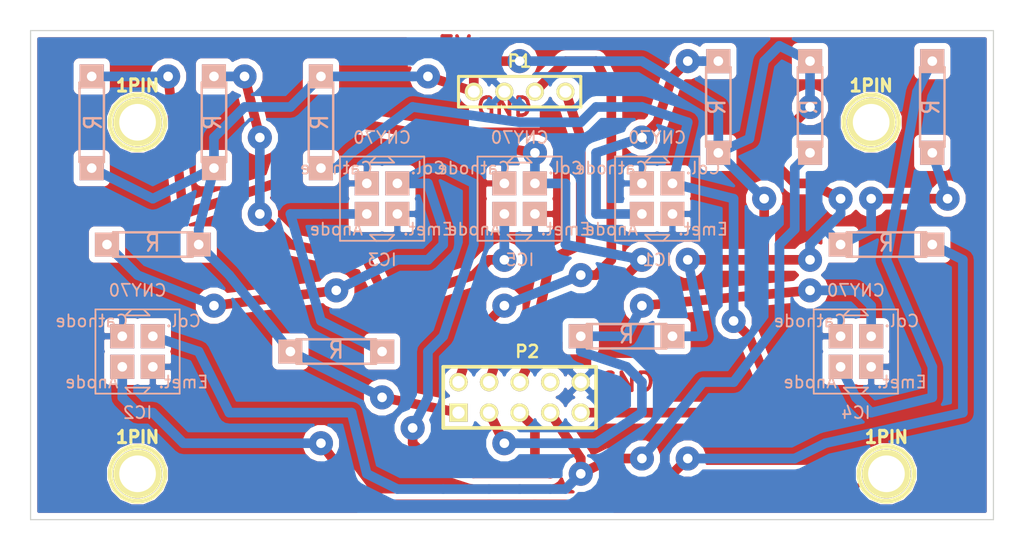
<source format=kicad_pcb>
(kicad_pcb (version 3) (host pcbnew "(2013-07-07 BZR 4022)-stable")

  (general
    (links 39)
    (no_connects 0)
    (area 95.25 31.75 180.340001 77.470001)
    (thickness 1.6)
    (drawings 9)
    (tracks 306)
    (zones 0)
    (modules 21)
    (nets 15)
  )

  (page A3)
  (layers
    (15 Dessus.Cu signal)
    (0 Dessous.Cu signal)
    (16 Dessous.Adhes user)
    (17 Dessus.Adhes user)
    (18 Dessous.Pate user)
    (19 Dessus.Pate user)
    (20 Dessous.SilkS user)
    (21 Dessus.SilkS user)
    (22 Dessous.Masque user)
    (23 Dessus.Masque user)
    (24 Dessin.User user)
    (25 Cmts.User user)
    (26 Eco1.User user)
    (27 Eco2.User user)
    (28 Contours.Ci user)
  )

  (setup
    (last_trace_width 0.8)
    (trace_clearance 0.5)
    (zone_clearance 0.508)
    (zone_45_only no)
    (trace_min 0.254)
    (segment_width 0.2)
    (edge_width 0.1)
    (via_size 2)
    (via_drill 0.8)
    (via_min_size 0.889)
    (via_min_drill 0.508)
    (uvia_size 0.508)
    (uvia_drill 0.127)
    (uvias_allowed no)
    (uvia_min_size 0.508)
    (uvia_min_drill 0.127)
    (pcb_text_width 0.3)
    (pcb_text_size 1.5 1.5)
    (mod_edge_width 0.15)
    (mod_text_size 1 1)
    (mod_text_width 0.15)
    (pad_size 1.5 1.5)
    (pad_drill 1)
    (pad_to_mask_clearance 0)
    (aux_axis_origin 0 0)
    (visible_elements 7FFFFFFF)
    (pcbplotparams
      (layerselection 297828353)
      (usegerberextensions true)
      (excludeedgelayer true)
      (linewidth 0.150000)
      (plotframeref false)
      (viasonmask false)
      (mode 1)
      (useauxorigin false)
      (hpglpennumber 1)
      (hpglpenspeed 20)
      (hpglpendiameter 15)
      (hpglpenoverlay 2)
      (psnegative false)
      (psa4output false)
      (plotreference true)
      (plotvalue true)
      (plotothertext true)
      (plotinvisibletext false)
      (padsonsilk false)
      (subtractmaskfromsilk false)
      (outputformat 1)
      (mirror false)
      (drillshape 0)
      (scaleselection 1)
      (outputdirectory ""))
  )

  (net 0 "")
  (net 1 +5V)
  (net 2 /AN0)
  (net 3 /AN1)
  (net 4 /AN2)
  (net 5 /AN3)
  (net 6 /D0)
  (net 7 GND)
  (net 8 N-000001)
  (net 9 N-0000010)
  (net 10 N-0000011)
  (net 11 N-000005)
  (net 12 N-000006)
  (net 13 N-000007)
  (net 14 N-000009)

  (net_class Default "Ceci est la Netclass par défaut"
    (clearance 0.5)
    (trace_width 0.8)
    (via_dia 2)
    (via_drill 0.8)
    (uvia_dia 0.508)
    (uvia_drill 0.127)
    (add_net "")
    (add_net +5V)
    (add_net /AN0)
    (add_net /AN1)
    (add_net /AN2)
    (add_net /AN3)
    (add_net /D0)
    (add_net GND)
    (add_net N-000001)
    (add_net N-0000010)
    (add_net N-0000011)
    (add_net N-000005)
    (add_net N-000006)
    (add_net N-000007)
    (add_net N-000009)
  )

  (net_class POWER ""
    (clearance 0.5)
    (trace_width 1.2)
    (via_dia 2)
    (via_drill 0.8)
    (uvia_dia 0.508)
    (uvia_drill 0.127)
  )

  (module R3 (layer Dessous.Cu) (tedit 4E4C0E65) (tstamp 59DF6757)
    (at 123.19 60.96)
    (descr "Resitance 3 pas")
    (tags R)
    (path /59B7E735)
    (autoplace_cost180 10)
    (fp_text reference R3 (at 0 -0.127) (layer Dessous.SilkS) hide
      (effects (font (size 1.397 1.27) (thickness 0.2032)) (justify mirror))
    )
    (fp_text value R (at 0 -0.127) (layer Dessous.SilkS)
      (effects (font (size 1.397 1.27) (thickness 0.2032)) (justify mirror))
    )
    (fp_line (start -3.81 0) (end -3.302 0) (layer Dessous.SilkS) (width 0.2032))
    (fp_line (start 3.81 0) (end 3.302 0) (layer Dessous.SilkS) (width 0.2032))
    (fp_line (start 3.302 0) (end 3.302 1.016) (layer Dessous.SilkS) (width 0.2032))
    (fp_line (start 3.302 1.016) (end -3.302 1.016) (layer Dessous.SilkS) (width 0.2032))
    (fp_line (start -3.302 1.016) (end -3.302 -1.016) (layer Dessous.SilkS) (width 0.2032))
    (fp_line (start -3.302 -1.016) (end 3.302 -1.016) (layer Dessous.SilkS) (width 0.2032))
    (fp_line (start 3.302 -1.016) (end 3.302 0) (layer Dessous.SilkS) (width 0.2032))
    (fp_line (start -3.302 0.508) (end -2.794 1.016) (layer Dessous.SilkS) (width 0.2032))
    (pad 1 thru_hole rect (at -3.81 0) (size 2 2) (drill 0.8)
      (layers *.Cu *.Mask Dessous.SilkS)
      (net 1 +5V)
    )
    (pad 2 thru_hole rect (at 3.81 0) (size 2 2) (drill 0.8)
      (layers *.Cu *.Mask Dessous.SilkS)
      (net 14 N-000009)
    )
    (model discret/resistor.wrl
      (at (xyz 0 0 0))
      (scale (xyz 0.3 0.3 0.3))
      (rotate (xyz 0 0 0))
    )
  )

  (module R3 (layer Dessous.Cu) (tedit 4E4C0E65) (tstamp 59DF6765)
    (at 121.92 41.91 90)
    (descr "Resitance 3 pas")
    (tags R)
    (path /59C25671)
    (autoplace_cost180 10)
    (fp_text reference R7 (at 0 -0.127 90) (layer Dessous.SilkS) hide
      (effects (font (size 1.397 1.27) (thickness 0.2032)) (justify mirror))
    )
    (fp_text value R (at 0 -0.127 90) (layer Dessous.SilkS)
      (effects (font (size 1.397 1.27) (thickness 0.2032)) (justify mirror))
    )
    (fp_line (start -3.81 0) (end -3.302 0) (layer Dessous.SilkS) (width 0.2032))
    (fp_line (start 3.81 0) (end 3.302 0) (layer Dessous.SilkS) (width 0.2032))
    (fp_line (start 3.302 0) (end 3.302 1.016) (layer Dessous.SilkS) (width 0.2032))
    (fp_line (start 3.302 1.016) (end -3.302 1.016) (layer Dessous.SilkS) (width 0.2032))
    (fp_line (start -3.302 1.016) (end -3.302 -1.016) (layer Dessous.SilkS) (width 0.2032))
    (fp_line (start -3.302 -1.016) (end 3.302 -1.016) (layer Dessous.SilkS) (width 0.2032))
    (fp_line (start 3.302 -1.016) (end 3.302 0) (layer Dessous.SilkS) (width 0.2032))
    (fp_line (start -3.302 0.508) (end -2.794 1.016) (layer Dessous.SilkS) (width 0.2032))
    (pad 1 thru_hole rect (at -3.81 0 90) (size 2 2) (drill 0.8)
      (layers *.Cu *.Mask Dessous.SilkS)
      (net 5 /AN3)
    )
    (pad 2 thru_hole rect (at 3.81 0 90) (size 2 2) (drill 0.8)
      (layers *.Cu *.Mask Dessous.SilkS)
      (net 1 +5V)
    )
    (model discret/resistor.wrl
      (at (xyz 0 0 0))
      (scale (xyz 0.3 0.3 0.3))
      (rotate (xyz 0 0 0))
    )
  )

  (module R3 (layer Dessous.Cu) (tedit 4E4C0E65) (tstamp 59DF6773)
    (at 162.56 40.64 90)
    (descr "Resitance 3 pas")
    (tags R)
    (path /59C25586)
    (autoplace_cost180 10)
    (fp_text reference R8 (at 0 -0.127 90) (layer Dessous.SilkS) hide
      (effects (font (size 1.397 1.27) (thickness 0.2032)) (justify mirror))
    )
    (fp_text value R (at 0 -0.127 90) (layer Dessous.SilkS)
      (effects (font (size 1.397 1.27) (thickness 0.2032)) (justify mirror))
    )
    (fp_line (start -3.81 0) (end -3.302 0) (layer Dessous.SilkS) (width 0.2032))
    (fp_line (start 3.81 0) (end 3.302 0) (layer Dessous.SilkS) (width 0.2032))
    (fp_line (start 3.302 0) (end 3.302 1.016) (layer Dessous.SilkS) (width 0.2032))
    (fp_line (start 3.302 1.016) (end -3.302 1.016) (layer Dessous.SilkS) (width 0.2032))
    (fp_line (start -3.302 1.016) (end -3.302 -1.016) (layer Dessous.SilkS) (width 0.2032))
    (fp_line (start -3.302 -1.016) (end 3.302 -1.016) (layer Dessous.SilkS) (width 0.2032))
    (fp_line (start 3.302 -1.016) (end 3.302 0) (layer Dessous.SilkS) (width 0.2032))
    (fp_line (start -3.302 0.508) (end -2.794 1.016) (layer Dessous.SilkS) (width 0.2032))
    (pad 1 thru_hole rect (at -3.81 0 90) (size 2 2) (drill 0.8)
      (layers *.Cu *.Mask Dessous.SilkS)
      (net 4 /AN2)
    )
    (pad 2 thru_hole rect (at 3.81 0 90) (size 2 2) (drill 0.8)
      (layers *.Cu *.Mask Dessous.SilkS)
      (net 1 +5V)
    )
    (model discret/resistor.wrl
      (at (xyz 0 0 0))
      (scale (xyz 0.3 0.3 0.3))
      (rotate (xyz 0 0 0))
    )
  )

  (module R3 (layer Dessous.Cu) (tedit 4E4C0E65) (tstamp 59DF6781)
    (at 172.72 40.64 90)
    (descr "Resitance 3 pas")
    (tags R)
    (path /59C235A2)
    (autoplace_cost180 10)
    (fp_text reference R4 (at 0 -0.127 90) (layer Dessous.SilkS) hide
      (effects (font (size 1.397 1.27) (thickness 0.2032)) (justify mirror))
    )
    (fp_text value R (at 0 -0.127 90) (layer Dessous.SilkS)
      (effects (font (size 1.397 1.27) (thickness 0.2032)) (justify mirror))
    )
    (fp_line (start -3.81 0) (end -3.302 0) (layer Dessous.SilkS) (width 0.2032))
    (fp_line (start 3.81 0) (end 3.302 0) (layer Dessous.SilkS) (width 0.2032))
    (fp_line (start 3.302 0) (end 3.302 1.016) (layer Dessous.SilkS) (width 0.2032))
    (fp_line (start 3.302 1.016) (end -3.302 1.016) (layer Dessous.SilkS) (width 0.2032))
    (fp_line (start -3.302 1.016) (end -3.302 -1.016) (layer Dessous.SilkS) (width 0.2032))
    (fp_line (start -3.302 -1.016) (end 3.302 -1.016) (layer Dessous.SilkS) (width 0.2032))
    (fp_line (start 3.302 -1.016) (end 3.302 0) (layer Dessous.SilkS) (width 0.2032))
    (fp_line (start -3.302 0.508) (end -2.794 1.016) (layer Dessous.SilkS) (width 0.2032))
    (pad 1 thru_hole rect (at -3.81 0 90) (size 2 2) (drill 0.8)
      (layers *.Cu *.Mask Dessous.SilkS)
      (net 1 +5V)
    )
    (pad 2 thru_hole rect (at 3.81 0 90) (size 2 2) (drill 0.8)
      (layers *.Cu *.Mask Dessous.SilkS)
      (net 11 N-000005)
    )
    (model discret/resistor.wrl
      (at (xyz 0 0 0))
      (scale (xyz 0.3 0.3 0.3))
      (rotate (xyz 0 0 0))
    )
  )

  (module R3 (layer Dessous.Cu) (tedit 4E4C0E65) (tstamp 59DF678F)
    (at 107.95 52.07)
    (descr "Resitance 3 pas")
    (tags R)
    (path /59C254A5)
    (autoplace_cost180 10)
    (fp_text reference R9 (at 0 -0.127) (layer Dessous.SilkS) hide
      (effects (font (size 1.397 1.27) (thickness 0.2032)) (justify mirror))
    )
    (fp_text value R (at 0 -0.127) (layer Dessous.SilkS)
      (effects (font (size 1.397 1.27) (thickness 0.2032)) (justify mirror))
    )
    (fp_line (start -3.81 0) (end -3.302 0) (layer Dessous.SilkS) (width 0.2032))
    (fp_line (start 3.81 0) (end 3.302 0) (layer Dessous.SilkS) (width 0.2032))
    (fp_line (start 3.302 0) (end 3.302 1.016) (layer Dessous.SilkS) (width 0.2032))
    (fp_line (start 3.302 1.016) (end -3.302 1.016) (layer Dessous.SilkS) (width 0.2032))
    (fp_line (start -3.302 1.016) (end -3.302 -1.016) (layer Dessous.SilkS) (width 0.2032))
    (fp_line (start -3.302 -1.016) (end 3.302 -1.016) (layer Dessous.SilkS) (width 0.2032))
    (fp_line (start 3.302 -1.016) (end 3.302 0) (layer Dessous.SilkS) (width 0.2032))
    (fp_line (start -3.302 0.508) (end -2.794 1.016) (layer Dessous.SilkS) (width 0.2032))
    (pad 1 thru_hole rect (at -3.81 0) (size 2 2) (drill 0.8)
      (layers *.Cu *.Mask Dessous.SilkS)
      (net 3 /AN1)
    )
    (pad 2 thru_hole rect (at 3.81 0) (size 2 2) (drill 0.8)
      (layers *.Cu *.Mask Dessous.SilkS)
      (net 1 +5V)
    )
    (model discret/resistor.wrl
      (at (xyz 0 0 0))
      (scale (xyz 0.3 0.3 0.3))
      (rotate (xyz 0 0 0))
    )
  )

  (module R3 (layer Dessous.Cu) (tedit 4E4C0E65) (tstamp 59DF679D)
    (at 113.03 41.91 90)
    (descr "Resitance 3 pas")
    (tags R)
    (path /59C2392A)
    (autoplace_cost180 10)
    (fp_text reference R5 (at 0 -0.127 90) (layer Dessous.SilkS) hide
      (effects (font (size 1.397 1.27) (thickness 0.2032)) (justify mirror))
    )
    (fp_text value R (at 0 -0.127 90) (layer Dessous.SilkS)
      (effects (font (size 1.397 1.27) (thickness 0.2032)) (justify mirror))
    )
    (fp_line (start -3.81 0) (end -3.302 0) (layer Dessous.SilkS) (width 0.2032))
    (fp_line (start 3.81 0) (end 3.302 0) (layer Dessous.SilkS) (width 0.2032))
    (fp_line (start 3.302 0) (end 3.302 1.016) (layer Dessous.SilkS) (width 0.2032))
    (fp_line (start 3.302 1.016) (end -3.302 1.016) (layer Dessous.SilkS) (width 0.2032))
    (fp_line (start -3.302 1.016) (end -3.302 -1.016) (layer Dessous.SilkS) (width 0.2032))
    (fp_line (start -3.302 -1.016) (end 3.302 -1.016) (layer Dessous.SilkS) (width 0.2032))
    (fp_line (start 3.302 -1.016) (end 3.302 0) (layer Dessous.SilkS) (width 0.2032))
    (fp_line (start -3.302 0.508) (end -2.794 1.016) (layer Dessous.SilkS) (width 0.2032))
    (pad 1 thru_hole rect (at -3.81 0 90) (size 2 2) (drill 0.8)
      (layers *.Cu *.Mask Dessous.SilkS)
      (net 1 +5V)
    )
    (pad 2 thru_hole rect (at 3.81 0 90) (size 2 2) (drill 0.8)
      (layers *.Cu *.Mask Dessous.SilkS)
      (net 13 N-000007)
    )
    (model discret/resistor.wrl
      (at (xyz 0 0 0))
      (scale (xyz 0.3 0.3 0.3))
      (rotate (xyz 0 0 0))
    )
  )

  (module R3 (layer Dessous.Cu) (tedit 4E4C0E65) (tstamp 59DF67AB)
    (at 154.94 40.64 90)
    (descr "Resitance 3 pas")
    (tags R)
    (path /59C2421C)
    (autoplace_cost180 10)
    (fp_text reference R1 (at 0 -0.127 90) (layer Dessous.SilkS) hide
      (effects (font (size 1.397 1.27) (thickness 0.2032)) (justify mirror))
    )
    (fp_text value R (at 0 -0.127 90) (layer Dessous.SilkS)
      (effects (font (size 1.397 1.27) (thickness 0.2032)) (justify mirror))
    )
    (fp_line (start -3.81 0) (end -3.302 0) (layer Dessous.SilkS) (width 0.2032))
    (fp_line (start 3.81 0) (end 3.302 0) (layer Dessous.SilkS) (width 0.2032))
    (fp_line (start 3.302 0) (end 3.302 1.016) (layer Dessous.SilkS) (width 0.2032))
    (fp_line (start 3.302 1.016) (end -3.302 1.016) (layer Dessous.SilkS) (width 0.2032))
    (fp_line (start -3.302 1.016) (end -3.302 -1.016) (layer Dessous.SilkS) (width 0.2032))
    (fp_line (start -3.302 -1.016) (end 3.302 -1.016) (layer Dessous.SilkS) (width 0.2032))
    (fp_line (start 3.302 -1.016) (end 3.302 0) (layer Dessous.SilkS) (width 0.2032))
    (fp_line (start -3.302 0.508) (end -2.794 1.016) (layer Dessous.SilkS) (width 0.2032))
    (pad 1 thru_hole rect (at -3.81 0 90) (size 2 2) (drill 0.8)
      (layers *.Cu *.Mask Dessous.SilkS)
      (net 1 +5V)
    )
    (pad 2 thru_hole rect (at 3.81 0 90) (size 2 2) (drill 0.8)
      (layers *.Cu *.Mask Dessous.SilkS)
      (net 12 N-000006)
    )
    (model discret/resistor.wrl
      (at (xyz 0 0 0))
      (scale (xyz 0.3 0.3 0.3))
      (rotate (xyz 0 0 0))
    )
  )

  (module R3   locked (layer Dessous.Cu) (tedit 4E4C0E65) (tstamp 59DF67B9)
    (at 147.32 59.69)
    (descr "Resitance 3 pas")
    (tags R)
    (path /59C252FC)
    (autoplace_cost180 10)
    (fp_text reference R12 (at 0 -0.127) (layer Dessous.SilkS) hide
      (effects (font (size 1.397 1.27) (thickness 0.2032)) (justify mirror))
    )
    (fp_text value R (at 0 -0.127) (layer Dessous.SilkS)
      (effects (font (size 1.397 1.27) (thickness 0.2032)) (justify mirror))
    )
    (fp_line (start -3.81 0) (end -3.302 0) (layer Dessous.SilkS) (width 0.2032))
    (fp_line (start 3.81 0) (end 3.302 0) (layer Dessous.SilkS) (width 0.2032))
    (fp_line (start 3.302 0) (end 3.302 1.016) (layer Dessous.SilkS) (width 0.2032))
    (fp_line (start 3.302 1.016) (end -3.302 1.016) (layer Dessous.SilkS) (width 0.2032))
    (fp_line (start -3.302 1.016) (end -3.302 -1.016) (layer Dessous.SilkS) (width 0.2032))
    (fp_line (start -3.302 -1.016) (end 3.302 -1.016) (layer Dessous.SilkS) (width 0.2032))
    (fp_line (start 3.302 -1.016) (end 3.302 0) (layer Dessous.SilkS) (width 0.2032))
    (fp_line (start -3.302 0.508) (end -2.794 1.016) (layer Dessous.SilkS) (width 0.2032))
    (pad 1 thru_hole rect (at -3.81 0) (size 2 2) (drill 0.8)
      (layers *.Cu *.Mask Dessous.SilkS)
      (net 2 /AN0)
    )
    (pad 2 thru_hole rect (at 3.81 0) (size 2 2) (drill 0.8)
      (layers *.Cu *.Mask Dessous.SilkS)
      (net 1 +5V)
    )
    (model discret/resistor.wrl
      (at (xyz 0 0 0))
      (scale (xyz 0.3 0.3 0.3))
      (rotate (xyz 0 0 0))
    )
  )

  (module R3 (layer Dessous.Cu) (tedit 59E37C00) (tstamp 59DF67C7)
    (at 168.91 52.07)
    (descr "Resitance 3 pas")
    (tags R)
    (path /59C24288)
    (autoplace_cost180 10)
    (fp_text reference R2 (at 0 -0.127) (layer Dessous.SilkS) hide
      (effects (font (size 1.397 1.27) (thickness 0.2032)) (justify mirror))
    )
    (fp_text value R (at 0 -0.127) (layer Dessous.SilkS)
      (effects (font (size 1.397 1.27) (thickness 0.2032)) (justify mirror))
    )
    (fp_line (start -3.81 0) (end -3.302 0) (layer Dessous.SilkS) (width 0.2032))
    (fp_line (start 3.81 0) (end 3.302 0) (layer Dessous.SilkS) (width 0.2032))
    (fp_line (start 3.302 0) (end 3.302 1.016) (layer Dessous.SilkS) (width 0.2032))
    (fp_line (start 3.302 1.016) (end -3.302 1.016) (layer Dessous.SilkS) (width 0.2032))
    (fp_line (start -3.302 1.016) (end -3.302 -1.016) (layer Dessous.SilkS) (width 0.2032))
    (fp_line (start -3.302 -1.016) (end 3.302 -1.016) (layer Dessous.SilkS) (width 0.2032))
    (fp_line (start 3.302 -1.016) (end 3.302 0) (layer Dessous.SilkS) (width 0.2032))
    (fp_line (start -3.302 0.508) (end -2.794 1.016) (layer Dessous.SilkS) (width 0.2032))
    (pad 1 thru_hole rect (at -3.81 0) (size 2 2) (drill 0.8)
      (layers *.Cu *.Mask Dessous.SilkS)
      (net 1 +5V)
    )
    (pad 2 thru_hole rect (at 3.81 0) (size 2 2) (drill 0.8)
      (layers *.Cu *.Mask Dessous.SilkS)
      (net 8 N-000001)
    )
    (model discret/resistor.wrl
      (at (xyz 0 0 0))
      (scale (xyz 0.3 0.3 0.3))
      (rotate (xyz 0 0 0))
    )
  )

  (module R3 (layer Dessous.Cu) (tedit 4E4C0E65) (tstamp 59DF67D5)
    (at 102.87 41.91 270)
    (descr "Resitance 3 pas")
    (tags R)
    (path /59C251D0)
    (autoplace_cost180 10)
    (fp_text reference R10 (at 0 -0.127 270) (layer Dessous.SilkS) hide
      (effects (font (size 1.397 1.27) (thickness 0.2032)) (justify mirror))
    )
    (fp_text value R (at 0 -0.127 270) (layer Dessous.SilkS)
      (effects (font (size 1.397 1.27) (thickness 0.2032)) (justify mirror))
    )
    (fp_line (start -3.81 0) (end -3.302 0) (layer Dessous.SilkS) (width 0.2032))
    (fp_line (start 3.81 0) (end 3.302 0) (layer Dessous.SilkS) (width 0.2032))
    (fp_line (start 3.302 0) (end 3.302 1.016) (layer Dessous.SilkS) (width 0.2032))
    (fp_line (start 3.302 1.016) (end -3.302 1.016) (layer Dessous.SilkS) (width 0.2032))
    (fp_line (start -3.302 1.016) (end -3.302 -1.016) (layer Dessous.SilkS) (width 0.2032))
    (fp_line (start -3.302 -1.016) (end 3.302 -1.016) (layer Dessous.SilkS) (width 0.2032))
    (fp_line (start 3.302 -1.016) (end 3.302 0) (layer Dessous.SilkS) (width 0.2032))
    (fp_line (start -3.302 0.508) (end -2.794 1.016) (layer Dessous.SilkS) (width 0.2032))
    (pad 1 thru_hole rect (at -3.81 0 270) (size 2 2) (drill 0.8)
      (layers *.Cu *.Mask Dessous.SilkS)
      (net 6 /D0)
    )
    (pad 2 thru_hole rect (at 3.81 0 270) (size 2 2) (drill 0.8)
      (layers *.Cu *.Mask Dessous.SilkS)
      (net 1 +5V)
    )
    (model discret/resistor.wrl
      (at (xyz 0 0 0))
      (scale (xyz 0.3 0.3 0.3))
      (rotate (xyz 0 0 0))
    )
  )

  (module PIN_ARRAY_5x2 (layer Dessus.Cu) (tedit 3FCF2109) (tstamp 59DF67E7)
    (at 138.43 64.77)
    (descr "Double rangee de contacts 2 x 5 pins")
    (tags CONN)
    (path /59B7D696)
    (fp_text reference P2 (at 0.635 -3.81) (layer Dessus.SilkS)
      (effects (font (size 1.016 1.016) (thickness 0.2032)))
    )
    (fp_text value CONN_5X2 (at 0 -3.81) (layer Dessus.SilkS) hide
      (effects (font (size 1.016 1.016) (thickness 0.2032)))
    )
    (fp_line (start -6.35 -2.54) (end 6.35 -2.54) (layer Dessus.SilkS) (width 0.3048))
    (fp_line (start 6.35 -2.54) (end 6.35 2.54) (layer Dessus.SilkS) (width 0.3048))
    (fp_line (start 6.35 2.54) (end -6.35 2.54) (layer Dessus.SilkS) (width 0.3048))
    (fp_line (start -6.35 2.54) (end -6.35 -2.54) (layer Dessus.SilkS) (width 0.3048))
    (pad 1 thru_hole rect (at -5.08 1.27) (size 1.524 1.524) (drill 1.016)
      (layers *.Cu *.Mask Dessus.SilkS)
      (net 1 +5V)
    )
    (pad 2 thru_hole circle (at -5.08 -1.27) (size 1.524 1.524) (drill 1.016)
      (layers *.Cu *.Mask Dessus.SilkS)
      (net 9 N-0000010)
    )
    (pad 3 thru_hole circle (at -2.54 1.27) (size 1.524 1.524) (drill 1.016)
      (layers *.Cu *.Mask Dessus.SilkS)
      (net 2 /AN0)
    )
    (pad 4 thru_hole circle (at -2.54 -1.27) (size 1.524 1.524) (drill 1.016)
      (layers *.Cu *.Mask Dessus.SilkS)
      (net 10 N-0000011)
    )
    (pad 5 thru_hole circle (at 0 1.27) (size 1.524 1.524) (drill 1.016)
      (layers *.Cu *.Mask Dessus.SilkS)
      (net 3 /AN1)
    )
    (pad 6 thru_hole circle (at 0 -1.27) (size 1.524 1.524) (drill 1.016)
      (layers *.Cu *.Mask Dessus.SilkS)
      (net 6 /D0)
    )
    (pad 7 thru_hole circle (at 2.54 1.27) (size 1.524 1.524) (drill 1.016)
      (layers *.Cu *.Mask Dessus.SilkS)
      (net 4 /AN2)
    )
    (pad 8 thru_hole circle (at 2.54 -1.27) (size 1.524 1.524) (drill 1.016)
      (layers *.Cu *.Mask Dessus.SilkS)
    )
    (pad 9 thru_hole circle (at 5.08 1.27) (size 1.524 1.524) (drill 1.016)
      (layers *.Cu *.Mask Dessus.SilkS)
      (net 5 /AN3)
    )
    (pad 10 thru_hole circle (at 5.08 -1.27) (size 1.524 1.524) (drill 1.016)
      (layers *.Cu *.Mask Dessus.SilkS)
      (net 7 GND)
    )
    (model pin_array/pins_array_5x2.wrl
      (at (xyz 0 0 0))
      (scale (xyz 1 1 1))
      (rotate (xyz 0 0 0))
    )
  )

  (module PIN_ARRAY_4x1 (layer Dessus.Cu) (tedit 59E37C8C) (tstamp 59DF67F3)
    (at 138.43 39.37)
    (descr "Double rangee de contacts 2 x 5 pins")
    (tags CONN)
    (path /59B7F8BD)
    (fp_text reference P1 (at 0 -2.54) (layer Dessus.SilkS)
      (effects (font (size 1.016 1.016) (thickness 0.2032)))
    )
    (fp_text value CONN_4 (at 0 2.54) (layer Dessus.SilkS) hide
      (effects (font (size 1.016 1.016) (thickness 0.2032)))
    )
    (fp_line (start 5.08 1.27) (end -5.08 1.27) (layer Dessus.SilkS) (width 0.254))
    (fp_line (start 5.08 -1.27) (end -5.08 -1.27) (layer Dessus.SilkS) (width 0.254))
    (fp_line (start -5.08 -1.27) (end -5.08 1.27) (layer Dessus.SilkS) (width 0.254))
    (fp_line (start 5.08 1.27) (end 5.08 -1.27) (layer Dessus.SilkS) (width 0.254))
    (pad 1 thru_hole circle (at -3.81 0) (size 1.5 1.5) (drill 1)
      (layers *.Cu *.Mask Dessus.SilkS)
      (net 1 +5V)
    )
    (pad 2 thru_hole circle (at -1.27 0) (size 1.5 1.5) (drill 1)
      (layers *.Cu *.Mask Dessus.SilkS)
      (net 7 GND)
    )
    (pad 3 thru_hole circle (at 1.27 0) (size 1.5 1.5) (drill 1)
      (layers *.Cu *.Mask Dessus.SilkS)
      (net 9 N-0000010)
    )
    (pad 4 thru_hole circle (at 3.81 0) (size 1.5 1.5) (drill 1)
      (layers *.Cu *.Mask Dessus.SilkS)
      (net 10 N-0000011)
    )
    (model pin_array\pins_array_4x1.wrl
      (at (xyz 0 0 0))
      (scale (xyz 1 1 1))
      (rotate (xyz 0 0 0))
    )
  )

  (module CNY70 (layer Dessous.Cu) (tedit 54C53313) (tstamp 59DF680B)
    (at 127 48.26)
    (path /59B7F2D4)
    (fp_text reference IC3 (at 0 5.08) (layer Dessous.SilkS)
      (effects (font (size 1 1) (thickness 0.15)) (justify mirror))
    )
    (fp_text value CNY70 (at 0 -5.08) (layer Dessous.SilkS)
      (effects (font (size 1 1) (thickness 0.15)) (justify mirror))
    )
    (fp_line (start -0.5 -3.5) (end -1 -3) (layer Dessous.SilkS) (width 0.15))
    (fp_line (start -1 -3) (end 1 -3) (layer Dessous.SilkS) (width 0.15))
    (fp_line (start 1 -3) (end 0.5 -3.5) (layer Dessous.SilkS) (width 0.15))
    (fp_line (start -0.5 3.5) (end -1 3) (layer Dessous.SilkS) (width 0.15))
    (fp_line (start -1 3) (end 0.5 3) (layer Dessous.SilkS) (width 0.15))
    (fp_line (start 0.5 3) (end 1 3) (layer Dessous.SilkS) (width 0.15))
    (fp_line (start 1 3) (end 0.5 3.5) (layer Dessous.SilkS) (width 0.15))
    (fp_line (start 0.5 3.5) (end -0.5 3.5) (layer Dessous.SilkS) (width 0.15))
    (fp_text user Col. (at 3.81 -2.54) (layer Dessous.SilkS)
      (effects (font (size 1 1) (thickness 0.15)) (justify mirror))
    )
    (fp_text user Emet. (at 3.81 2.54) (layer Dessous.SilkS)
      (effects (font (size 1 1) (thickness 0.15)) (justify mirror))
    )
    (fp_text user Cathode (at -3.81 -2.54) (layer Dessous.SilkS)
      (effects (font (size 1 1) (thickness 0.15)) (justify mirror))
    )
    (fp_text user Anode (at -3.81 2.54) (layer Dessous.SilkS)
      (effects (font (size 1 1) (thickness 0.15)) (justify mirror))
    )
    (fp_line (start 3.5 -3.5) (end 3.5 3.5) (layer Dessous.SilkS) (width 0.15))
    (fp_line (start 3.5 3.5) (end -3.5 3.5) (layer Dessous.SilkS) (width 0.15))
    (fp_line (start -3.5 3.5) (end -3.5 -3.5) (layer Dessous.SilkS) (width 0.15))
    (fp_line (start -3.5 -3.5) (end 3.5 -3.5) (layer Dessous.SilkS) (width 0.15))
    (pad 1 thru_hole rect (at -1.27 1.27) (size 2 2) (drill 0.8)
      (layers *.Cu *.Mask Dessous.SilkS)
      (net 14 N-000009)
    )
    (pad 2 thru_hole rect (at -1.27 -1.27) (size 2 2) (drill 0.8)
      (layers *.Cu *.Mask Dessous.SilkS)
      (net 7 GND)
    )
    (pad 3 thru_hole rect (at 1.27 -1.27) (size 2 2) (drill 0.8)
      (layers *.Cu *.Mask Dessous.SilkS)
      (net 3 /AN1)
    )
    (pad 4 thru_hole rect (at 1.27 1.27) (size 2 2) (drill 0.8)
      (layers *.Cu *.Mask Dessous.SilkS)
      (net 7 GND)
    )
  )

  (module CNY70 (layer Dessous.Cu) (tedit 54C53313) (tstamp 59DF6823)
    (at 106.68 60.96)
    (path /59C2428E)
    (fp_text reference IC2 (at 0 5.08) (layer Dessous.SilkS)
      (effects (font (size 1 1) (thickness 0.15)) (justify mirror))
    )
    (fp_text value CNY70 (at 0 -5.08) (layer Dessous.SilkS)
      (effects (font (size 1 1) (thickness 0.15)) (justify mirror))
    )
    (fp_line (start -0.5 -3.5) (end -1 -3) (layer Dessous.SilkS) (width 0.15))
    (fp_line (start -1 -3) (end 1 -3) (layer Dessous.SilkS) (width 0.15))
    (fp_line (start 1 -3) (end 0.5 -3.5) (layer Dessous.SilkS) (width 0.15))
    (fp_line (start -0.5 3.5) (end -1 3) (layer Dessous.SilkS) (width 0.15))
    (fp_line (start -1 3) (end 0.5 3) (layer Dessous.SilkS) (width 0.15))
    (fp_line (start 0.5 3) (end 1 3) (layer Dessous.SilkS) (width 0.15))
    (fp_line (start 1 3) (end 0.5 3.5) (layer Dessous.SilkS) (width 0.15))
    (fp_line (start 0.5 3.5) (end -0.5 3.5) (layer Dessous.SilkS) (width 0.15))
    (fp_text user Col. (at 3.81 -2.54) (layer Dessous.SilkS)
      (effects (font (size 1 1) (thickness 0.15)) (justify mirror))
    )
    (fp_text user Emet. (at 3.81 2.54) (layer Dessous.SilkS)
      (effects (font (size 1 1) (thickness 0.15)) (justify mirror))
    )
    (fp_text user Cathode (at -3.81 -2.54) (layer Dessous.SilkS)
      (effects (font (size 1 1) (thickness 0.15)) (justify mirror))
    )
    (fp_text user Anode (at -3.81 2.54) (layer Dessous.SilkS)
      (effects (font (size 1 1) (thickness 0.15)) (justify mirror))
    )
    (fp_line (start 3.5 -3.5) (end 3.5 3.5) (layer Dessous.SilkS) (width 0.15))
    (fp_line (start 3.5 3.5) (end -3.5 3.5) (layer Dessous.SilkS) (width 0.15))
    (fp_line (start -3.5 3.5) (end -3.5 -3.5) (layer Dessous.SilkS) (width 0.15))
    (fp_line (start -3.5 -3.5) (end 3.5 -3.5) (layer Dessous.SilkS) (width 0.15))
    (pad 1 thru_hole rect (at -1.27 1.27) (size 2 2) (drill 0.8)
      (layers *.Cu *.Mask Dessous.SilkS)
      (net 8 N-000001)
    )
    (pad 2 thru_hole rect (at -1.27 -1.27) (size 2 2) (drill 0.8)
      (layers *.Cu *.Mask Dessous.SilkS)
      (net 7 GND)
    )
    (pad 3 thru_hole rect (at 1.27 -1.27) (size 2 2) (drill 0.8)
      (layers *.Cu *.Mask Dessous.SilkS)
      (net 4 /AN2)
    )
    (pad 4 thru_hole rect (at 1.27 1.27) (size 2 2) (drill 0.8)
      (layers *.Cu *.Mask Dessous.SilkS)
      (net 7 GND)
    )
  )

  (module CNY70 (layer Dessous.Cu) (tedit 59E37C65) (tstamp 59DF683B)
    (at 149.86 48.26)
    (path /59C24222)
    (fp_text reference IC1 (at 0 5.08) (layer Dessous.SilkS)
      (effects (font (size 1 1) (thickness 0.15)) (justify mirror))
    )
    (fp_text value CNY70 (at 0 -5.08) (layer Dessous.SilkS)
      (effects (font (size 1 1) (thickness 0.15)) (justify mirror))
    )
    (fp_line (start -0.5 -3.5) (end -1 -3) (layer Dessous.SilkS) (width 0.15))
    (fp_line (start -1 -3) (end 1 -3) (layer Dessous.SilkS) (width 0.15))
    (fp_line (start 1 -3) (end 0.5 -3.5) (layer Dessous.SilkS) (width 0.15))
    (fp_line (start -0.5 3.5) (end -1 3) (layer Dessous.SilkS) (width 0.15))
    (fp_line (start -1 3) (end 0.5 3) (layer Dessous.SilkS) (width 0.15))
    (fp_line (start 0.5 3) (end 1 3) (layer Dessous.SilkS) (width 0.15))
    (fp_line (start 1 3) (end 0.5 3.5) (layer Dessous.SilkS) (width 0.15))
    (fp_line (start 0.5 3.5) (end -0.5 3.5) (layer Dessous.SilkS) (width 0.15))
    (fp_text user Col. (at 3.81 -2.54) (layer Dessous.SilkS)
      (effects (font (size 1 1) (thickness 0.15)) (justify mirror))
    )
    (fp_text user Emet. (at 3.81 2.54) (layer Dessous.SilkS)
      (effects (font (size 1 1) (thickness 0.15)) (justify mirror))
    )
    (fp_text user Cathode (at -3.81 -2.54) (layer Dessous.SilkS)
      (effects (font (size 1 1) (thickness 0.15)) (justify mirror))
    )
    (fp_text user Anode (at -3.81 2.54) (layer Dessous.SilkS)
      (effects (font (size 1 1) (thickness 0.15)) (justify mirror))
    )
    (fp_line (start 3.5 -3.5) (end 3.5 3.5) (layer Dessous.SilkS) (width 0.15))
    (fp_line (start 3.5 3.5) (end -3.5 3.5) (layer Dessous.SilkS) (width 0.15))
    (fp_line (start -3.5 3.5) (end -3.5 -3.5) (layer Dessous.SilkS) (width 0.15))
    (fp_line (start -3.5 -3.5) (end 3.5 -3.5) (layer Dessous.SilkS) (width 0.15))
    (pad 1 thru_hole rect (at -1.27 1.27) (size 2 2) (drill 0.8)
      (layers *.Cu *.Mask Dessous.SilkS)
      (net 12 N-000006)
    )
    (pad 2 thru_hole rect (at -1.27 -1.27) (size 2 2) (drill 0.8)
      (layers *.Cu *.Mask Dessous.SilkS)
      (net 7 GND)
    )
    (pad 3 thru_hole rect (at 1.27 -1.27) (size 2 2) (drill 0.8)
      (layers *.Cu *.Mask Dessous.SilkS)
      (net 5 /AN3)
    )
    (pad 4 thru_hole rect (at 1.27 1.27) (size 2 2) (drill 0.8)
      (layers *.Cu *.Mask Dessous.SilkS)
      (net 7 GND)
    )
  )

  (module CNY70 (layer Dessous.Cu) (tedit 54C53313) (tstamp 59DF6853)
    (at 166.37 60.96)
    (path /59C235A8)
    (fp_text reference IC4 (at 0 5.08) (layer Dessous.SilkS)
      (effects (font (size 1 1) (thickness 0.15)) (justify mirror))
    )
    (fp_text value CNY70 (at 0 -5.08) (layer Dessous.SilkS)
      (effects (font (size 1 1) (thickness 0.15)) (justify mirror))
    )
    (fp_line (start -0.5 -3.5) (end -1 -3) (layer Dessous.SilkS) (width 0.15))
    (fp_line (start -1 -3) (end 1 -3) (layer Dessous.SilkS) (width 0.15))
    (fp_line (start 1 -3) (end 0.5 -3.5) (layer Dessous.SilkS) (width 0.15))
    (fp_line (start -0.5 3.5) (end -1 3) (layer Dessous.SilkS) (width 0.15))
    (fp_line (start -1 3) (end 0.5 3) (layer Dessous.SilkS) (width 0.15))
    (fp_line (start 0.5 3) (end 1 3) (layer Dessous.SilkS) (width 0.15))
    (fp_line (start 1 3) (end 0.5 3.5) (layer Dessous.SilkS) (width 0.15))
    (fp_line (start 0.5 3.5) (end -0.5 3.5) (layer Dessous.SilkS) (width 0.15))
    (fp_text user Col. (at 3.81 -2.54) (layer Dessous.SilkS)
      (effects (font (size 1 1) (thickness 0.15)) (justify mirror))
    )
    (fp_text user Emet. (at 3.81 2.54) (layer Dessous.SilkS)
      (effects (font (size 1 1) (thickness 0.15)) (justify mirror))
    )
    (fp_text user Cathode (at -3.81 -2.54) (layer Dessous.SilkS)
      (effects (font (size 1 1) (thickness 0.15)) (justify mirror))
    )
    (fp_text user Anode (at -3.81 2.54) (layer Dessous.SilkS)
      (effects (font (size 1 1) (thickness 0.15)) (justify mirror))
    )
    (fp_line (start 3.5 -3.5) (end 3.5 3.5) (layer Dessous.SilkS) (width 0.15))
    (fp_line (start 3.5 3.5) (end -3.5 3.5) (layer Dessous.SilkS) (width 0.15))
    (fp_line (start -3.5 3.5) (end -3.5 -3.5) (layer Dessous.SilkS) (width 0.15))
    (fp_line (start -3.5 -3.5) (end 3.5 -3.5) (layer Dessous.SilkS) (width 0.15))
    (pad 1 thru_hole rect (at -1.27 1.27) (size 2 2) (drill 0.8)
      (layers *.Cu *.Mask Dessous.SilkS)
      (net 11 N-000005)
    )
    (pad 2 thru_hole rect (at -1.27 -1.27) (size 2 2) (drill 0.8)
      (layers *.Cu *.Mask Dessous.SilkS)
      (net 7 GND)
    )
    (pad 3 thru_hole rect (at 1.27 -1.27) (size 2 2) (drill 0.8)
      (layers *.Cu *.Mask Dessous.SilkS)
      (net 2 /AN0)
    )
    (pad 4 thru_hole rect (at 1.27 1.27) (size 2 2) (drill 0.8)
      (layers *.Cu *.Mask Dessous.SilkS)
      (net 7 GND)
    )
  )

  (module CNY70 (layer Dessous.Cu) (tedit 54C53313) (tstamp 59DF686B)
    (at 138.43 48.26)
    (path /59B7F2E0)
    (fp_text reference IC5 (at 0 5.08) (layer Dessous.SilkS)
      (effects (font (size 1 1) (thickness 0.15)) (justify mirror))
    )
    (fp_text value CNY70 (at 0 -5.08) (layer Dessous.SilkS)
      (effects (font (size 1 1) (thickness 0.15)) (justify mirror))
    )
    (fp_line (start -0.5 -3.5) (end -1 -3) (layer Dessous.SilkS) (width 0.15))
    (fp_line (start -1 -3) (end 1 -3) (layer Dessous.SilkS) (width 0.15))
    (fp_line (start 1 -3) (end 0.5 -3.5) (layer Dessous.SilkS) (width 0.15))
    (fp_line (start -0.5 3.5) (end -1 3) (layer Dessous.SilkS) (width 0.15))
    (fp_line (start -1 3) (end 0.5 3) (layer Dessous.SilkS) (width 0.15))
    (fp_line (start 0.5 3) (end 1 3) (layer Dessous.SilkS) (width 0.15))
    (fp_line (start 1 3) (end 0.5 3.5) (layer Dessous.SilkS) (width 0.15))
    (fp_line (start 0.5 3.5) (end -0.5 3.5) (layer Dessous.SilkS) (width 0.15))
    (fp_text user Col. (at 3.81 -2.54) (layer Dessous.SilkS)
      (effects (font (size 1 1) (thickness 0.15)) (justify mirror))
    )
    (fp_text user Emet. (at 3.81 2.54) (layer Dessous.SilkS)
      (effects (font (size 1 1) (thickness 0.15)) (justify mirror))
    )
    (fp_text user Cathode (at -3.81 -2.54) (layer Dessous.SilkS)
      (effects (font (size 1 1) (thickness 0.15)) (justify mirror))
    )
    (fp_text user Anode (at -3.81 2.54) (layer Dessous.SilkS)
      (effects (font (size 1 1) (thickness 0.15)) (justify mirror))
    )
    (fp_line (start 3.5 -3.5) (end 3.5 3.5) (layer Dessous.SilkS) (width 0.15))
    (fp_line (start 3.5 3.5) (end -3.5 3.5) (layer Dessous.SilkS) (width 0.15))
    (fp_line (start -3.5 3.5) (end -3.5 -3.5) (layer Dessous.SilkS) (width 0.15))
    (fp_line (start -3.5 -3.5) (end 3.5 -3.5) (layer Dessous.SilkS) (width 0.15))
    (pad 1 thru_hole rect (at -1.27 1.27) (size 2 2) (drill 0.8)
      (layers *.Cu *.Mask Dessous.SilkS)
      (net 13 N-000007)
    )
    (pad 2 thru_hole rect (at -1.27 -1.27) (size 2 2) (drill 0.8)
      (layers *.Cu *.Mask Dessous.SilkS)
      (net 7 GND)
    )
    (pad 3 thru_hole rect (at 1.27 -1.27) (size 2 2) (drill 0.8)
      (layers *.Cu *.Mask Dessous.SilkS)
      (net 6 /D0)
    )
    (pad 4 thru_hole rect (at 1.27 1.27) (size 2 2) (drill 0.8)
      (layers *.Cu *.Mask Dessous.SilkS)
      (net 7 GND)
    )
  )

  (module 1pin (layer Dessus.Cu) (tedit 200000) (tstamp 59E374E9)
    (at 106.68 71.12)
    (descr "module 1 pin (ou trou mecanique de percage)")
    (tags DEV)
    (path 1pin)
    (fp_text reference 1PIN (at 0 -3.048) (layer Dessus.SilkS)
      (effects (font (size 1.016 1.016) (thickness 0.254)))
    )
    (fp_text value P*** (at 0 2.794) (layer Dessus.SilkS) hide
      (effects (font (size 1.016 1.016) (thickness 0.254)))
    )
    (fp_circle (center 0 0) (end 0 -2.286) (layer Dessus.SilkS) (width 0.381))
    (pad 1 thru_hole circle (at 0 0) (size 4.064 4.064) (drill 3.048)
      (layers *.Cu *.Mask Dessus.SilkS)
    )
  )

  (module 1pin (layer Dessus.Cu) (tedit 200000) (tstamp 59E374F4)
    (at 168.91 71.12)
    (descr "module 1 pin (ou trou mecanique de percage)")
    (tags DEV)
    (path 1pin)
    (fp_text reference 1PIN (at 0 -3.048) (layer Dessus.SilkS)
      (effects (font (size 1.016 1.016) (thickness 0.254)))
    )
    (fp_text value P*** (at 0 2.794) (layer Dessus.SilkS) hide
      (effects (font (size 1.016 1.016) (thickness 0.254)))
    )
    (fp_circle (center 0 0) (end 0 -2.286) (layer Dessus.SilkS) (width 0.381))
    (pad 1 thru_hole circle (at 0 0) (size 4.064 4.064) (drill 3.048)
      (layers *.Cu *.Mask Dessus.SilkS)
    )
  )

  (module 1pin (layer Dessus.Cu) (tedit 200000) (tstamp 59E37509)
    (at 167.64 41.91)
    (descr "module 1 pin (ou trou mecanique de percage)")
    (tags DEV)
    (path 1pin)
    (fp_text reference 1PIN (at 0 -3.048) (layer Dessus.SilkS)
      (effects (font (size 1.016 1.016) (thickness 0.254)))
    )
    (fp_text value P*** (at 0 2.794) (layer Dessus.SilkS) hide
      (effects (font (size 1.016 1.016) (thickness 0.254)))
    )
    (fp_circle (center 0 0) (end 0 -2.286) (layer Dessus.SilkS) (width 0.381))
    (pad 1 thru_hole circle (at 0 0) (size 4.064 4.064) (drill 3.048)
      (layers *.Cu *.Mask Dessus.SilkS)
    )
  )

  (module 1pin (layer Dessus.Cu) (tedit 200000) (tstamp 59E37514)
    (at 106.68 41.91)
    (descr "module 1 pin (ou trou mecanique de percage)")
    (tags DEV)
    (path 1pin)
    (fp_text reference 1PIN (at 0 -3.048) (layer Dessus.SilkS)
      (effects (font (size 1.016 1.016) (thickness 0.254)))
    )
    (fp_text value P*** (at 0 2.794) (layer Dessus.SilkS) hide
      (effects (font (size 1.016 1.016) (thickness 0.254)))
    )
    (fp_circle (center 0 0) (end 0 -2.286) (layer Dessus.SilkS) (width 0.381))
    (pad 1 thru_hole circle (at 0 0) (size 4.064 4.064) (drill 3.048)
      (layers *.Cu *.Mask Dessus.SilkS)
    )
  )

  (gr_text +5V (at 118.11 72.39) (layer Dessus.Cu)
    (effects (font (size 1.5 1.5) (thickness 0.3)))
  )
  (gr_text GND (at 137.16 40.64) (layer Dessus.Cu)
    (effects (font (size 1.5 1.5) (thickness 0.3)))
  )
  (gr_text GND (at 147.32 63.5) (layer Dessus.Cu)
    (effects (font (size 1.5 1.5) (thickness 0.3)))
  )
  (gr_text +5V (at 132.08 35.56) (layer Dessus.Cu)
    (effects (font (size 1.5 1.5) (thickness 0.3)))
  )
  (gr_text "Théo Merlay\n" (at 160.02 72.39) (layer Dessus.Cu)
    (effects (font (size 1.5 1.5) (thickness 0.3)))
  )
  (gr_line (start 97.79 74.93) (end 97.79 34.29) (angle 90) (layer Contours.Ci) (width 0.1))
  (gr_line (start 177.8 74.93) (end 97.79 74.93) (angle 90) (layer Contours.Ci) (width 0.1))
  (gr_line (start 177.8 34.29) (end 177.8 74.93) (angle 90) (layer Contours.Ci) (width 0.1))
  (gr_line (start 97.79 34.29) (end 177.8 34.29) (angle 90) (layer Contours.Ci) (width 0.1))

  (segment (start 151.13 59.69) (end 153.67 59.69) (width 0.8) (layer Dessous.Cu) (net 1))
  (segment (start 152.4 53.34) (end 158.75 53.34) (width 0.8) (layer Dessus.Cu) (net 1) (tstamp 59E38CDB))
  (via (at 152.4 53.34) (size 2) (layers Dessus.Cu Dessous.Cu) (net 1))
  (segment (start 153.67 59.69) (end 152.4 53.34) (width 0.8) (layer Dessous.Cu) (net 1) (tstamp 59E38CD8))
  (segment (start 163.83 50.8) (end 165.1 49.53) (width 0.8) (layer Dessous.Cu) (net 1))
  (segment (start 162.56 40.64) (end 162.56 36.83) (width 0.8) (layer Dessous.Cu) (net 1) (tstamp 59E37D80))
  (via (at 162.56 40.64) (size 2) (layers Dessus.Cu Dessous.Cu) (net 1))
  (segment (start 160.02 43.18) (end 162.56 40.64) (width 0.8) (layer Dessus.Cu) (net 1) (tstamp 59E37D7E))
  (segment (start 160.02 45.72) (end 160.02 43.18) (width 0.8) (layer Dessus.Cu) (net 1) (tstamp 59E37D7D))
  (segment (start 161.29 46.99) (end 160.02 45.72) (width 0.8) (layer Dessus.Cu) (net 1) (tstamp 59E37D7C))
  (segment (start 162.56 46.99) (end 161.29 46.99) (width 0.8) (layer Dessus.Cu) (net 1) (tstamp 59E37D7B))
  (segment (start 165.1 48.26) (end 162.56 46.99) (width 0.8) (layer Dessus.Cu) (net 1) (tstamp 59E37D7A))
  (via (at 165.1 48.26) (size 2) (layers Dessus.Cu Dessous.Cu) (net 1))
  (segment (start 165.1 49.53) (end 165.1 48.26) (width 0.8) (layer Dessous.Cu) (net 1) (tstamp 59E37D76))
  (segment (start 160.02 53.34) (end 162.56 53.34) (width 0.8) (layer Dessus.Cu) (net 1))
  (via (at 162.56 53.34) (size 2) (layers Dessus.Cu Dessous.Cu) (net 1))
  (segment (start 162.56 53.34) (end 162.56 52.07) (width 0.8) (layer Dessous.Cu) (net 1) (tstamp 59DF6FE7))
  (segment (start 162.56 52.07) (end 163.83 50.8) (width 0.8) (layer Dessous.Cu) (net 1) (tstamp 59DF6FE8))
  (segment (start 113.03 45.72) (end 113.03 43.18) (width 0.8) (layer Dessous.Cu) (net 1))
  (segment (start 119.38 40.64) (end 121.92 38.1) (width 0.8) (layer Dessous.Cu) (net 1) (tstamp 59E376C9))
  (segment (start 115.57 40.64) (end 119.38 40.64) (width 0.8) (layer Dessous.Cu) (net 1) (tstamp 59E376C8))
  (segment (start 113.03 43.18) (end 115.57 40.64) (width 0.8) (layer Dessous.Cu) (net 1) (tstamp 59E376C5))
  (segment (start 154.94 44.45) (end 157.48 46.99) (width 0.8) (layer Dessous.Cu) (net 1))
  (segment (start 158.75 48.26) (end 158.75 53.34) (width 0.8) (layer Dessus.Cu) (net 1) (tstamp 59DF7033))
  (via (at 158.75 48.26) (size 2) (layers Dessus.Cu Dessous.Cu) (net 1))
  (segment (start 157.48 46.99) (end 158.75 48.26) (width 0.8) (layer Dessous.Cu) (net 1) (tstamp 59DF7030))
  (segment (start 158.75 53.34) (end 160.02 53.34) (width 0.8) (layer Dessus.Cu) (net 1) (tstamp 59DF7036))
  (segment (start 154.94 44.45) (end 157.520829 43.269242) (width 0.8) (layer Dessous.Cu) (net 1))
  (segment (start 160.02 35.56) (end 158.75 36.83) (width 0.8) (layer Dessous.Cu) (net 1) (tstamp 59DF6CD9))
  (segment (start 160.02 35.56) (end 162.56 36.83) (width 0.8) (layer Dessous.Cu) (net 1))
  (segment (start 157.520829 43.269242) (end 158.75 36.83) (width 0.8) (layer Dessous.Cu) (net 1) (tstamp 59DF6FF0))
  (segment (start 160.02 53.34) (end 160.02 53.34) (width 0.8) (layer Dessus.Cu) (net 1) (tstamp 59DF6FB3))
  (segment (start 160.02 53.34) (end 160.02 53.34) (width 0.8) (layer Dessus.Cu) (net 1) (tstamp 59DF6FB2))
  (segment (start 133.35 66.04) (end 133.35 66.04) (width 0.8) (layer Dessus.Cu) (net 1))
  (segment (start 165.1 52.07) (end 163.83 50.8) (width 0.8) (layer Dessous.Cu) (net 1))
  (segment (start 163.83 50.8) (end 163.83 50.8) (width 0.8) (layer Dessous.Cu) (net 1) (tstamp 59DF6B8F))
  (segment (start 162.56 36.83) (end 162.56 36.83) (width 0.8) (layer Dessous.Cu) (net 1) (tstamp 59DF6B88))
  (segment (start 134.62 39.37) (end 134.62 36.83) (width 0.8) (layer Dessus.Cu) (net 1))
  (segment (start 154.94 40.64) (end 154.94 44.45) (width 0.8) (layer Dessous.Cu) (net 1) (tstamp 59DF6C6A))
  (segment (start 148.59 36.83) (end 154.94 40.64) (width 0.8) (layer Dessous.Cu) (net 1) (tstamp 59DF6C69))
  (segment (start 144.78 36.83) (end 148.59 36.83) (width 0.8) (layer Dessous.Cu) (net 1) (tstamp 59DF6C68))
  (segment (start 138.43 36.83) (end 144.78 36.83) (width 0.8) (layer Dessous.Cu) (net 1) (tstamp 59DF6C67))
  (via (at 138.43 36.83) (size 2) (layers Dessus.Cu Dessous.Cu) (net 1))
  (segment (start 134.62 36.83) (end 138.43 36.83) (width 0.8) (layer Dessus.Cu) (net 1) (tstamp 59DF6C64))
  (segment (start 134.62 36.83) (end 134.62 36.83) (width 0.8) (layer Dessus.Cu) (net 1) (tstamp 59DF6C63))
  (segment (start 172.72 44.45) (end 173.99 48.26) (width 0.8) (layer Dessous.Cu) (net 1))
  (segment (start 167.64 50.8) (end 165.1 52.07) (width 0.8) (layer Dessous.Cu) (net 1) (tstamp 59DF6B7E))
  (segment (start 167.64 48.26) (end 167.64 50.8) (width 0.8) (layer Dessous.Cu) (net 1) (tstamp 59DF6B7D))
  (via (at 167.64 48.26) (size 2) (layers Dessus.Cu Dessous.Cu) (net 1))
  (segment (start 173.99 48.26) (end 167.64 48.26) (width 0.8) (layer Dessus.Cu) (net 1) (tstamp 59DF6B7A))
  (via (at 173.99 48.26) (size 2) (layers Dessus.Cu Dessous.Cu) (net 1))
  (segment (start 133.35 66.04) (end 133.35 66.04) (width 0.8) (layer Dessus.Cu) (net 1))
  (segment (start 121.92 62.23) (end 119.38 60.96) (width 0.8) (layer Dessous.Cu) (net 1) (tstamp 59DF6B4F))
  (segment (start 127 64.77) (end 121.92 62.23) (width 0.8) (layer Dessous.Cu) (net 1) (tstamp 59DF6B4E))
  (via (at 127 64.77) (size 2) (layers Dessus.Cu Dessous.Cu) (net 1))
  (segment (start 133.35 66.04) (end 127 64.77) (width 0.8) (layer Dessus.Cu) (net 1) (tstamp 59DF6B4B))
  (segment (start 119.38 60.96) (end 114.3 54.61) (width 0.8) (layer Dessous.Cu) (net 1) (tstamp 59DF6B50))
  (segment (start 114.3 54.61) (end 111.76 52.07) (width 0.8) (layer Dessous.Cu) (net 1) (tstamp 59DF6B51))
  (segment (start 111.76 52.07) (end 111.76 50.8) (width 0.8) (layer Dessous.Cu) (net 1) (tstamp 59DF6B53))
  (segment (start 111.76 50.8) (end 113.03 45.72) (width 0.8) (layer Dessous.Cu) (net 1) (tstamp 59DF6B54))
  (segment (start 113.03 45.72) (end 107.95 48.26) (width 0.8) (layer Dessous.Cu) (net 1) (tstamp 59DF6B55))
  (segment (start 107.95 48.26) (end 102.87 45.72) (width 0.8) (layer Dessous.Cu) (net 1) (tstamp 59DF6B56))
  (segment (start 121.92 38.1) (end 129.54 38.1) (width 0.8) (layer Dessous.Cu) (net 1) (tstamp 59DF6B5A))
  (segment (start 130.81 38.1) (end 134.62 39.37) (width 0.8) (layer Dessus.Cu) (net 1) (tstamp 59DF6B5D))
  (via (at 130.81 38.1) (size 2) (layers Dessus.Cu Dessous.Cu) (net 1))
  (segment (start 129.54 38.1) (end 130.81 38.1) (width 0.8) (layer Dessous.Cu) (net 1) (tstamp 59DF6B5B))
  (via (at 137.16 68.58) (size 2) (layers Dessus.Cu Dessous.Cu) (net 2))
  (segment (start 137.16 68.58) (end 135.89 66.04) (width 0.8) (layer Dessus.Cu) (net 2) (tstamp 59DF70C6))
  (segment (start 143.51 59.69) (end 143.51 60.96) (width 0.8) (layer Dessous.Cu) (net 2))
  (segment (start 137.16 68.58) (end 137.16 68.58) (width 0.8) (layer Dessous.Cu) (net 2) (tstamp 59DF7085))
  (segment (start 144.78 68.58) (end 137.16 68.58) (width 0.8) (layer Dessous.Cu) (net 2) (tstamp 59DF7084))
  (segment (start 148.59 66.04) (end 144.78 68.58) (width 0.8) (layer Dessous.Cu) (net 2) (tstamp 59DF7083))
  (segment (start 148.59 63.5) (end 148.59 66.04) (width 0.8) (layer Dessous.Cu) (net 2) (tstamp 59DF7082))
  (segment (start 147.32 62.23) (end 148.59 63.5) (width 0.8) (layer Dessous.Cu) (net 2) (tstamp 59DF7081))
  (segment (start 143.51 60.96) (end 147.32 62.23) (width 0.8) (layer Dessous.Cu) (net 2) (tstamp 59DF7080))
  (segment (start 143.51 59.69) (end 143.51 59.69) (width 0.8) (layer Dessous.Cu) (net 2))
  (segment (start 143.51 59.69) (end 146.05 59.69) (width 0.8) (layer Dessous.Cu) (net 2) (tstamp 59DF6D93))
  (segment (start 147.32 59.69) (end 146.05 59.69) (width 0.8) (layer Dessous.Cu) (net 2))
  (segment (start 166.37 55.88) (end 162.56 55.88) (width 0.8) (layer Dessous.Cu) (net 2) (tstamp 59DF6C9C))
  (segment (start 162.56 55.88) (end 162.56 55.88) (width 0.8) (layer Dessous.Cu) (net 2) (tstamp 59DF6C9D))
  (via (at 162.56 55.88) (size 2) (layers Dessus.Cu Dessous.Cu) (net 2))
  (segment (start 162.56 55.88) (end 148.59 57.15) (width 0.8) (layer Dessus.Cu) (net 2) (tstamp 59DF6CA0))
  (via (at 148.59 57.15) (size 2) (layers Dessus.Cu Dessous.Cu) (net 2))
  (segment (start 148.59 57.15) (end 147.32 59.69) (width 0.8) (layer Dessous.Cu) (net 2) (tstamp 59DF6CA4))
  (segment (start 147.32 59.69) (end 147.32 59.69) (width 0.8) (layer Dessous.Cu) (net 2) (tstamp 59DF6CA5))
  (segment (start 147.32 59.69) (end 147.32 59.69) (width 0.8) (layer Dessous.Cu) (net 2) (tstamp 59DF6CA6))
  (segment (start 146.05 59.69) (end 146.05 59.69) (width 0.8) (layer Dessous.Cu) (net 2) (tstamp 59DF6CA7))
  (segment (start 143.51 59.69) (end 143.51 59.69) (width 0.8) (layer Dessous.Cu) (net 2) (tstamp 59DF6D82))
  (segment (start 167.64 59.69) (end 167.64 57.15) (width 0.8) (layer Dessous.Cu) (net 2))
  (segment (start 167.64 57.15) (end 166.37 55.88) (width 0.8) (layer Dessous.Cu) (net 2) (tstamp 59DF6C9A))
  (segment (start 166.37 55.88) (end 166.37 55.88) (width 0.8) (layer Dessous.Cu) (net 2) (tstamp 59DF6C9B))
  (segment (start 140.97 71.12) (end 140.939998 71.089998) (width 0.8) (layer Dessus.Cu) (net 3))
  (segment (start 139.7 67.31) (end 139.7 68.58) (width 0.8) (layer Dessus.Cu) (net 3) (tstamp 59E38E57))
  (segment (start 139.7 68.58) (end 139.7 69.85) (width 0.8) (layer Dessus.Cu) (net 3) (tstamp 59E38E58))
  (segment (start 139.7 69.85) (end 140.97 71.12) (width 0.8) (layer Dessus.Cu) (net 3) (tstamp 59E38E59))
  (segment (start 138.43 66.04) (end 139.7 67.31) (width 0.8) (layer Dessus.Cu) (net 3))
  (segment (start 129.54 67.31) (end 129.54 67.31) (width 0.8) (layer Dessus.Cu) (net 3) (tstamp 59E38E62))
  (segment (start 129.54 68.58) (end 129.54 67.31) (width 0.8) (layer Dessus.Cu) (net 3) (tstamp 59E38E61))
  (segment (start 130.81 69.85) (end 129.54 68.58) (width 0.8) (layer Dessus.Cu) (net 3) (tstamp 59E38E5F))
  (segment (start 134.589998 71.089998) (end 130.81 69.85) (width 0.8) (layer Dessus.Cu) (net 3) (tstamp 59E38E5E))
  (segment (start 140.939998 71.089998) (end 134.589998 71.089998) (width 0.8) (layer Dessus.Cu) (net 3) (tstamp 59E38E5C))
  (via (at 129.54 67.31) (size 2) (layers Dessus.Cu Dessous.Cu) (net 3))
  (segment (start 129.54 67.31) (end 129.54 67.31) (width 0.8) (layer Dessus.Cu) (net 3) (tstamp 59DF6E90))
  (segment (start 130.81 45.72) (end 130.81 45.72) (width 0.8) (layer Dessous.Cu) (net 3) (tstamp 59DF6D69))
  (segment (start 130.81 45.72) (end 132.08 45.72) (width 0.8) (layer Dessous.Cu) (net 3) (tstamp 59DF6D6A))
  (segment (start 132.08 45.72) (end 134.62 46.99) (width 0.8) (layer Dessous.Cu) (net 3) (tstamp 59DF6D6B))
  (segment (start 134.62 46.99) (end 134.62 52.07) (width 0.8) (layer Dessous.Cu) (net 3) (tstamp 59DF6D6C))
  (segment (start 134.62 52.07) (end 132.08 59.69) (width 0.8) (layer Dessous.Cu) (net 3) (tstamp 59DF6D6F))
  (segment (start 132.08 59.69) (end 130.81 60.96) (width 0.8) (layer Dessous.Cu) (net 3) (tstamp 59DF6D70))
  (segment (start 130.81 60.96) (end 130.81 64.77) (width 0.8) (layer Dessous.Cu) (net 3) (tstamp 59DF6D71))
  (segment (start 130.81 64.77) (end 129.54 67.31) (width 0.8) (layer Dessous.Cu) (net 3) (tstamp 59DF6D72))
  (segment (start 128.27 46.99) (end 130.81 45.72) (width 0.8) (layer Dessous.Cu) (net 3))
  (segment (start 104.14 52.07) (end 106.68 54.61) (width 0.8) (layer Dessous.Cu) (net 3))
  (segment (start 106.68 54.61) (end 113.03 57.15) (width 0.8) (layer Dessous.Cu) (net 3) (tstamp 59DF6C34))
  (via (at 113.03 57.15) (size 2) (layers Dessus.Cu Dessous.Cu) (net 3))
  (segment (start 113.03 57.15) (end 123.19 55.88) (width 0.8) (layer Dessus.Cu) (net 3) (tstamp 59DF6C37))
  (via (at 123.19 55.88) (size 2) (layers Dessus.Cu Dessous.Cu) (net 3))
  (segment (start 123.19 55.88) (end 128.27 53.34) (width 0.8) (layer Dessous.Cu) (net 3) (tstamp 59DF6C3A))
  (segment (start 128.27 53.34) (end 130.81 53.34) (width 0.8) (layer Dessous.Cu) (net 3) (tstamp 59DF6C3B))
  (segment (start 130.81 53.34) (end 132.08 52.07) (width 0.8) (layer Dessous.Cu) (net 3) (tstamp 59DF6C3C))
  (segment (start 132.08 52.07) (end 132.08 52.07) (width 0.8) (layer Dessous.Cu) (net 3) (tstamp 59DF6C3D))
  (segment (start 132.08 52.07) (end 132.08 50.8) (width 0.8) (layer Dessous.Cu) (net 3) (tstamp 59DF6C3E))
  (segment (start 132.08 50.8) (end 130.81 46.99) (width 0.8) (layer Dessous.Cu) (net 3) (tstamp 59DF6C3F))
  (segment (start 130.81 46.99) (end 128.27 46.99) (width 0.8) (layer Dessous.Cu) (net 3) (tstamp 59DF6C40))
  (segment (start 162.56 44.45) (end 161.29 45.72) (width 0.8) (layer Dessous.Cu) (net 4))
  (segment (start 146.05 69.85) (end 143.51 71.12) (width 0.8) (layer Dessus.Cu) (net 4) (tstamp 59E38849))
  (segment (start 148.59 69.85) (end 146.05 69.85) (width 0.8) (layer Dessus.Cu) (net 4) (tstamp 59E38848))
  (via (at 148.59 69.85) (size 2) (layers Dessus.Cu Dessous.Cu) (net 4))
  (segment (start 153.67 63.5) (end 148.59 69.85) (width 0.8) (layer Dessous.Cu) (net 4) (tstamp 59E38842))
  (segment (start 156.21 63.5) (end 153.67 63.5) (width 0.8) (layer Dessous.Cu) (net 4) (tstamp 59E38841))
  (segment (start 156.21 63.5) (end 156.21 63.5) (width 0.8) (layer Dessous.Cu) (net 4) (tstamp 59E3883D))
  (segment (start 160.02 58.42) (end 156.21 63.5) (width 0.8) (layer Dessous.Cu) (net 4) (tstamp 59E3883A))
  (segment (start 160.02 57.15) (end 160.02 58.42) (width 0.8) (layer Dessous.Cu) (net 4) (tstamp 59E38839))
  (segment (start 160.02 52.07) (end 160.02 57.15) (width 0.8) (layer Dessous.Cu) (net 4) (tstamp 59E38836))
  (segment (start 161.29 50.8) (end 160.02 52.07) (width 0.8) (layer Dessous.Cu) (net 4) (tstamp 59E38833))
  (segment (start 161.29 49.53) (end 161.29 50.8) (width 0.8) (layer Dessous.Cu) (net 4) (tstamp 59E38832))
  (segment (start 161.29 45.72) (end 161.29 49.53) (width 0.8) (layer Dessous.Cu) (net 4) (tstamp 59E3882F))
  (segment (start 107.95 59.69) (end 111.76 60.96) (width 0.8) (layer Dessous.Cu) (net 4))
  (via (at 143.51 71.12) (size 2) (layers Dessus.Cu Dessous.Cu) (net 4))
  (segment (start 142.24 72.39) (end 143.51 71.12) (width 0.8) (layer Dessous.Cu) (net 4) (tstamp 59E387B3))
  (segment (start 140.97 72.39) (end 142.24 72.39) (width 0.8) (layer Dessous.Cu) (net 4) (tstamp 59E387B2))
  (segment (start 138.43 72.39) (end 140.97 72.39) (width 0.8) (layer Dessous.Cu) (net 4) (tstamp 59E387B1))
  (segment (start 135.89 72.39) (end 138.43 72.39) (width 0.8) (layer Dessous.Cu) (net 4) (tstamp 59E387AF))
  (segment (start 132.08 72.39) (end 135.89 72.39) (width 0.8) (layer Dessous.Cu) (net 4) (tstamp 59E387AE))
  (segment (start 128.27 72.39) (end 132.08 72.39) (width 0.8) (layer Dessous.Cu) (net 4) (tstamp 59E387AD))
  (segment (start 125.73 71.12) (end 128.27 72.39) (width 0.8) (layer Dessous.Cu) (net 4) (tstamp 59E387AA))
  (segment (start 111.76 60.96) (end 114.3 66.04) (width 0.8) (layer Dessous.Cu) (net 4) (tstamp 59E3879E))
  (segment (start 114.3 66.04) (end 119.38 66.04) (width 0.8) (layer Dessous.Cu) (net 4) (tstamp 59E387A3))
  (segment (start 119.38 66.04) (end 121.92 66.04) (width 0.8) (layer Dessous.Cu) (net 4) (tstamp 59E387A4))
  (segment (start 121.92 66.04) (end 124.46 66.04) (width 0.8) (layer Dessous.Cu) (net 4) (tstamp 59E387A6))
  (segment (start 124.46 66.04) (end 125.73 71.12) (width 0.8) (layer Dessous.Cu) (net 4) (tstamp 59E387A7))
  (segment (start 143.51 71.12) (end 143.51 69.85) (width 0.8) (layer Dessus.Cu) (net 4) (tstamp 59E387BE))
  (segment (start 140.97 66.04) (end 143.51 69.85) (width 0.8) (layer Dessus.Cu) (net 4))
  (segment (start 162.56 44.45) (end 162.56 44.45) (width 0.8) (layer Dessous.Cu) (net 4))
  (segment (start 140.97 41.91) (end 140.97 41.91) (width 0.8) (layer Dessous.Cu) (net 5))
  (segment (start 152.4 41.91) (end 148.59 40.64) (width 0.8) (layer Dessous.Cu) (net 5) (tstamp 59DF72F4))
  (segment (start 148.59 40.64) (end 148.59 40.64) (width 0.8) (layer Dessous.Cu) (net 5) (tstamp 59DF72F5))
  (segment (start 148.59 40.64) (end 148.59 40.64) (width 0.8) (layer Dessous.Cu) (net 5) (tstamp 59DF72F6))
  (segment (start 148.59 40.64) (end 147.32 40.64) (width 0.8) (layer Dessous.Cu) (net 5) (tstamp 59DF72F7))
  (segment (start 147.32 40.64) (end 147.32 40.64) (width 0.8) (layer Dessous.Cu) (net 5) (tstamp 59DF72F8))
  (segment (start 147.32 40.64) (end 144.78 40.64) (width 0.8) (layer Dessous.Cu) (net 5) (tstamp 59DF72FB))
  (segment (start 144.78 40.64) (end 143.51 41.91) (width 0.8) (layer Dessous.Cu) (net 5) (tstamp 59DF72FD))
  (segment (start 143.51 41.91) (end 140.97 41.91) (width 0.8) (layer Dessous.Cu) (net 5) (tstamp 59DF72FE))
  (segment (start 151.13 46.99) (end 152.4 41.91) (width 0.8) (layer Dessous.Cu) (net 5))
  (segment (start 123.19 45.72) (end 121.92 45.72) (width 0.8) (layer Dessous.Cu) (net 5) (tstamp 59DF7356))
  (segment (start 124.46 44.45) (end 123.19 45.72) (width 0.8) (layer Dessous.Cu) (net 5) (tstamp 59DF7355))
  (segment (start 129.54 40.64) (end 124.46 44.45) (width 0.8) (layer Dessous.Cu) (net 5) (tstamp 59DF7354))
  (segment (start 129.54 40.64) (end 129.54 40.64) (width 0.8) (layer Dessous.Cu) (net 5) (tstamp 59DF7353))
  (segment (start 138.43 41.91) (end 129.54 40.64) (width 0.8) (layer Dessous.Cu) (net 5) (tstamp 59DF7352))
  (segment (start 140.97 41.91) (end 138.43 41.91) (width 0.8) (layer Dessous.Cu) (net 5) (tstamp 59DF7351))
  (segment (start 151.13 46.99) (end 156.21 48.26) (width 0.8) (layer Dessous.Cu) (net 5))
  (segment (start 160.02 66.04) (end 143.51 66.04) (width 0.8) (layer Dessus.Cu) (net 5) (tstamp 59DF6C89))
  (segment (start 157.48 59.69) (end 160.02 66.04) (width 0.8) (layer Dessus.Cu) (net 5) (tstamp 59DF6C88))
  (segment (start 156.21 58.42) (end 157.48 59.69) (width 0.8) (layer Dessus.Cu) (net 5) (tstamp 59DF6C87))
  (via (at 156.21 58.42) (size 2) (layers Dessus.Cu Dessous.Cu) (net 5))
  (segment (start 156.21 48.26) (end 156.21 58.42) (width 0.8) (layer Dessous.Cu) (net 5) (tstamp 59DF6C84))
  (segment (start 146.05 55.88) (end 142.24 57.15) (width 0.8) (layer Dessus.Cu) (net 6))
  (segment (start 139.7 60.96) (end 138.43 63.5) (width 0.8) (layer Dessus.Cu) (net 6) (tstamp 59DF7220))
  (segment (start 139.7 60.96) (end 139.7 60.96) (width 0.8) (layer Dessus.Cu) (net 6) (tstamp 59DF721F))
  (segment (start 140.97 59.69) (end 139.7 60.96) (width 0.8) (layer Dessus.Cu) (net 6) (tstamp 59DF721E))
  (segment (start 142.24 57.15) (end 140.97 59.69) (width 0.8) (layer Dessus.Cu) (net 6) (tstamp 59DF721D))
  (segment (start 142.24 57.15) (end 142.24 57.15) (width 0.8) (layer Dessus.Cu) (net 6) (tstamp 59DF721C))
  (segment (start 146.05 55.88) (end 146.05 55.88) (width 0.8) (layer Dessus.Cu) (net 6))
  (segment (start 147.32 54.61) (end 146.05 55.88) (width 0.8) (layer Dessus.Cu) (net 6))
  (segment (start 146.05 55.88) (end 146.05 55.88) (width 0.8) (layer Dessus.Cu) (net 6) (tstamp 59DF71EF))
  (segment (start 147.32 54.61) (end 147.32 54.61) (width 0.8) (layer Dessus.Cu) (net 6))
  (segment (start 147.32 54.61) (end 147.32 54.61) (width 0.8) (layer Dessus.Cu) (net 6) (tstamp 59DF714B))
  (segment (start 147.32 54.61) (end 147.32 54.61) (width 0.8) (layer Dessus.Cu) (net 6))
  (segment (start 142.24 46.99) (end 142.24 52.07) (width 0.8) (layer Dessous.Cu) (net 6) (tstamp 59DF7124))
  (segment (start 142.24 52.07) (end 148.59 53.34) (width 0.8) (layer Dessous.Cu) (net 6) (tstamp 59DF7125))
  (via (at 148.59 53.34) (size 2) (layers Dessus.Cu Dessous.Cu) (net 6))
  (segment (start 148.59 53.34) (end 148.59 53.34) (width 0.8) (layer Dessus.Cu) (net 6) (tstamp 59DF7128))
  (segment (start 148.59 53.34) (end 147.32 54.61) (width 0.8) (layer Dessus.Cu) (net 6) (tstamp 59DF7129))
  (segment (start 147.32 54.61) (end 147.32 54.61) (width 0.8) (layer Dessus.Cu) (net 6) (tstamp 59DF712A))
  (segment (start 147.32 54.61) (end 147.32 54.61) (width 0.8) (layer Dessus.Cu) (net 6) (tstamp 59DF712C))
  (segment (start 147.32 54.61) (end 147.32 54.61) (width 0.8) (layer Dessus.Cu) (net 6) (tstamp 59DF712D))
  (segment (start 147.32 54.61) (end 147.32 54.61) (width 0.8) (layer Dessus.Cu) (net 6) (tstamp 59DF712E))
  (segment (start 147.32 54.61) (end 147.32 54.61) (width 0.8) (layer Dessus.Cu) (net 6) (tstamp 59DF712F))
  (segment (start 139.7 46.99) (end 142.24 46.99) (width 0.8) (layer Dessous.Cu) (net 6))
  (via (at 139.7 44.45) (size 2) (layers Dessus.Cu Dessous.Cu) (net 6))
  (via (at 109.22 38.1) (size 2) (layers Dessus.Cu Dessous.Cu) (net 6))
  (segment (start 109.22 38.1) (end 110.49 49.53) (width 0.8) (layer Dessus.Cu) (net 6) (tstamp 59DF6BCE))
  (segment (start 110.49 49.53) (end 118.11 46.99) (width 0.8) (layer Dessus.Cu) (net 6) (tstamp 59DF6BCF))
  (segment (start 118.11 46.99) (end 119.38 43.18) (width 0.8) (layer Dessus.Cu) (net 6) (tstamp 59DF6BD0))
  (segment (start 119.38 43.18) (end 121.92 41.91) (width 0.8) (layer Dessus.Cu) (net 6) (tstamp 59DF6BD1))
  (segment (start 121.92 41.91) (end 124.46 41.91) (width 0.8) (layer Dessus.Cu) (net 6) (tstamp 59DF6BD2))
  (segment (start 124.46 41.91) (end 139.7 44.45) (width 0.8) (layer Dessus.Cu) (net 6) (tstamp 59DF6BD3))
  (segment (start 102.87 38.1) (end 109.22 38.1) (width 0.8) (layer Dessous.Cu) (net 6))
  (segment (start 139.7 44.45) (end 139.7 46.99) (width 0.8) (layer Dessous.Cu) (net 6) (tstamp 59DF7045))
  (segment (start 151.13 71.12) (end 151.13 71.12) (width 0.8) (layer Dessus.Cu) (net 8))
  (segment (start 105.41 64.77) (end 105.41 62.23) (width 0.8) (layer Dessous.Cu) (net 8) (tstamp 59E38875))
  (segment (start 106.68 66.04) (end 105.41 64.77) (width 0.8) (layer Dessous.Cu) (net 8) (tstamp 59E38873))
  (segment (start 107.95 66.04) (end 106.68 66.04) (width 0.8) (layer Dessous.Cu) (net 8) (tstamp 59E38872))
  (segment (start 110.49 68.58) (end 107.95 66.04) (width 0.8) (layer Dessous.Cu) (net 8) (tstamp 59E38870))
  (segment (start 111.76 68.58) (end 110.49 68.58) (width 0.8) (layer Dessous.Cu) (net 8) (tstamp 59E3886F))
  (segment (start 113.03 68.58) (end 111.76 68.58) (width 0.8) (layer Dessous.Cu) (net 8) (tstamp 59E3886E))
  (segment (start 121.92 68.58) (end 113.03 68.58) (width 0.8) (layer Dessous.Cu) (net 8) (tstamp 59E3886D))
  (via (at 121.92 68.58) (size 2) (layers Dessus.Cu Dessous.Cu) (net 8))
  (segment (start 125.73 73.66) (end 121.92 68.58) (width 0.8) (layer Dessus.Cu) (net 8) (tstamp 59E3886A))
  (segment (start 133.35 73.66) (end 125.73 73.66) (width 0.8) (layer Dessus.Cu) (net 8) (tstamp 59E38868))
  (segment (start 135.89 73.66) (end 133.35 73.66) (width 0.8) (layer Dessus.Cu) (net 8) (tstamp 59E38866))
  (segment (start 139.7 73.66) (end 135.89 73.66) (width 0.8) (layer Dessus.Cu) (net 8) (tstamp 59E38864))
  (segment (start 139.7 73.66) (end 139.7 73.66) (width 0.8) (layer Dessus.Cu) (net 8) (tstamp 59E38862))
  (segment (start 144.78 73.66) (end 139.7 73.66) (width 0.8) (layer Dessus.Cu) (net 8) (tstamp 59E38860))
  (segment (start 148.59 72.39) (end 144.78 73.66) (width 0.8) (layer Dessus.Cu) (net 8) (tstamp 59E3885E))
  (segment (start 151.13 71.12) (end 148.59 72.39) (width 0.8) (layer Dessus.Cu) (net 8) (tstamp 59E3885D))
  (segment (start 152.4 69.85) (end 151.13 71.12) (width 0.8) (layer Dessus.Cu) (net 8))
  (segment (start 151.13 71.12) (end 151.13 71.12) (width 0.8) (layer Dessus.Cu) (net 8) (tstamp 59DF6D51))
  (segment (start 163.83 68.58) (end 161.29 69.85) (width 0.8) (layer Dessous.Cu) (net 8))
  (segment (start 175.26 53.34) (end 175.26 55.88) (width 0.8) (layer Dessous.Cu) (net 8) (tstamp 59DF6D01))
  (segment (start 175.26 55.88) (end 175.26 62.23) (width 0.8) (layer Dessous.Cu) (net 8) (tstamp 59DF6D02))
  (segment (start 175.26 62.23) (end 175.26 66.04) (width 0.8) (layer Dessous.Cu) (net 8) (tstamp 59DF6D03))
  (segment (start 175.26 66.04) (end 163.83 68.58) (width 0.8) (layer Dessous.Cu) (net 8) (tstamp 59DF6D04))
  (segment (start 172.72 52.07) (end 175.26 53.34) (width 0.8) (layer Dessous.Cu) (net 8))
  (via (at 152.4 69.85) (size 2) (layers Dessus.Cu Dessous.Cu) (net 8))
  (segment (start 161.29 69.85) (end 152.4 69.85) (width 0.8) (layer Dessous.Cu) (net 8) (tstamp 59DF6D07))
  (segment (start 152.4 69.85) (end 152.4 69.85) (width 0.8) (layer Dessus.Cu) (net 8) (tstamp 59DF6D0A))
  (segment (start 152.4 69.85) (end 152.4 69.85) (width 0.8) (layer Dessus.Cu) (net 8) (tstamp 59DF6D0B))
  (segment (start 139.7 39.37) (end 142.24 36.83) (width 0.8) (layer Dessus.Cu) (net 9))
  (segment (start 142.24 36.83) (end 144.78 36.83) (width 0.8) (layer Dessus.Cu) (net 9) (tstamp 59E38D40))
  (segment (start 146.05 39.37) (end 146.05 39.37) (width 0.8) (layer Dessus.Cu) (net 9) (tstamp 59E38D43))
  (segment (start 144.78 36.83) (end 146.05 39.37) (width 0.8) (layer Dessus.Cu) (net 9) (tstamp 59E38D41))
  (segment (start 135.89 58.42) (end 135.89 58.42) (width 0.8) (layer Dessus.Cu) (net 9))
  (segment (start 143.51 54.61) (end 137.16 57.15) (width 0.8) (layer Dessous.Cu) (net 9) (tstamp 59DF6BB6))
  (via (at 143.51 54.61) (size 2) (layers Dessus.Cu Dessous.Cu) (net 9))
  (segment (start 144.78 54.61) (end 143.51 54.61) (width 0.8) (layer Dessus.Cu) (net 9) (tstamp 59DF6BB4))
  (segment (start 146.05 53.34) (end 144.78 54.61) (width 0.8) (layer Dessus.Cu) (net 9) (tstamp 59DF6BB3))
  (segment (start 146.05 44.45) (end 146.05 53.34) (width 0.8) (layer Dessus.Cu) (net 9) (tstamp 59DF6BB2))
  (segment (start 146.05 39.37) (end 146.05 44.45) (width 0.8) (layer Dessus.Cu) (net 9) (tstamp 59DF6BB1))
  (segment (start 137.16 57.15) (end 135.89 58.42) (width 0.8) (layer Dessus.Cu) (net 9) (tstamp 59DF6DE0))
  (via (at 137.16 57.15) (size 2) (layers Dessus.Cu Dessous.Cu) (net 9))
  (segment (start 134.62 59.69) (end 133.35 63.5) (width 0.8) (layer Dessus.Cu) (net 9) (tstamp 59DF6DE5))
  (segment (start 135.89 58.42) (end 134.62 59.69) (width 0.8) (layer Dessus.Cu) (net 9) (tstamp 59DF6DE4))
  (segment (start 139.7 39.37) (end 139.7 39.37) (width 0.8) (layer Dessus.Cu) (net 9))
  (segment (start 136.525 61.595) (end 137.16 59.69) (width 0.8) (layer Dessus.Cu) (net 10))
  (segment (start 137.16 59.69) (end 137.16 59.69) (width 0.8) (layer Dessus.Cu) (net 10))
  (segment (start 137.16 59.69) (end 136.525 61.595) (width 0.8) (layer Dessus.Cu) (net 10) (tstamp 59DF6E19))
  (segment (start 142.24 39.37) (end 143.51 43.18) (width 0.8) (layer Dessus.Cu) (net 10) (tstamp 59DF6BA6))
  (segment (start 142.24 39.37) (end 142.24 39.37) (width 0.8) (layer Dessus.Cu) (net 10))
  (segment (start 143.51 43.18) (end 143.51 52.07) (width 0.8) (layer Dessus.Cu) (net 10) (tstamp 59DF6BA7))
  (segment (start 143.51 52.07) (end 140.97 53.34) (width 0.8) (layer Dessus.Cu) (net 10) (tstamp 59DF6BA8))
  (segment (start 140.97 53.34) (end 139.914923 58.478615) (width 0.8) (layer Dessus.Cu) (net 10) (tstamp 59DF6BA9))
  (segment (start 139.914923 58.478615) (end 137.16 59.69) (width 0.8) (layer Dessus.Cu) (net 10) (tstamp 59DF6BAA))
  (segment (start 137.16 59.69) (end 137.16 59.69) (width 0.8) (layer Dessus.Cu) (net 10))
  (segment (start 137.16 59.69) (end 135.89 63.5) (width 0.8) (layer Dessus.Cu) (net 10) (tstamp 59DF7052))
  (segment (start 165.1 62.23) (end 166.37 64.77) (width 0.8) (layer Dessous.Cu) (net 11))
  (segment (start 171.45 39.37) (end 172.72 36.83) (width 0.8) (layer Dessous.Cu) (net 11) (tstamp 59DF6B6E))
  (segment (start 168.91 53.34) (end 171.45 39.37) (width 0.8) (layer Dessous.Cu) (net 11) (tstamp 59DF6B6D))
  (segment (start 172.72 62.23) (end 168.91 53.34) (width 0.8) (layer Dessous.Cu) (net 11) (tstamp 59DF6B6C))
  (segment (start 172.72 62.23) (end 172.72 62.23) (width 0.8) (layer Dessous.Cu) (net 11) (tstamp 59DF6B6B))
  (segment (start 172.72 64.77) (end 172.72 62.23) (width 0.8) (layer Dessous.Cu) (net 11) (tstamp 59DF6B6A))
  (segment (start 167.64 66.04) (end 172.72 64.77) (width 0.8) (layer Dessous.Cu) (net 11) (tstamp 59DF6B69))
  (segment (start 166.37 64.77) (end 167.64 66.04) (width 0.8) (layer Dessous.Cu) (net 11) (tstamp 59DF6B68))
  (segment (start 154.94 36.83) (end 153.67 36.83) (width 0.8) (layer Dessous.Cu) (net 12))
  (segment (start 144.78 49.53) (end 148.59 49.53) (width 0.8) (layer Dessous.Cu) (net 12) (tstamp 59DF6C81))
  (segment (start 144.78 44.45) (end 144.78 49.53) (width 0.8) (layer Dessous.Cu) (net 12) (tstamp 59DF6C80))
  (segment (start 148.59 43.18) (end 144.78 44.45) (width 0.8) (layer Dessous.Cu) (net 12) (tstamp 59DF6C7F))
  (via (at 148.59 43.18) (size 2) (layers Dessus.Cu Dessous.Cu) (net 12))
  (segment (start 149.86 41.91) (end 148.59 43.18) (width 0.8) (layer Dessus.Cu) (net 12) (tstamp 59DF6C7D))
  (segment (start 151.13 38.1) (end 149.86 41.91) (width 0.8) (layer Dessus.Cu) (net 12) (tstamp 59DF6C7C))
  (segment (start 152.4 36.83) (end 151.13 38.1) (width 0.8) (layer Dessus.Cu) (net 12) (tstamp 59DF6C7B))
  (via (at 152.4 36.83) (size 2) (layers Dessus.Cu Dessous.Cu) (net 12))
  (segment (start 153.67 36.83) (end 152.4 36.83) (width 0.8) (layer Dessous.Cu) (net 12) (tstamp 59DF6C77))
  (segment (start 137.16 49.53) (end 137.16 53.34) (width 0.8) (layer Dessous.Cu) (net 13))
  (segment (start 115.57 38.1) (end 113.03 38.1) (width 0.8) (layer Dessous.Cu) (net 13) (tstamp 59DF6F31))
  (via (at 115.57 38.1) (size 2) (layers Dessus.Cu Dessous.Cu) (net 13))
  (segment (start 116.84 43.18) (end 115.57 38.1) (width 0.8) (layer Dessus.Cu) (net 13) (tstamp 59DF6F2E))
  (via (at 116.84 43.18) (size 2) (layers Dessus.Cu Dessous.Cu) (net 13))
  (segment (start 116.84 49.53) (end 116.84 43.18) (width 0.8) (layer Dessous.Cu) (net 13) (tstamp 59DF6F29))
  (via (at 116.84 49.53) (size 2) (layers Dessus.Cu Dessous.Cu) (net 13))
  (segment (start 119.38 52.07) (end 116.84 49.53) (width 0.8) (layer Dessus.Cu) (net 13) (tstamp 59DF6F26))
  (segment (start 125.73 53.34) (end 119.38 52.07) (width 0.8) (layer Dessus.Cu) (net 13) (tstamp 59DF6F23))
  (segment (start 127 55.88) (end 125.73 53.34) (width 0.8) (layer Dessus.Cu) (net 13) (tstamp 59DF6F21))
  (segment (start 128.27 55.88) (end 127 55.88) (width 0.8) (layer Dessus.Cu) (net 13) (tstamp 59DF6F20))
  (segment (start 130.81 55.88) (end 128.27 55.88) (width 0.8) (layer Dessus.Cu) (net 13) (tstamp 59DF6F1F))
  (segment (start 134.62 54.61) (end 130.81 55.88) (width 0.8) (layer Dessus.Cu) (net 13) (tstamp 59DF6F1E))
  (segment (start 135.89 53.34) (end 134.62 54.61) (width 0.8) (layer Dessus.Cu) (net 13) (tstamp 59DF6F1B))
  (segment (start 137.16 53.34) (end 135.89 53.34) (width 0.8) (layer Dessus.Cu) (net 13) (tstamp 59DF6F1A))
  (via (at 137.16 53.34) (size 2) (layers Dessus.Cu Dessous.Cu) (net 13))
  (segment (start 127 60.96) (end 124.46 59.69) (width 0.8) (layer Dessous.Cu) (net 14))
  (segment (start 121.92 49.53) (end 125.73 49.53) (width 0.8) (layer Dessous.Cu) (net 14) (tstamp 59DF6F7E))
  (segment (start 121.92 49.53) (end 121.92 49.53) (width 0.8) (layer Dessous.Cu) (net 14) (tstamp 59DF6F7D))
  (segment (start 119.38 49.53) (end 121.92 49.53) (width 0.8) (layer Dessous.Cu) (net 14) (tstamp 59DF6F7C))
  (segment (start 121.92 58.42) (end 119.38 49.53) (width 0.8) (layer Dessous.Cu) (net 14) (tstamp 59DF6F7B))
  (segment (start 124.46 59.69) (end 121.92 58.42) (width 0.8) (layer Dessous.Cu) (net 14) (tstamp 59DF6F7A))
  (segment (start 124.46 59.69) (end 124.46 59.69) (width 0.8) (layer Dessous.Cu) (net 14) (tstamp 59DF6F79))

  (zone (net 7) (net_name GND) (layer Dessus.Cu) (tstamp 59E38ADC) (hatch edge 0.508)
    (connect_pads (clearance 0.508))
    (min_thickness 0.254)
    (fill (arc_segments 16) (thermal_gap 0.508) (thermal_bridge_width 0.508))
    (polygon
      (pts
        (xy 179.07 76.2) (xy 96.52 76.2) (xy 96.52 33.02) (xy 179.07 33.02)
      )
    )
    (filled_polygon
      (pts
        (xy 142.87096 72.625) (xy 139.7 72.625) (xy 135.89 72.625) (xy 133.35 72.625) (xy 126.251331 72.625)
        (xy 124.825284 70.725682) (xy 124.825284 55.556205) (xy 124.576894 54.955057) (xy 124.117363 54.494722) (xy 123.516648 54.245284)
        (xy 122.866205 54.244716) (xy 122.265057 54.493106) (xy 121.804722 54.952637) (xy 121.777828 55.017402) (xy 114.158703 55.966414)
        (xy 113.957363 55.764722) (xy 113.356648 55.515284) (xy 112.706205 55.514716) (xy 112.105057 55.763106) (xy 111.644722 56.222637)
        (xy 111.395284 56.823352) (xy 111.394716 57.473795) (xy 111.643106 58.074943) (xy 112.102637 58.535278) (xy 112.703352 58.784716)
        (xy 113.353795 58.785284) (xy 113.954943 58.536894) (xy 114.415278 58.077363) (xy 114.440198 58.017348) (xy 122.065296 57.067592)
        (xy 122.262637 57.265278) (xy 122.863352 57.514716) (xy 123.513795 57.515284) (xy 124.114943 57.266894) (xy 124.575278 56.807363)
        (xy 124.824716 56.206648) (xy 124.825284 55.556205) (xy 124.825284 70.725682) (xy 123.520814 68.988291) (xy 123.554716 68.906648)
        (xy 123.555284 68.256205) (xy 123.306894 67.655057) (xy 122.847363 67.194722) (xy 122.246648 66.945284) (xy 121.596205 66.944716)
        (xy 121.01511 67.18482) (xy 121.01511 61.834245) (xy 121.01511 59.834245) (xy 120.918641 59.600771) (xy 120.740168 59.421987)
        (xy 120.506864 59.325111) (xy 120.254245 59.32489) (xy 118.254245 59.32489) (xy 118.020771 59.421359) (xy 117.841987 59.599832)
        (xy 117.745111 59.833136) (xy 117.74489 60.085755) (xy 117.74489 62.085755) (xy 117.841359 62.319229) (xy 118.019832 62.498013)
        (xy 118.253136 62.594889) (xy 118.505755 62.59511) (xy 120.505755 62.59511) (xy 120.739229 62.498641) (xy 120.918013 62.320168)
        (xy 121.014889 62.086864) (xy 121.01511 61.834245) (xy 121.01511 67.18482) (xy 120.995057 67.193106) (xy 120.534722 67.652637)
        (xy 120.285284 68.253352) (xy 120.284716 68.903795) (xy 120.533106 69.504943) (xy 120.992637 69.965278) (xy 121.593352 70.214716)
        (xy 121.853289 70.214942) (xy 124.879141 74.245) (xy 121.180714 74.245) (xy 121.180714 74.225) (xy 121.180714 70.255)
        (xy 115.039286 70.255) (xy 115.039286 74.225) (xy 121.180714 74.225) (xy 121.180714 74.245) (xy 109.58511 74.245)
        (xy 109.58511 63.104245) (xy 109.58511 61.355755) (xy 109.584889 61.103136) (xy 109.525453 60.96) (xy 109.584889 60.816864)
        (xy 109.58511 60.564245) (xy 109.58511 58.564245) (xy 109.488641 58.330771) (xy 109.310168 58.151987) (xy 109.076864 58.055111)
        (xy 108.824245 58.05489) (xy 106.824245 58.05489) (xy 106.68 58.11449) (xy 106.535755 58.05489) (xy 105.77511 58.054989)
        (xy 105.77511 52.944245) (xy 105.77511 50.944245) (xy 105.678641 50.710771) (xy 105.500168 50.531987) (xy 105.266864 50.435111)
        (xy 105.014245 50.43489) (xy 104.50511 50.43489) (xy 104.50511 46.594245) (xy 104.50511 44.594245) (xy 104.408641 44.360771)
        (xy 104.230168 44.181987) (xy 103.996864 44.085111) (xy 103.744245 44.08489) (xy 101.744245 44.08489) (xy 101.510771 44.181359)
        (xy 101.331987 44.359832) (xy 101.235111 44.593136) (xy 101.23489 44.845755) (xy 101.23489 46.845755) (xy 101.331359 47.079229)
        (xy 101.509832 47.258013) (xy 101.743136 47.354889) (xy 101.995755 47.35511) (xy 103.995755 47.35511) (xy 104.229229 47.258641)
        (xy 104.408013 47.080168) (xy 104.504889 46.846864) (xy 104.50511 46.594245) (xy 104.50511 50.43489) (xy 103.014245 50.43489)
        (xy 102.780771 50.531359) (xy 102.601987 50.709832) (xy 102.505111 50.943136) (xy 102.50489 51.195755) (xy 102.50489 53.195755)
        (xy 102.601359 53.429229) (xy 102.779832 53.608013) (xy 103.013136 53.704889) (xy 103.265755 53.70511) (xy 105.265755 53.70511)
        (xy 105.499229 53.608641) (xy 105.678013 53.430168) (xy 105.774889 53.196864) (xy 105.77511 52.944245) (xy 105.77511 58.054989)
        (xy 105.69575 58.055) (xy 105.537 58.21375) (xy 105.537 59.563) (xy 105.557 59.563) (xy 105.557 59.817)
        (xy 105.537 59.817) (xy 105.537 59.837) (xy 105.283 59.837) (xy 105.283 59.817) (xy 105.283 59.563)
        (xy 105.283 58.21375) (xy 105.12425 58.055) (xy 104.284245 58.05489) (xy 104.050771 58.151359) (xy 103.871987 58.329832)
        (xy 103.775111 58.563136) (xy 103.77489 58.815755) (xy 103.775 59.40425) (xy 103.93375 59.563) (xy 105.283 59.563)
        (xy 105.283 59.817) (xy 103.93375 59.817) (xy 103.775 59.97575) (xy 103.77489 60.564245) (xy 103.775111 60.816864)
        (xy 103.834546 60.96) (xy 103.775111 61.103136) (xy 103.77489 61.355755) (xy 103.77489 63.355755) (xy 103.871359 63.589229)
        (xy 104.049832 63.768013) (xy 104.283136 63.864889) (xy 104.535755 63.86511) (xy 106.535755 63.86511) (xy 106.68 63.805509)
        (xy 106.824245 63.86511) (xy 107.66425 63.865) (xy 107.823 63.70625) (xy 107.823 62.357) (xy 107.803 62.357)
        (xy 107.803 62.103) (xy 107.823 62.103) (xy 107.823 62.083) (xy 108.077 62.083) (xy 108.077 62.103)
        (xy 109.42625 62.103) (xy 109.585 61.94425) (xy 109.58511 61.355755) (xy 109.58511 63.104245) (xy 109.585 62.51575)
        (xy 109.42625 62.357) (xy 108.077 62.357) (xy 108.077 63.70625) (xy 108.23575 63.865) (xy 109.075755 63.86511)
        (xy 109.309229 63.768641) (xy 109.488013 63.590168) (xy 109.584889 63.356864) (xy 109.58511 63.104245) (xy 109.58511 74.245)
        (xy 109.347461 74.245) (xy 109.347461 70.591828) (xy 108.94229 69.61124) (xy 108.192706 68.860346) (xy 107.212826 68.453465)
        (xy 106.151828 68.452539) (xy 105.17124 68.85771) (xy 104.420346 69.607294) (xy 104.013465 70.587174) (xy 104.012539 71.648172)
        (xy 104.41771 72.62876) (xy 105.167294 73.379654) (xy 106.147174 73.786535) (xy 107.208172 73.787461) (xy 108.18876 73.38229)
        (xy 108.939654 72.632706) (xy 109.346535 71.652826) (xy 109.347461 70.591828) (xy 109.347461 74.245) (xy 98.475 74.245)
        (xy 98.475 34.975) (xy 129.009286 34.975) (xy 129.009286 37.395) (xy 129.332389 37.395) (xy 129.175284 37.773352)
        (xy 129.174716 38.423795) (xy 129.423106 39.024943) (xy 129.882637 39.485278) (xy 130.483352 39.734716) (xy 131.133795 39.735284)
        (xy 131.719446 39.493296) (xy 133.403903 40.05364) (xy 133.44517 40.153514) (xy 133.834437 40.543461) (xy 134.089286 40.649283)
        (xy 134.089286 42.471998) (xy 124.630824 40.889194) (xy 124.544601 40.891828) (xy 124.46 40.875) (xy 123.55511 40.875)
        (xy 123.55511 38.974245) (xy 123.55511 36.974245) (xy 123.458641 36.740771) (xy 123.280168 36.561987) (xy 123.046864 36.465111)
        (xy 122.794245 36.46489) (xy 120.794245 36.46489) (xy 120.560771 36.561359) (xy 120.381987 36.739832) (xy 120.285111 36.973136)
        (xy 120.28489 37.225755) (xy 120.28489 39.225755) (xy 120.381359 39.459229) (xy 120.559832 39.638013) (xy 120.793136 39.734889)
        (xy 121.045755 39.73511) (xy 123.045755 39.73511) (xy 123.279229 39.638641) (xy 123.458013 39.460168) (xy 123.554889 39.226864)
        (xy 123.55511 38.974245) (xy 123.55511 40.875) (xy 121.92 40.875) (xy 121.88769 40.881426) (xy 121.845225 40.8761)
        (xy 121.663014 40.926117) (xy 121.523923 40.953785) (xy 121.497214 40.97163) (xy 121.455794 40.983001) (xy 118.922809 42.251425)
        (xy 118.914245 42.253776) (xy 118.595367 42.50157) (xy 118.440885 42.772955) (xy 118.226894 42.255057) (xy 117.767363 41.794722)
        (xy 117.53369 41.697692) (xy 116.885315 39.097203) (xy 116.955278 39.027363) (xy 117.204716 38.426648) (xy 117.205284 37.776205)
        (xy 116.956894 37.175057) (xy 116.497363 36.714722) (xy 115.896648 36.465284) (xy 115.246205 36.464716) (xy 114.645057 36.713106)
        (xy 114.582863 36.775191) (xy 114.568641 36.740771) (xy 114.390168 36.561987) (xy 114.156864 36.465111) (xy 113.904245 36.46489)
        (xy 111.904245 36.46489) (xy 111.670771 36.561359) (xy 111.491987 36.739832) (xy 111.395111 36.973136) (xy 111.39489 37.225755)
        (xy 111.39489 39.225755) (xy 111.491359 39.459229) (xy 111.669832 39.638013) (xy 111.903136 39.734889) (xy 112.155755 39.73511)
        (xy 114.155755 39.73511) (xy 114.389229 39.638641) (xy 114.568013 39.460168) (xy 114.582571 39.425107) (xy 114.642637 39.485278)
        (xy 114.872501 39.580725) (xy 115.52195 42.185525) (xy 115.454722 42.252637) (xy 115.205284 42.853352) (xy 115.204716 43.503795)
        (xy 115.453106 44.104943) (xy 115.912637 44.565278) (xy 116.513352 44.814716) (xy 117.163795 44.815284) (xy 117.764943 44.566894)
        (xy 117.855301 44.476693) (xy 117.289579 46.177316) (xy 114.564267 47.083907) (xy 114.568013 47.080168) (xy 114.664889 46.846864)
        (xy 114.66511 46.594245) (xy 114.66511 44.594245) (xy 114.568641 44.360771) (xy 114.390168 44.181987) (xy 114.156864 44.085111)
        (xy 113.904245 44.08489) (xy 111.904245 44.08489) (xy 111.670771 44.181359) (xy 111.491987 44.359832) (xy 111.395111 44.593136)
        (xy 111.39489 44.845755) (xy 111.39489 46.845755) (xy 111.491359 47.079229) (xy 111.669832 47.258013) (xy 111.903136 47.354889)
        (xy 112.155755 47.35511) (xy 113.749001 47.35511) (xy 111.370416 48.146359) (xy 110.387654 39.244606) (xy 110.605278 39.027363)
        (xy 110.854716 38.426648) (xy 110.855284 37.776205) (xy 110.606894 37.175057) (xy 110.147363 36.714722) (xy 109.546648 36.465284)
        (xy 108.896205 36.464716) (xy 108.295057 36.713106) (xy 107.834722 37.172637) (xy 107.585284 37.773352) (xy 107.584716 38.423795)
        (xy 107.833106 39.024943) (xy 108.292637 39.485278) (xy 108.333521 39.502254) (xy 108.369413 39.827362) (xy 108.192706 39.650346)
        (xy 107.212826 39.243465) (xy 106.151828 39.242539) (xy 105.17124 39.64771) (xy 104.50511 40.312677) (xy 104.50511 38.974245)
        (xy 104.50511 36.974245) (xy 104.408641 36.740771) (xy 104.230168 36.561987) (xy 103.996864 36.465111) (xy 103.744245 36.46489)
        (xy 101.744245 36.46489) (xy 101.510771 36.561359) (xy 101.331987 36.739832) (xy 101.235111 36.973136) (xy 101.23489 37.225755)
        (xy 101.23489 39.225755) (xy 101.331359 39.459229) (xy 101.509832 39.638013) (xy 101.743136 39.734889) (xy 101.995755 39.73511)
        (xy 103.995755 39.73511) (xy 104.229229 39.638641) (xy 104.408013 39.460168) (xy 104.504889 39.226864) (xy 104.50511 38.974245)
        (xy 104.50511 40.312677) (xy 104.420346 40.397294) (xy 104.013465 41.377174) (xy 104.012539 42.438172) (xy 104.41771 43.41876)
        (xy 105.167294 44.169654) (xy 106.147174 44.576535) (xy 107.208172 44.577461) (xy 108.18876 44.17229) (xy 108.783547 43.578539)
        (xy 109.453232 49.644463) (xy 109.499734 49.791503) (xy 109.507913 49.856697) (xy 109.535905 49.905872) (xy 109.575005 50.029503)
        (xy 109.671891 50.144764) (xy 109.707692 50.207656) (xy 109.7569 50.245894) (xy 109.834855 50.338634) (xy 109.959693 50.403482)
        (xy 110.026569 50.45545) (xy 110.096905 50.474757) (xy 110.193226 50.524792) (xy 110.318794 50.535667) (xy 110.379705 50.552387)
        (xy 110.221987 50.709832) (xy 110.125111 50.943136) (xy 110.12489 51.195755) (xy 110.12489 53.195755) (xy 110.221359 53.429229)
        (xy 110.399832 53.608013) (xy 110.633136 53.704889) (xy 110.885755 53.70511) (xy 112.885755 53.70511) (xy 113.119229 53.608641)
        (xy 113.298013 53.430168) (xy 113.394889 53.196864) (xy 113.39511 52.944245) (xy 113.39511 50.944245) (xy 113.298641 50.710771)
        (xy 113.120168 50.531987) (xy 112.886864 50.435111) (xy 112.634245 50.43489) (xy 111.048759 50.43489) (xy 115.278107 49.027972)
        (xy 115.205284 49.203352) (xy 115.204716 49.853795) (xy 115.453106 50.454943) (xy 115.912637 50.915278) (xy 116.513352 51.164716)
        (xy 117.011439 51.16515) (xy 118.648144 52.801855) (xy 118.73253 52.85824) (xy 118.804234 52.930069) (xy 118.898791 52.969332)
        (xy 118.983922 53.026215) (xy 119.083464 53.046015) (xy 119.177196 53.084936) (xy 125.030443 54.25453) (xy 126.076099 56.342655)
        (xy 126.162948 56.454419) (xy 126.268144 56.611856) (xy 126.303806 56.635684) (xy 126.323892 56.661532) (xy 126.449494 56.733029)
        (xy 126.603923 56.836215) (xy 126.64518 56.844421) (xy 126.674852 56.861312) (xy 126.824404 56.880071) (xy 127 56.915)
        (xy 128.27 56.915) (xy 130.81 56.915) (xy 130.972397 56.882696) (xy 131.136697 56.862087) (xy 134.94747 55.594411)
        (xy 134.986757 55.572047) (xy 135.016077 55.566215) (xy 135.125812 55.492892) (xy 135.29843 55.394633) (xy 135.326035 55.359108)
        (xy 135.351856 55.341856) (xy 136.10065 54.59306) (xy 136.232637 54.725278) (xy 136.833352 54.974716) (xy 137.483795 54.975284)
        (xy 138.084943 54.726894) (xy 138.545278 54.267363) (xy 138.794716 53.666648) (xy 138.795284 53.016205) (xy 138.546894 52.415057)
        (xy 138.087363 51.954722) (xy 137.486648 51.705284) (xy 136.836205 51.704716) (xy 136.235057 51.953106) (xy 135.880693 52.30685)
        (xy 135.493922 52.383785) (xy 135.359428 52.47365) (xy 135.158144 52.608144) (xy 135.158141 52.608147) (xy 134.057277 53.70901)
        (xy 130.642365 54.845) (xy 129.90511 54.845) (xy 129.90511 50.404245) (xy 129.90511 48.655755) (xy 129.904889 48.403136)
        (xy 129.845453 48.26) (xy 129.904889 48.116864) (xy 129.90511 47.864245) (xy 129.90511 45.864245) (xy 129.808641 45.630771)
        (xy 129.630168 45.451987) (xy 129.396864 45.355111) (xy 129.144245 45.35489) (xy 127.144245 45.35489) (xy 127 45.41449)
        (xy 126.855755 45.35489) (xy 126.01575 45.355) (xy 125.857 45.51375) (xy 125.857 46.863) (xy 125.877 46.863)
        (xy 125.877 47.117) (xy 125.857 47.117) (xy 125.857 47.137) (xy 125.603 47.137) (xy 125.603 47.117)
        (xy 125.603 46.863) (xy 125.603 45.51375) (xy 125.44425 45.355) (xy 124.604245 45.35489) (xy 124.370771 45.451359)
        (xy 124.191987 45.629832) (xy 124.095111 45.863136) (xy 124.09489 46.115755) (xy 124.095 46.70425) (xy 124.25375 46.863)
        (xy 125.603 46.863) (xy 125.603 47.117) (xy 124.25375 47.117) (xy 124.095 47.27575) (xy 124.09489 47.864245)
        (xy 124.095111 48.116864) (xy 124.154546 48.26) (xy 124.095111 48.403136) (xy 124.09489 48.655755) (xy 124.09489 50.655755)
        (xy 124.191359 50.889229) (xy 124.369832 51.068013) (xy 124.603136 51.164889) (xy 124.855755 51.16511) (xy 126.855755 51.16511)
        (xy 127 51.105509) (xy 127.144245 51.16511) (xy 127.98425 51.165) (xy 128.143 51.00625) (xy 128.143 49.657)
        (xy 128.123 49.657) (xy 128.123 49.403) (xy 128.143 49.403) (xy 128.143 49.383) (xy 128.397 49.383)
        (xy 128.397 49.403) (xy 129.74625 49.403) (xy 129.905 49.24425) (xy 129.90511 48.655755) (xy 129.90511 50.404245)
        (xy 129.905 49.81575) (xy 129.74625 49.657) (xy 128.397 49.657) (xy 128.397 51.00625) (xy 128.55575 51.165)
        (xy 129.395755 51.16511) (xy 129.629229 51.068641) (xy 129.808013 50.890168) (xy 129.904889 50.656864) (xy 129.90511 50.404245)
        (xy 129.90511 54.845) (xy 128.27 54.845) (xy 127.641166 54.845) (xy 126.65545 52.876569) (xy 126.617207 52.827356)
        (xy 126.591292 52.764635) (xy 126.488279 52.661443) (xy 126.407657 52.557692) (xy 126.354507 52.527437) (xy 126.305985 52.47883)
        (xy 126.169707 52.422242) (xy 126.056697 52.357913) (xy 125.996642 52.350379) (xy 125.933024 52.323963) (xy 123.55511 51.848808)
        (xy 123.55511 46.594245) (xy 123.55511 44.594245) (xy 123.458641 44.360771) (xy 123.280168 44.181987) (xy 123.046864 44.085111)
        (xy 122.794245 44.08489) (xy 120.794245 44.08489) (xy 120.560771 44.181359) (xy 120.381987 44.359832) (xy 120.285111 44.593136)
        (xy 120.28489 44.845755) (xy 120.28489 46.845755) (xy 120.381359 47.079229) (xy 120.559832 47.258013) (xy 120.793136 47.354889)
        (xy 121.045755 47.35511) (xy 123.045755 47.35511) (xy 123.279229 47.258641) (xy 123.458013 47.080168) (xy 123.554889 46.846864)
        (xy 123.55511 46.594245) (xy 123.55511 51.848808) (xy 119.890198 51.116487) (xy 118.474851 49.70114) (xy 118.475284 49.206205)
        (xy 118.226894 48.605057) (xy 117.808718 48.18615) (xy 118.438244 47.976735) (xy 118.52027 47.930042) (xy 118.573431 47.91545)
        (xy 118.648811 47.856872) (xy 118.789204 47.776957) (xy 118.846445 47.703294) (xy 118.892308 47.667656) (xy 118.942065 47.580245)
        (xy 119.036998 47.45808) (xy 119.060646 47.371929) (xy 119.092087 47.316697) (xy 120.223666 43.915042) (xy 122.160795 42.945)
        (xy 124.373996 42.945) (xy 138.269899 45.270376) (xy 138.308745 45.364389) (xy 138.285755 45.35489) (xy 137.44575 45.355)
        (xy 137.287 45.51375) (xy 137.287 46.863) (xy 137.307 46.863) (xy 137.307 47.117) (xy 137.287 47.117)
        (xy 137.287 47.137) (xy 137.033 47.137) (xy 137.033 47.117) (xy 137.033 46.863) (xy 137.033 45.51375)
        (xy 136.87425 45.355) (xy 136.034245 45.35489) (xy 135.800771 45.451359) (xy 135.621987 45.629832) (xy 135.525111 45.863136)
        (xy 135.52489 46.115755) (xy 135.525 46.70425) (xy 135.68375 46.863) (xy 137.033 46.863) (xy 137.033 47.117)
        (xy 135.68375 47.117) (xy 135.525 47.27575) (xy 135.52489 47.864245) (xy 135.525111 48.116864) (xy 135.584546 48.26)
        (xy 135.525111 48.403136) (xy 135.52489 48.655755) (xy 135.52489 50.655755) (xy 135.621359 50.889229) (xy 135.799832 51.068013)
        (xy 136.033136 51.164889) (xy 136.285755 51.16511) (xy 138.285755 51.16511) (xy 138.43 51.105509) (xy 138.574245 51.16511)
        (xy 139.41425 51.165) (xy 139.573 51.00625) (xy 139.573 49.657) (xy 139.553 49.657) (xy 139.553 49.403)
        (xy 139.573 49.403) (xy 139.573 49.383) (xy 139.827 49.383) (xy 139.827 49.403) (xy 141.17625 49.403)
        (xy 141.335 49.24425) (xy 141.33511 48.655755) (xy 141.334889 48.403136) (xy 141.275453 48.26) (xy 141.334889 48.116864)
        (xy 141.33511 47.864245) (xy 141.33511 45.864245) (xy 141.238641 45.630771) (xy 141.060168 45.451987) (xy 141.025107 45.437428)
        (xy 141.085278 45.377363) (xy 141.334716 44.776648) (xy 141.335284 44.126205) (xy 141.086894 43.525057) (xy 140.627363 43.064722)
        (xy 140.026648 42.815284) (xy 139.376205 42.814716) (xy 138.775057 43.063106) (xy 138.609457 43.228415) (xy 134.107224 42.475)
        (xy 140.230715 42.475) (xy 140.230715 40.649284) (xy 140.483514 40.54483) (xy 140.873461 40.155563) (xy 140.969976 39.923127)
        (xy 141.06517 40.153514) (xy 141.454437 40.543461) (xy 141.553241 40.584488) (xy 142.475 43.355393) (xy 142.475 51.428833)
        (xy 141.33511 51.999647) (xy 141.33511 50.404245) (xy 141.335 49.81575) (xy 141.17625 49.657) (xy 139.827 49.657)
        (xy 139.827 51.00625) (xy 139.98575 51.165) (xy 140.825755 51.16511) (xy 141.059229 51.068641) (xy 141.238013 50.890168)
        (xy 141.334889 50.656864) (xy 141.33511 50.404245) (xy 141.33511 51.999647) (xy 140.506569 52.41455) (xy 140.458071 52.452236)
        (xy 140.399992 52.475879) (xy 140.298039 52.576594) (xy 140.187692 52.662343) (xy 140.157441 52.715485) (xy 140.112698 52.759686)
        (xy 140.056883 52.892139) (xy 139.987913 53.013303) (xy 139.980319 53.073833) (xy 139.95588 53.131832) (xy 139.008245 57.748348)
        (xy 138.609151 57.923537) (xy 138.794716 57.476648) (xy 138.795284 56.826205) (xy 138.546894 56.225057) (xy 138.087363 55.764722)
        (xy 137.486648 55.515284) (xy 136.836205 55.514716) (xy 136.235057 55.763106) (xy 135.774722 56.222637) (xy 135.525284 56.823352)
        (xy 135.524849 57.321439) (xy 135.158144 57.688144) (xy 135.158141 57.688147) (xy 133.888144 58.958144) (xy 133.870891 58.983964)
        (xy 133.835367 59.01157) (xy 133.737107 59.184187) (xy 133.663785 59.293923) (xy 133.657952 59.323242) (xy 133.635589 59.36253)
        (xy 132.668373 62.270087) (xy 132.559697 62.314991) (xy 132.166372 62.70763) (xy 131.953244 63.220901) (xy 131.952759 63.776661)
        (xy 132.164991 64.290303) (xy 132.516963 64.64289) (xy 132.462245 64.64289) (xy 132.228771 64.739359) (xy 132.212084 64.756016)
        (xy 128.63511 64.041266) (xy 128.63511 61.834245) (xy 128.63511 59.834245) (xy 128.538641 59.600771) (xy 128.360168 59.421987)
        (xy 128.126864 59.325111) (xy 127.874245 59.32489) (xy 125.874245 59.32489) (xy 125.640771 59.421359) (xy 125.461987 59.599832)
        (xy 125.365111 59.833136) (xy 125.36489 60.085755) (xy 125.36489 62.085755) (xy 125.461359 62.319229) (xy 125.639832 62.498013)
        (xy 125.873136 62.594889) (xy 126.125755 62.59511) (xy 128.125755 62.59511) (xy 128.359229 62.498641) (xy 128.538013 62.320168)
        (xy 128.634889 62.086864) (xy 128.63511 61.834245) (xy 128.63511 64.041266) (xy 128.452924 64.004862) (xy 128.386894 63.845057)
        (xy 127.927363 63.384722) (xy 127.326648 63.135284) (xy 126.676205 63.134716) (xy 126.075057 63.383106) (xy 125.614722 63.842637)
        (xy 125.365284 64.443352) (xy 125.364716 65.093795) (xy 125.613106 65.694943) (xy 126.072637 66.155278) (xy 126.673352 66.404716)
        (xy 127.323795 66.405284) (xy 127.924943 66.156894) (xy 128.047316 66.034734) (xy 128.427193 66.110641) (xy 128.154722 66.382637)
        (xy 127.905284 66.983352) (xy 127.904716 67.633795) (xy 128.153106 68.234943) (xy 128.50685 68.589306) (xy 128.583785 68.976077)
        (xy 128.808144 69.311856) (xy 130.078144 70.581855) (xy 130.110842 70.603703) (xy 130.135079 70.634669) (xy 130.277718 70.715206)
        (xy 130.413922 70.806215) (xy 130.45249 70.813886) (xy 130.486733 70.833221) (xy 134.265901 72.075748) (xy 134.463487 72.099833)
        (xy 134.589998 72.124998) (xy 140.819167 72.124998) (xy 140.97 72.155001) (xy 141.366077 72.076215) (xy 141.701855 71.851855)
        (xy 141.912848 71.536081) (xy 142.123106 72.044943) (xy 142.582637 72.505278) (xy 142.87096 72.625)
      )
    )
    (filled_polygon
      (pts
        (xy 177.115 74.245) (xy 175.625284 74.245) (xy 175.625284 47.936205) (xy 175.376894 47.335057) (xy 174.917363 46.874722)
        (xy 174.35511 46.641254) (xy 174.35511 45.324245) (xy 174.35511 43.324245) (xy 174.35511 37.704245) (xy 174.35511 35.704245)
        (xy 174.258641 35.470771) (xy 174.080168 35.291987) (xy 173.846864 35.195111) (xy 173.594245 35.19489) (xy 171.594245 35.19489)
        (xy 171.360771 35.291359) (xy 171.181987 35.469832) (xy 171.085111 35.703136) (xy 171.08489 35.955755) (xy 171.08489 37.955755)
        (xy 171.181359 38.189229) (xy 171.359832 38.368013) (xy 171.593136 38.464889) (xy 171.845755 38.46511) (xy 173.845755 38.46511)
        (xy 174.079229 38.368641) (xy 174.258013 38.190168) (xy 174.354889 37.956864) (xy 174.35511 37.704245) (xy 174.35511 43.324245)
        (xy 174.258641 43.090771) (xy 174.080168 42.911987) (xy 173.846864 42.815111) (xy 173.594245 42.81489) (xy 171.594245 42.81489)
        (xy 171.360771 42.911359) (xy 171.181987 43.089832) (xy 171.085111 43.323136) (xy 171.08489 43.575755) (xy 171.08489 45.575755)
        (xy 171.181359 45.809229) (xy 171.359832 45.988013) (xy 171.593136 46.084889) (xy 171.845755 46.08511) (xy 173.845755 46.08511)
        (xy 174.079229 45.988641) (xy 174.258013 45.810168) (xy 174.354889 45.576864) (xy 174.35511 45.324245) (xy 174.35511 46.641254)
        (xy 174.316648 46.625284) (xy 173.666205 46.624716) (xy 173.065057 46.873106) (xy 172.712547 47.225) (xy 170.307461 47.225)
        (xy 170.307461 41.381828) (xy 169.90229 40.40124) (xy 169.152706 39.650346) (xy 168.172826 39.243465) (xy 167.111828 39.242539)
        (xy 166.13124 39.64771) (xy 165.380346 40.397294) (xy 164.973465 41.377174) (xy 164.972539 42.438172) (xy 165.37771 43.41876)
        (xy 166.127294 44.169654) (xy 167.107174 44.576535) (xy 168.168172 44.577461) (xy 169.14876 44.17229) (xy 169.899654 43.422706)
        (xy 170.306535 42.442826) (xy 170.307461 41.381828) (xy 170.307461 47.225) (xy 168.917029 47.225) (xy 168.567363 46.874722)
        (xy 167.966648 46.625284) (xy 167.316205 46.624716) (xy 166.715057 46.873106) (xy 166.3698 47.217759) (xy 166.027363 46.874722)
        (xy 165.426648 46.625284) (xy 164.776205 46.624716) (xy 164.42875 46.768281) (xy 163.064488 46.08511) (xy 163.685755 46.08511)
        (xy 163.919229 45.988641) (xy 164.098013 45.810168) (xy 164.194889 45.576864) (xy 164.19511 45.324245) (xy 164.19511 43.324245)
        (xy 164.098641 43.090771) (xy 163.920168 42.911987) (xy 163.686864 42.815111) (xy 163.434245 42.81489) (xy 161.848821 42.81489)
        (xy 162.388859 42.274851) (xy 162.883795 42.275284) (xy 163.484943 42.026894) (xy 163.945278 41.567363) (xy 164.194716 40.966648)
        (xy 164.195284 40.316205) (xy 164.19511 40.315783) (xy 164.19511 37.704245) (xy 164.19511 35.704245) (xy 164.098641 35.470771)
        (xy 163.920168 35.291987) (xy 163.686864 35.195111) (xy 163.434245 35.19489) (xy 161.434245 35.19489) (xy 161.200771 35.291359)
        (xy 161.021987 35.469832) (xy 160.925111 35.703136) (xy 160.92489 35.955755) (xy 160.92489 37.955755) (xy 161.021359 38.189229)
        (xy 161.199832 38.368013) (xy 161.433136 38.464889) (xy 161.685755 38.46511) (xy 163.685755 38.46511) (xy 163.919229 38.368641)
        (xy 164.098013 38.190168) (xy 164.194889 37.956864) (xy 164.19511 37.704245) (xy 164.19511 40.315783) (xy 163.946894 39.715057)
        (xy 163.487363 39.254722) (xy 162.886648 39.005284) (xy 162.236205 39.004716) (xy 161.635057 39.253106) (xy 161.174722 39.712637)
        (xy 160.925284 40.313352) (xy 160.924849 40.811439) (xy 159.288144 42.448144) (xy 159.063785 42.783923) (xy 158.984999 43.18)
        (xy 158.985 43.180005) (xy 158.985 45.719994) (xy 158.984999 45.72) (xy 159.063785 46.116077) (xy 159.288144 46.451856)
        (xy 160.558141 47.721852) (xy 160.558144 47.721856) (xy 160.759428 47.856349) (xy 160.893922 47.946215) (xy 160.893923 47.946215)
        (xy 161.29 48.025001) (xy 161.29 48.025) (xy 161.290005 48.025) (xy 162.315335 48.025) (xy 163.473454 48.604942)
        (xy 163.713106 49.184943) (xy 164.172637 49.645278) (xy 164.773352 49.894716) (xy 165.423795 49.895284) (xy 166.024943 49.646894)
        (xy 166.370199 49.30224) (xy 166.712637 49.645278) (xy 167.313352 49.894716) (xy 167.963795 49.895284) (xy 168.564943 49.646894)
        (xy 168.917452 49.295) (xy 172.71297 49.295) (xy 173.062637 49.645278) (xy 173.663352 49.894716) (xy 174.313795 49.895284)
        (xy 174.914943 49.646894) (xy 175.375278 49.187363) (xy 175.624716 48.586648) (xy 175.625284 47.936205) (xy 175.625284 74.245)
        (xy 174.35511 74.245) (xy 174.35511 52.944245) (xy 174.35511 50.944245) (xy 174.258641 50.710771) (xy 174.080168 50.531987)
        (xy 173.846864 50.435111) (xy 173.594245 50.43489) (xy 171.594245 50.43489) (xy 171.360771 50.531359) (xy 171.181987 50.709832)
        (xy 171.085111 50.943136) (xy 171.08489 51.195755) (xy 171.08489 53.195755) (xy 171.181359 53.429229) (xy 171.359832 53.608013)
        (xy 171.593136 53.704889) (xy 171.845755 53.70511) (xy 173.845755 53.70511) (xy 174.079229 53.608641) (xy 174.258013 53.430168)
        (xy 174.354889 53.196864) (xy 174.35511 52.944245) (xy 174.35511 74.245) (xy 146.300384 74.245) (xy 148.91747 73.374411)
        (xy 148.99089 73.332617) (xy 149.053431 73.31545) (xy 151.592655 72.043901) (xy 151.704419 71.957051) (xy 151.861856 71.851856)
        (xy 152.228859 71.484851) (xy 152.485001 71.485075) (xy 152.485001 74.225) (xy 167.555 74.225) (xy 167.555 73.445139)
        (xy 168.377174 73.786535) (xy 169.438172 73.787461) (xy 170.41876 73.38229) (xy 171.169654 72.632706) (xy 171.576535 71.652826)
        (xy 171.577461 70.591828) (xy 171.17229 69.61124) (xy 170.422706 68.860346) (xy 169.442826 68.453465) (xy 169.27511 68.453318)
        (xy 169.27511 63.104245) (xy 169.27511 61.355755) (xy 169.274889 61.103136) (xy 169.215453 60.96) (xy 169.274889 60.816864)
        (xy 169.27511 60.564245) (xy 169.27511 58.564245) (xy 169.178641 58.330771) (xy 169.000168 58.151987) (xy 168.766864 58.055111)
        (xy 168.514245 58.05489) (xy 166.514245 58.05489) (xy 166.37 58.11449) (xy 166.225755 58.05489) (xy 165.38575 58.055)
        (xy 165.227 58.21375) (xy 165.227 59.563) (xy 165.247 59.563) (xy 165.247 59.817) (xy 165.227 59.817)
        (xy 165.227 59.837) (xy 164.973 59.837) (xy 164.973 59.817) (xy 164.973 59.563) (xy 164.973 58.21375)
        (xy 164.81425 58.055) (xy 163.974245 58.05489) (xy 163.740771 58.151359) (xy 163.561987 58.329832) (xy 163.465111 58.563136)
        (xy 163.46489 58.815755) (xy 163.465 59.40425) (xy 163.62375 59.563) (xy 164.973 59.563) (xy 164.973 59.817)
        (xy 163.62375 59.817) (xy 163.465 59.97575) (xy 163.46489 60.564245) (xy 163.465111 60.816864) (xy 163.524546 60.96)
        (xy 163.465111 61.103136) (xy 163.46489 61.355755) (xy 163.46489 63.355755) (xy 163.561359 63.589229) (xy 163.739832 63.768013)
        (xy 163.973136 63.864889) (xy 164.225755 63.86511) (xy 166.225755 63.86511) (xy 166.37 63.805509) (xy 166.514245 63.86511)
        (xy 167.35425 63.865) (xy 167.513 63.70625) (xy 167.513 62.357) (xy 167.493 62.357) (xy 167.493 62.103)
        (xy 167.513 62.103) (xy 167.513 62.083) (xy 167.767 62.083) (xy 167.767 62.103) (xy 169.11625 62.103)
        (xy 169.275 61.94425) (xy 169.27511 61.355755) (xy 169.27511 63.104245) (xy 169.275 62.51575) (xy 169.11625 62.357)
        (xy 167.767 62.357) (xy 167.767 63.70625) (xy 167.92575 63.865) (xy 168.765755 63.86511) (xy 168.999229 63.768641)
        (xy 169.178013 63.590168) (xy 169.274889 63.356864) (xy 169.27511 63.104245) (xy 169.27511 68.453318) (xy 168.381828 68.452539)
        (xy 167.40124 68.85771) (xy 166.650346 69.607294) (xy 166.381395 70.255) (xy 154.002181 70.255) (xy 154.034716 70.176648)
        (xy 154.035284 69.526205) (xy 153.786894 68.925057) (xy 153.327363 68.464722) (xy 152.726648 68.215284) (xy 152.076205 68.214716)
        (xy 151.475057 68.463106) (xy 151.014722 68.922637) (xy 150.765284 69.523352) (xy 150.764849 70.021439) (xy 150.520558 70.265729)
        (xy 150.10035 70.476153) (xy 150.224716 70.176648) (xy 150.225284 69.526205) (xy 149.976894 68.925057) (xy 149.517363 68.464722)
        (xy 148.916648 68.215284) (xy 148.266205 68.214716) (xy 147.665057 68.463106) (xy 147.312547 68.815) (xy 146.05 68.815)
        (xy 146.01769 68.821426) (xy 145.975225 68.8161) (xy 145.793014 68.866117) (xy 145.653923 68.893785) (xy 145.627214 68.91163)
        (xy 145.585794 68.923001) (xy 144.471591 69.480952) (xy 144.466215 69.453923) (xy 144.412037 69.372839) (xy 144.371733 69.275296)
        (xy 143.112902 67.387758) (xy 143.230901 67.436756) (xy 143.786661 67.437241) (xy 144.300303 67.225009) (xy 144.450574 67.075)
        (xy 160.02 67.075) (xy 160.209334 67.037338) (xy 160.404209 67.001045) (xy 160.409675 66.997488) (xy 160.416077 66.996215)
        (xy 160.581093 66.885955) (xy 160.742703 66.780804) (xy 160.74629 66.775574) (xy 160.751856 66.771856) (xy 160.864863 66.602726)
        (xy 160.971149 66.447792) (xy 160.972429 66.441742) (xy 160.976215 66.436077) (xy 161.016632 66.232883) (xy 161.054766 66.052707)
        (xy 161.053656 66.046751) (xy 161.055 66.04) (xy 161.014186 65.834815) (xy 160.980827 65.655696) (xy 160.97631 65.644404)
        (xy 160.976215 65.643923) (xy 160.975973 65.643561) (xy 158.440983 59.305634) (xy 158.437471 59.300236) (xy 158.436215 59.293922)
        (xy 158.327478 59.131186) (xy 158.220742 58.967141) (xy 158.215433 58.963499) (xy 158.211855 58.958144) (xy 157.844851 58.59114)
        (xy 157.845284 58.096205) (xy 157.596894 57.495057) (xy 157.482072 57.380035) (xy 161.391985 57.024205) (xy 161.632637 57.265278)
        (xy 162.233352 57.514716) (xy 162.883795 57.515284) (xy 163.484943 57.266894) (xy 163.945278 56.807363) (xy 164.194716 56.206648)
        (xy 164.195284 55.556205) (xy 163.946894 54.955057) (xy 163.60224 54.6098) (xy 163.945278 54.267363) (xy 164.178762 53.705068)
        (xy 164.225755 53.70511) (xy 166.225755 53.70511) (xy 166.459229 53.608641) (xy 166.638013 53.430168) (xy 166.734889 53.196864)
        (xy 166.73511 52.944245) (xy 166.73511 50.944245) (xy 166.638641 50.710771) (xy 166.460168 50.531987) (xy 166.226864 50.435111)
        (xy 165.974245 50.43489) (xy 163.974245 50.43489) (xy 163.740771 50.531359) (xy 163.561987 50.709832) (xy 163.465111 50.943136)
        (xy 163.46489 51.195755) (xy 163.46489 51.94539) (xy 162.886648 51.705284) (xy 162.236205 51.704716) (xy 161.635057 51.953106)
        (xy 161.282547 52.305) (xy 160.02 52.305) (xy 159.785 52.305) (xy 159.785 49.537029) (xy 160.135278 49.187363)
        (xy 160.384716 48.586648) (xy 160.385284 47.936205) (xy 160.136894 47.335057) (xy 159.677363 46.874722) (xy 159.076648 46.625284)
        (xy 158.426205 46.624716) (xy 157.825057 46.873106) (xy 157.364722 47.332637) (xy 157.115284 47.933352) (xy 157.114716 48.583795)
        (xy 157.363106 49.184943) (xy 157.715 49.537452) (xy 157.715 52.305) (xy 156.57511 52.305) (xy 156.57511 45.324245)
        (xy 156.57511 43.324245) (xy 156.478641 43.090771) (xy 156.300168 42.911987) (xy 156.066864 42.815111) (xy 155.814245 42.81489)
        (xy 153.814245 42.81489) (xy 153.580771 42.911359) (xy 153.401987 43.089832) (xy 153.305111 43.323136) (xy 153.30489 43.575755)
        (xy 153.30489 45.575755) (xy 153.401359 45.809229) (xy 153.579832 45.988013) (xy 153.813136 46.084889) (xy 154.065755 46.08511)
        (xy 156.065755 46.08511) (xy 156.299229 45.988641) (xy 156.478013 45.810168) (xy 156.574889 45.576864) (xy 156.57511 45.324245)
        (xy 156.57511 52.305) (xy 153.677029 52.305) (xy 153.327363 51.954722) (xy 152.76511 51.721254) (xy 152.76511 50.404245)
        (xy 152.765 49.81575) (xy 152.60625 49.657) (xy 151.257 49.657) (xy 151.257 51.00625) (xy 151.41575 51.165)
        (xy 152.255755 51.16511) (xy 152.489229 51.068641) (xy 152.668013 50.890168) (xy 152.764889 50.656864) (xy 152.76511 50.404245)
        (xy 152.76511 51.721254) (xy 152.726648 51.705284) (xy 152.076205 51.704716) (xy 151.475057 51.953106) (xy 151.014722 52.412637)
        (xy 150.765284 53.013352) (xy 150.764716 53.663795) (xy 151.013106 54.264943) (xy 151.472637 54.725278) (xy 152.073352 54.974716)
        (xy 152.723795 54.975284) (xy 153.324943 54.726894) (xy 153.677452 54.375) (xy 158.75 54.375) (xy 160.02 54.375)
        (xy 161.28297 54.375) (xy 161.517759 54.610199) (xy 161.174722 54.952637) (xy 161.169204 54.965925) (xy 149.756761 56.004539)
        (xy 149.517363 55.764722) (xy 148.916648 55.515284) (xy 148.266205 55.514716) (xy 147.665057 55.763106) (xy 147.204722 56.222637)
        (xy 146.955284 56.823352) (xy 146.954716 57.473795) (xy 147.203106 58.074943) (xy 147.662637 58.535278) (xy 148.263352 58.784716)
        (xy 148.913795 58.785284) (xy 149.504157 58.54135) (xy 149.495111 58.563136) (xy 149.49489 58.815755) (xy 149.49489 60.815755)
        (xy 149.591359 61.049229) (xy 149.769832 61.228013) (xy 150.003136 61.324889) (xy 150.255755 61.32511) (xy 152.255755 61.32511)
        (xy 152.489229 61.228641) (xy 152.668013 61.050168) (xy 152.764889 60.816864) (xy 152.76511 60.564245) (xy 152.76511 58.564245)
        (xy 152.668641 58.330771) (xy 152.490168 58.151987) (xy 152.256864 58.055111) (xy 152.004245 58.05489) (xy 150.066664 58.05489)
        (xy 154.768951 57.626948) (xy 154.575284 58.093352) (xy 154.574716 58.743795) (xy 154.823106 59.344943) (xy 155.282637 59.805278)
        (xy 155.883352 60.054716) (xy 156.381439 60.05515) (xy 156.597915 60.271626) (xy 158.49113 65.005) (xy 150.390715 65.005)
        (xy 150.390715 61.365) (xy 144.249286 61.365) (xy 144.249286 62.305997) (xy 144.241142 62.277604) (xy 143.717696 62.090857)
        (xy 143.162631 62.11864) (xy 142.778858 62.277604) (xy 142.709393 62.519788) (xy 143.51 63.320395) (xy 143.524142 63.306252)
        (xy 143.703747 63.485857) (xy 143.689605 63.5) (xy 143.703747 63.514142) (xy 143.524142 63.693747) (xy 143.51 63.679605)
        (xy 142.709393 64.480212) (xy 142.778858 64.722396) (xy 142.919321 64.772508) (xy 142.719697 64.854991) (xy 142.326372 65.24763)
        (xy 142.24005 65.455514) (xy 142.155009 65.249697) (xy 141.76237 64.856372) (xy 141.554485 64.77005) (xy 141.760303 64.685009)
        (xy 142.153628 64.29237) (xy 142.233394 64.100269) (xy 142.287604 64.231142) (xy 142.529788 64.300607) (xy 143.330395 63.5)
        (xy 142.529788 62.699393) (xy 142.287604 62.768858) (xy 142.237491 62.909321) (xy 142.155009 62.709697) (xy 141.76237 62.316372)
        (xy 141.249099 62.103244) (xy 140.693339 62.102759) (xy 140.181248 62.31435) (xy 140.55427 61.569441) (xy 141.701855 60.421856)
        (xy 141.793845 60.284182) (xy 141.87489 60.179889) (xy 141.87489 60.815755) (xy 141.971359 61.049229) (xy 142.149832 61.228013)
        (xy 142.383136 61.324889) (xy 142.635755 61.32511) (xy 144.635755 61.32511) (xy 144.869229 61.228641) (xy 145.048013 61.050168)
        (xy 145.144889 60.816864) (xy 145.14511 60.564245) (xy 145.14511 58.564245) (xy 145.048641 58.330771) (xy 144.870168 58.151987)
        (xy 144.636864 58.055111) (xy 144.384245 58.05489) (xy 142.94632 58.05489) (xy 142.975815 57.995991) (xy 146.37747 56.864411)
        (xy 146.416757 56.842047) (xy 146.416758 56.842046) (xy 146.446077 56.836215) (xy 146.555812 56.762892) (xy 146.72843 56.664633)
        (xy 146.756035 56.629108) (xy 146.781856 56.611856) (xy 148.051852 55.341858) (xy 148.051855 55.341856) (xy 148.051856 55.341856)
        (xy 148.418859 54.974851) (xy 148.913795 54.975284) (xy 149.514943 54.726894) (xy 149.975278 54.267363) (xy 150.224716 53.666648)
        (xy 150.225284 53.016205) (xy 149.976894 52.415057) (xy 149.517363 51.954722) (xy 148.916648 51.705284) (xy 148.266205 51.704716)
        (xy 147.665057 51.953106) (xy 147.204722 52.412637) (xy 147.085 52.70096) (xy 147.085 50.922928) (xy 147.229832 51.068013)
        (xy 147.463136 51.164889) (xy 147.715755 51.16511) (xy 149.715755 51.16511) (xy 149.86 51.105509) (xy 150.004245 51.16511)
        (xy 150.84425 51.165) (xy 151.003 51.00625) (xy 151.003 49.657) (xy 150.983 49.657) (xy 150.983 49.403)
        (xy 151.003 49.403) (xy 151.003 49.383) (xy 151.257 49.383) (xy 151.257 49.403) (xy 152.60625 49.403)
        (xy 152.765 49.24425) (xy 152.76511 48.655755) (xy 152.764889 48.403136) (xy 152.705453 48.26) (xy 152.764889 48.116864)
        (xy 152.76511 47.864245) (xy 152.76511 45.864245) (xy 152.668641 45.630771) (xy 152.490168 45.451987) (xy 152.256864 45.355111)
        (xy 152.004245 45.35489) (xy 150.004245 45.35489) (xy 149.86 45.41449) (xy 149.715755 45.35489) (xy 148.87575 45.355)
        (xy 148.717 45.51375) (xy 148.717 46.863) (xy 148.737 46.863) (xy 148.737 47.117) (xy 148.717 47.117)
        (xy 148.717 47.137) (xy 148.463 47.137) (xy 148.463 47.117) (xy 148.443 47.117) (xy 148.443 46.863)
        (xy 148.463 46.863) (xy 148.463 45.51375) (xy 148.30425 45.355) (xy 147.464245 45.35489) (xy 147.230771 45.451359)
        (xy 147.085 45.596876) (xy 147.085 44.45) (xy 147.085 43.819105) (xy 147.203106 44.104943) (xy 147.662637 44.565278)
        (xy 148.263352 44.814716) (xy 148.913795 44.815284) (xy 149.514943 44.566894) (xy 149.975278 44.107363) (xy 150.224716 43.506648)
        (xy 150.22515 43.00856) (xy 150.591855 42.641856) (xy 150.612693 42.610668) (xy 150.642308 42.587656) (xy 150.72422 42.443757)
        (xy 150.816215 42.306078) (xy 150.823532 42.269293) (xy 150.842087 42.236697) (xy 152.030989 38.662722) (xy 152.228859 38.464851)
        (xy 152.723795 38.465284) (xy 153.324943 38.216894) (xy 153.387136 38.154808) (xy 153.401359 38.189229) (xy 153.579832 38.368013)
        (xy 153.813136 38.464889) (xy 154.065755 38.46511) (xy 156.065755 38.46511) (xy 156.299229 38.368641) (xy 156.478013 38.190168)
        (xy 156.574889 37.956864) (xy 156.57511 37.704245) (xy 156.57511 35.704245) (xy 156.478641 35.470771) (xy 156.300168 35.291987)
        (xy 156.066864 35.195111) (xy 155.814245 35.19489) (xy 153.814245 35.19489) (xy 153.580771 35.291359) (xy 153.401987 35.469832)
        (xy 153.387428 35.504892) (xy 153.327363 35.444722) (xy 152.726648 35.195284) (xy 152.076205 35.194716) (xy 151.475057 35.443106)
        (xy 151.014722 35.902637) (xy 150.765284 36.503352) (xy 150.764849 37.001439) (xy 150.398144 37.368144) (xy 150.380891 37.393964)
        (xy 150.345367 37.42157) (xy 150.247107 37.594187) (xy 150.173785 37.703923) (xy 150.167952 37.733242) (xy 150.145589 37.77253)
        (xy 148.95514 41.351148) (xy 148.76114 41.545148) (xy 148.266205 41.544716) (xy 147.665057 41.793106) (xy 147.204722 42.252637)
        (xy 147.085 42.54096) (xy 147.085 39.37) (xy 147.078573 39.33769) (xy 147.0839 39.295225) (xy 147.033882 39.113014)
        (xy 147.006215 38.973923) (xy 146.988369 38.947214) (xy 146.976999 38.905794) (xy 145.70545 36.366569) (xy 145.603848 36.23582)
        (xy 145.511856 36.098144) (xy 145.480669 36.077305) (xy 145.457657 36.047692) (xy 145.313753 35.965777) (xy 145.176077 35.873785)
        (xy 145.139293 35.866468) (xy 145.106697 35.847913) (xy 144.942397 35.827303) (xy 144.78 35.795) (xy 142.24 35.795)
        (xy 141.843922 35.873785) (xy 141.709428 35.96365) (xy 141.508144 36.098144) (xy 141.508141 36.098147) (xy 139.621356 37.984931)
        (xy 139.58734 37.984902) (xy 139.815278 37.757363) (xy 140.064716 37.156648) (xy 140.065284 36.506205) (xy 139.816894 35.905057)
        (xy 139.357363 35.444722) (xy 138.756648 35.195284) (xy 138.106205 35.194716) (xy 137.505057 35.443106) (xy 137.152547 35.795)
        (xy 135.150714 35.795) (xy 135.150714 34.975) (xy 177.115 34.975) (xy 177.115 74.245)
      )
    )
  )
  (zone (net 7) (net_name GND) (layer Dessous.Cu) (tstamp 59E38ADD) (hatch edge 0.508)
    (connect_pads (clearance 0.508))
    (min_thickness 0.254)
    (fill (arc_segments 16) (thermal_gap 0.508) (thermal_bridge_width 0.508))
    (polygon
      (pts
        (xy 180.34 77.47) (xy 95.25 77.47) (xy 95.25 31.75) (xy 180.34 31.75)
      )
    )
    (filled_polygon
      (pts
        (xy 121.280894 67.075) (xy 120.995057 67.193106) (xy 120.642547 67.545) (xy 113.03 67.545) (xy 111.76 67.545)
        (xy 110.918711 67.545) (xy 109.58511 66.211398) (xy 109.58511 63.104245) (xy 109.585 62.51575) (xy 109.42625 62.357)
        (xy 108.077 62.357) (xy 108.077 63.70625) (xy 108.23575 63.865) (xy 109.075755 63.86511) (xy 109.309229 63.768641)
        (xy 109.488013 63.590168) (xy 109.584889 63.356864) (xy 109.58511 63.104245) (xy 109.58511 66.211398) (xy 108.681856 65.308144)
        (xy 108.346077 65.083785) (xy 107.95 65.004999) (xy 107.949994 65.005) (xy 107.108711 65.005) (xy 106.445 64.341288)
        (xy 106.445 63.86511) (xy 106.535755 63.86511) (xy 106.68 63.805509) (xy 106.824245 63.86511) (xy 107.66425 63.865)
        (xy 107.823 63.70625) (xy 107.823 62.357) (xy 107.803 62.357) (xy 107.803 62.103) (xy 107.823 62.103)
        (xy 107.823 62.083) (xy 108.077 62.083) (xy 108.077 62.103) (xy 109.42625 62.103) (xy 109.585 61.94425)
        (xy 109.58511 61.355755) (xy 109.585082 61.324683) (xy 111.024957 61.803666) (xy 113.343184 66.433057) (xy 113.343785 66.436077)
        (xy 113.347422 66.44152) (xy 113.377648 66.50188) (xy 113.44975 66.594665) (xy 113.568144 66.771856) (xy 113.608281 66.798674)
        (xy 113.625441 66.820757) (xy 113.732745 66.881838) (xy 113.903923 66.996215) (xy 113.949656 67.005311) (xy 113.976401 67.020536)
        (xy 114.111202 67.037445) (xy 114.3 67.075) (xy 119.38 67.075) (xy 121.280894 67.075)
      )
    )
    (filled_polygon
      (pts
        (xy 131.045 51.641288) (xy 130.381288 52.305) (xy 129.90511 52.305) (xy 129.90511 50.404245) (xy 129.905 49.81575)
        (xy 129.74625 49.657) (xy 128.397 49.657) (xy 128.397 51.00625) (xy 128.55575 51.165) (xy 129.395755 51.16511)
        (xy 129.629229 51.068641) (xy 129.808013 50.890168) (xy 129.904889 50.656864) (xy 129.90511 50.404245) (xy 129.90511 52.305)
        (xy 128.27 52.305) (xy 128.242165 52.310536) (xy 128.194449 52.304551) (xy 127.989704 52.360754) (xy 127.873923 52.383785)
        (xy 127.85169 52.39864) (xy 127.805018 52.411452) (xy 123.859032 54.387454) (xy 123.516648 54.245284) (xy 122.866205 54.244716)
        (xy 122.265057 54.493106) (xy 121.957428 54.800197) (xy 120.751 50.565) (xy 121.92 50.565) (xy 124.09489 50.565)
        (xy 124.09489 50.655755) (xy 124.191359 50.889229) (xy 124.369832 51.068013) (xy 124.603136 51.164889) (xy 124.855755 51.16511)
        (xy 126.855755 51.16511) (xy 127 51.105509) (xy 127.144245 51.16511) (xy 127.98425 51.165) (xy 128.143 51.00625)
        (xy 128.143 49.657) (xy 128.123 49.657) (xy 128.123 49.403) (xy 128.143 49.403) (xy 128.143 49.383)
        (xy 128.397 49.383) (xy 128.397 49.403) (xy 129.74625 49.403) (xy 129.905 49.24425) (xy 129.90511 48.655755)
        (xy 129.904889 48.403136) (xy 129.845453 48.26) (xy 129.904889 48.116864) (xy 129.904969 48.025) (xy 130.063534 48.025)
        (xy 131.045 50.975393) (xy 131.045 51.641288)
      )
    )
    (filled_polygon
      (pts
        (xy 139.060894 42.945) (xy 138.775057 43.063106) (xy 138.314722 43.522637) (xy 138.065284 44.123352) (xy 138.064716 44.773795)
        (xy 138.308745 45.364389) (xy 138.285755 45.35489) (xy 137.44575 45.355) (xy 137.287 45.51375) (xy 137.287 46.863)
        (xy 137.307 46.863) (xy 137.307 47.117) (xy 137.287 47.117) (xy 137.287 47.137) (xy 137.033 47.137)
        (xy 137.033 47.117) (xy 137.013 47.117) (xy 137.013 46.863) (xy 137.033 46.863) (xy 137.033 45.51375)
        (xy 136.87425 45.355) (xy 136.034245 45.35489) (xy 135.800771 45.451359) (xy 135.621987 45.629832) (xy 135.525111 45.863136)
        (xy 135.52489 46.115755) (xy 135.524965 46.517221) (xy 135.473029 46.439494) (xy 135.401532 46.313892) (xy 135.375684 46.293806)
        (xy 135.351856 46.258144) (xy 135.194419 46.152948) (xy 135.082655 46.066099) (xy 132.543431 44.79455) (xy 132.50726 44.78462)
        (xy 132.476077 44.763785) (xy 132.31368 44.731482) (xy 132.154 44.687649) (xy 132.116785 44.692317) (xy 132.08 44.685)
        (xy 130.81 44.685) (xy 130.77769 44.691426) (xy 130.735225 44.6861) (xy 130.553014 44.736117) (xy 130.413923 44.763785)
        (xy 130.387214 44.78163) (xy 130.345794 44.793001) (xy 129.223588 45.354959) (xy 129.144245 45.35489) (xy 127.144245 45.35489)
        (xy 127 45.41449) (xy 126.855755 45.35489) (xy 126.01575 45.355) (xy 125.857 45.51375) (xy 125.857 46.863)
        (xy 125.877 46.863) (xy 125.877 47.117) (xy 125.857 47.117) (xy 125.857 47.137) (xy 125.603 47.137)
        (xy 125.603 47.117) (xy 124.25375 47.117) (xy 124.095 47.27575) (xy 124.09489 47.864245) (xy 124.095111 48.116864)
        (xy 124.154546 48.26) (xy 124.095111 48.403136) (xy 124.09503 48.495) (xy 121.92 48.495) (xy 119.38 48.495)
        (xy 119.239365 48.522974) (xy 119.096452 48.534598) (xy 119.042922 48.562049) (xy 118.983923 48.573785) (xy 118.864701 48.653445)
        (xy 118.737112 48.718877) (xy 118.698163 48.764722) (xy 118.648144 48.798144) (xy 118.568483 48.917365) (xy 118.475645 49.026643)
        (xy 118.457204 49.083906) (xy 118.437151 49.113918) (xy 118.226894 48.605057) (xy 117.875 48.252547) (xy 117.875 44.457029)
        (xy 118.225278 44.107363) (xy 118.474716 43.506648) (xy 118.475284 42.856205) (xy 118.226894 42.255057) (xy 117.767363 41.794722)
        (xy 117.479039 41.675) (xy 119.379994 41.675) (xy 119.38 41.675001) (xy 119.38 41.675) (xy 119.776077 41.596215)
        (xy 120.111856 41.371856) (xy 121.748601 39.73511) (xy 123.045755 39.73511) (xy 123.279229 39.638641) (xy 123.458013 39.460168)
        (xy 123.554889 39.226864) (xy 123.554969 39.135) (xy 129.53297 39.135) (xy 129.882637 39.485278) (xy 130.461783 39.72576)
        (xy 129.695248 39.616666) (xy 129.68383 39.612656) (xy 129.601318 39.617197) (xy 129.54 39.605) (xy 129.43177 39.626528)
        (xy 129.280603 39.634848) (xy 129.203279 39.671978) (xy 129.143923 39.683785) (xy 129.055105 39.74313) (xy 128.916563 39.809658)
        (xy 123.838565 43.622326) (xy 123.789405 43.677211) (xy 123.728144 43.718145) (xy 123.268956 44.177331) (xy 123.046864 44.085111)
        (xy 122.794245 44.08489) (xy 120.794245 44.08489) (xy 120.560771 44.181359) (xy 120.381987 44.359832) (xy 120.285111 44.593136)
        (xy 120.28489 44.845755) (xy 120.28489 46.845755) (xy 120.381359 47.079229) (xy 120.559832 47.258013) (xy 120.793136 47.354889)
        (xy 121.045755 47.35511) (xy 123.045755 47.35511) (xy 123.279229 47.258641) (xy 123.458013 47.080168) (xy 123.554889 46.846864)
        (xy 123.555032 46.68239) (xy 123.586077 46.676215) (xy 123.921856 46.451856) (xy 124.09492 46.278791) (xy 124.095 46.70425)
        (xy 124.25375 46.863) (xy 125.603 46.863) (xy 125.603 45.51375) (xy 125.44425 45.355) (xy 125.018766 45.354944)
        (xy 125.140035 45.233675) (xy 129.81393 41.724415) (xy 138.284833 42.930004) (xy 138.339488 42.926995) (xy 138.43 42.945)
        (xy 139.060894 42.945)
      )
    )
    (filled_polygon
      (pts
        (xy 151.161323 42.586129) (xy 150.470993 45.35489) (xy 150.004245 45.35489) (xy 149.86 45.41449) (xy 149.715755 45.35489)
        (xy 148.87575 45.355) (xy 148.717 45.51375) (xy 148.717 46.863) (xy 148.737 46.863) (xy 148.737 47.117)
        (xy 148.717 47.117) (xy 148.717 47.137) (xy 148.463 47.137) (xy 148.463 47.117) (xy 148.463 46.863)
        (xy 148.463 45.51375) (xy 148.30425 45.355) (xy 147.464245 45.35489) (xy 147.230771 45.451359) (xy 147.051987 45.629832)
        (xy 146.955111 45.863136) (xy 146.95489 46.115755) (xy 146.955 46.70425) (xy 147.11375 46.863) (xy 148.463 46.863)
        (xy 148.463 47.117) (xy 147.11375 47.117) (xy 146.955 47.27575) (xy 146.95489 47.864245) (xy 146.955111 48.116864)
        (xy 147.014546 48.26) (xy 146.955111 48.403136) (xy 146.95503 48.495) (xy 145.815 48.495) (xy 145.815 45.196465)
        (xy 147.68478 44.574472) (xy 148.263352 44.814716) (xy 148.913795 44.815284) (xy 149.514943 44.566894) (xy 149.975278 44.107363)
        (xy 150.224716 43.506648) (xy 150.225284 42.856205) (xy 149.976894 42.255057) (xy 149.882834 42.160833) (xy 151.161323 42.586129)
      )
    )
    (filled_polygon
      (pts
        (xy 171.685 63.964783) (xy 169.27511 64.565635) (xy 169.27511 63.104245) (xy 169.275 62.51575) (xy 169.11625 62.357)
        (xy 167.767 62.357) (xy 167.767 63.70625) (xy 167.92575 63.865) (xy 168.765755 63.86511) (xy 168.999229 63.768641)
        (xy 169.178013 63.590168) (xy 169.274889 63.356864) (xy 169.27511 63.104245) (xy 169.27511 64.565635) (xy 167.957791 64.89408)
        (xy 167.22427 64.160558) (xy 167.076284 63.865036) (xy 167.35425 63.865) (xy 167.513 63.70625) (xy 167.513 62.357)
        (xy 167.493 62.357) (xy 167.493 62.103) (xy 167.513 62.103) (xy 167.513 62.083) (xy 167.767 62.083)
        (xy 167.767 62.103) (xy 169.11625 62.103) (xy 169.275 61.94425) (xy 169.27511 61.355755) (xy 169.274889 61.103136)
        (xy 169.215453 60.96) (xy 169.274889 60.816864) (xy 169.27511 60.564245) (xy 169.27511 58.564245) (xy 169.178641 58.330771)
        (xy 169.000168 58.151987) (xy 168.766864 58.055111) (xy 168.675 58.05503) (xy 168.675 57.150005) (xy 168.675 57.15)
        (xy 168.675001 57.15) (xy 168.596215 56.753923) (xy 168.596215 56.753922) (xy 168.506349 56.619428) (xy 168.371856 56.418144)
        (xy 168.371852 56.418141) (xy 167.101856 55.148144) (xy 166.766077 54.923785) (xy 166.37 54.844999) (xy 166.369994 54.845)
        (xy 163.837029 54.845) (xy 163.60224 54.6098) (xy 163.945278 54.267363) (xy 164.178762 53.705068) (xy 164.225755 53.70511)
        (xy 166.225755 53.70511) (xy 166.459229 53.608641) (xy 166.638013 53.430168) (xy 166.734889 53.196864) (xy 166.73511 52.944245)
        (xy 166.73511 52.408716) (xy 168.102655 51.723901) (xy 168.159814 51.679483) (xy 167.891679 53.15494) (xy 167.893332 53.25463)
        (xy 167.875078 53.352645) (xy 167.896647 53.45456) (xy 167.898375 53.558721) (xy 167.938051 53.650189) (xy 167.958695 53.74773)
        (xy 171.685 62.441851) (xy 171.685 63.964783)
      )
    )
    (filled_polygon
      (pts
        (xy 177.115 74.245) (xy 109.347461 74.245) (xy 109.347461 70.591828) (xy 108.94229 69.61124) (xy 108.192706 68.860346)
        (xy 107.212826 68.453465) (xy 106.151828 68.452539) (xy 105.17124 68.85771) (xy 104.420346 69.607294) (xy 104.013465 70.587174)
        (xy 104.012539 71.648172) (xy 104.41771 72.62876) (xy 105.167294 73.379654) (xy 106.147174 73.786535) (xy 107.208172 73.787461)
        (xy 108.18876 73.38229) (xy 108.939654 72.632706) (xy 109.346535 71.652826) (xy 109.347461 70.591828) (xy 109.347461 74.245)
        (xy 98.475 74.245) (xy 98.475 34.975) (xy 159.141288 34.975) (xy 158.018144 36.098144) (xy 157.961257 36.18328)
        (xy 157.884149 36.261611) (xy 157.846019 36.355748) (xy 157.793785 36.433923) (xy 157.773934 36.533716) (xy 157.732542 36.635909)
        (xy 156.604436 42.549643) (xy 156.024685 42.815074) (xy 155.975 42.81503) (xy 155.975 40.64) (xy 155.946891 40.498687)
        (xy 155.941845 40.393626) (xy 155.914431 40.3355) (xy 155.896215 40.243923) (xy 155.811306 40.116847) (xy 155.769579 40.028374)
        (xy 155.725341 39.988191) (xy 155.671856 39.908144) (xy 155.540843 39.820605) (xy 155.470652 39.756847) (xy 153.077735 38.319038)
        (xy 153.324943 38.216894) (xy 153.387136 38.154808) (xy 153.401359 38.189229) (xy 153.579832 38.368013) (xy 153.813136 38.464889)
        (xy 154.065755 38.46511) (xy 156.065755 38.46511) (xy 156.299229 38.368641) (xy 156.478013 38.190168) (xy 156.574889 37.956864)
        (xy 156.57511 37.704245) (xy 156.57511 35.704245) (xy 156.478641 35.470771) (xy 156.300168 35.291987) (xy 156.066864 35.195111)
        (xy 155.814245 35.19489) (xy 153.814245 35.19489) (xy 153.580771 35.291359) (xy 153.401987 35.469832) (xy 153.387428 35.504892)
        (xy 153.327363 35.444722) (xy 152.726648 35.195284) (xy 152.076205 35.194716) (xy 151.475057 35.443106) (xy 151.014722 35.902637)
        (xy 150.765284 36.503352) (xy 150.764911 36.929353) (xy 149.123064 35.942832) (xy 149.050331 35.916718) (xy 148.986077 35.873785)
        (xy 148.862024 35.849109) (xy 148.742983 35.806369) (xy 148.665793 35.810076) (xy 148.59 35.795) (xy 144.78 35.795)
        (xy 139.707029 35.795) (xy 139.357363 35.444722) (xy 138.756648 35.195284) (xy 138.106205 35.194716) (xy 137.505057 35.443106)
        (xy 137.044722 35.902637) (xy 136.795284 36.503352) (xy 136.794716 37.153795) (xy 137.043106 37.754943) (xy 137.265618 37.977844)
        (xy 136.814554 38.000772) (xy 136.436078 38.157542) (xy 136.368088 38.398483) (xy 137.16 39.190395) (xy 137.174142 39.176252)
        (xy 137.353747 39.355857) (xy 137.339605 39.37) (xy 138.131517 40.161912) (xy 138.372458 40.093922) (xy 138.43173 39.927373)
        (xy 138.52517 40.153514) (xy 138.914437 40.543461) (xy 139.423298 40.754758) (xy 139.974285 40.755239) (xy 140.483514 40.54483)
        (xy 140.873461 40.155563) (xy 140.969976 39.923127) (xy 141.06517 40.153514) (xy 141.454437 40.543461) (xy 141.963298 40.754758)
        (xy 142.514285 40.755239) (xy 143.023514 40.54483) (xy 143.413461 40.155563) (xy 143.624758 39.646702) (xy 143.625239 39.095715)
        (xy 143.41483 38.586486) (xy 143.025563 38.196539) (xy 142.516702 37.985242) (xy 141.965715 37.984761) (xy 141.456486 38.19517)
        (xy 141.066539 38.584437) (xy 140.970023 38.816872) (xy 140.87483 38.586486) (xy 140.485563 38.196539) (xy 139.976702 37.985242)
        (xy 139.58734 37.984902) (xy 139.707452 37.865) (xy 144.78 37.865) (xy 148.302969 37.865) (xy 153.905 41.23104)
        (xy 153.905 42.81489) (xy 153.814245 42.81489) (xy 153.580771 42.911359) (xy 153.401987 43.089832) (xy 153.305111 43.323136)
        (xy 153.30489 43.575755) (xy 153.30489 45.575755) (xy 153.401359 45.809229) (xy 153.579832 45.988013) (xy 153.813136 46.084889)
        (xy 154.065755 46.08511) (xy 155.111398 46.08511) (xy 156.218245 47.191956) (xy 152.76511 46.330993) (xy 152.76511 45.864245)
        (xy 152.668641 45.630771) (xy 152.56217 45.524115) (xy 153.382034 42.235822) (xy 153.38286 42.234372) (xy 153.383329 42.230626)
        (xy 153.401042 42.159587) (xy 153.406502 42.045894) (xy 153.433124 41.833676) (xy 153.419142 41.782743) (xy 153.420417 41.756215)
        (xy 153.384075 41.654993) (xy 153.326224 41.444245) (xy 153.293109 41.401631) (xy 153.283955 41.376133) (xy 153.210189 41.294924)
        (xy 153.07843 41.125367) (xy 153.032345 41.099133) (xy 153.012427 41.077206) (xy 152.903926 41.026033) (xy 152.72747 40.925589)
        (xy 148.916697 39.657913) (xy 148.752397 39.637303) (xy 148.59 39.605) (xy 147.32 39.605) (xy 144.780005 39.605)
        (xy 144.78 39.604999) (xy 144.383922 39.683785) (xy 144.249428 39.77365) (xy 144.048144 39.908144) (xy 144.048141 39.908147)
        (xy 143.081288 40.875) (xy 140.97 40.875) (xy 138.536764 40.875) (xy 137.525222 40.731036) (xy 137.883922 40.582458)
        (xy 137.951912 40.341517) (xy 137.16 39.549605) (xy 136.368088 40.341517) (xy 136.434187 40.575758) (xy 135.505004 40.443516)
        (xy 135.793461 40.155563) (xy 135.883378 39.939017) (xy 135.947542 40.093922) (xy 136.188483 40.161912) (xy 136.980395 39.37)
        (xy 136.188483 38.578088) (xy 135.947542 38.646078) (xy 135.888269 38.812626) (xy 135.79483 38.586486) (xy 135.405563 38.196539)
        (xy 134.896702 37.985242) (xy 134.345715 37.984761) (xy 133.836486 38.19517) (xy 133.446539 38.584437) (xy 133.235242 39.093298)
        (xy 133.234761 39.644285) (xy 133.443784 40.150161) (xy 130.524966 39.734752) (xy 131.133795 39.735284) (xy 131.734943 39.486894)
        (xy 132.195278 39.027363) (xy 132.444716 38.426648) (xy 132.445284 37.776205) (xy 132.196894 37.175057) (xy 131.737363 36.714722)
        (xy 131.136648 36.465284) (xy 130.486205 36.464716) (xy 129.885057 36.713106) (xy 129.532547 37.065) (xy 123.55511 37.065)
        (xy 123.55511 36.974245) (xy 123.458641 36.740771) (xy 123.280168 36.561987) (xy 123.046864 36.465111) (xy 122.794245 36.46489)
        (xy 120.794245 36.46489) (xy 120.560771 36.561359) (xy 120.381987 36.739832) (xy 120.285111 36.973136) (xy 120.28489 37.225755)
        (xy 120.28489 38.271398) (xy 118.951288 39.605) (xy 116.209105 39.605) (xy 116.494943 39.486894) (xy 116.955278 39.027363)
        (xy 117.204716 38.426648) (xy 117.205284 37.776205) (xy 116.956894 37.175057) (xy 116.497363 36.714722) (xy 115.896648 36.465284)
        (xy 115.246205 36.464716) (xy 114.645057 36.713106) (xy 114.582863 36.775191) (xy 114.568641 36.740771) (xy 114.390168 36.561987)
        (xy 114.156864 36.465111) (xy 113.904245 36.46489) (xy 111.904245 36.46489) (xy 111.670771 36.561359) (xy 111.491987 36.739832)
        (xy 111.395111 36.973136) (xy 111.39489 37.225755) (xy 111.39489 39.225755) (xy 111.491359 39.459229) (xy 111.669832 39.638013)
        (xy 111.903136 39.734889) (xy 112.155755 39.73511) (xy 114.155755 39.73511) (xy 114.389229 39.638641) (xy 114.568013 39.460168)
        (xy 114.582571 39.425107) (xy 114.642637 39.485278) (xy 115.153522 39.697415) (xy 115.039428 39.77365) (xy 114.838144 39.908144)
        (xy 114.838141 39.908147) (xy 112.298144 42.448144) (xy 112.073785 42.783923) (xy 111.994999 43.18) (xy 111.995 43.180005)
        (xy 111.995 44.08489) (xy 111.904245 44.08489) (xy 111.670771 44.181359) (xy 111.491987 44.359832) (xy 111.395111 44.593136)
        (xy 111.39489 44.845755) (xy 111.39489 45.377408) (xy 110.855284 45.647622) (xy 110.855284 37.776205) (xy 110.606894 37.175057)
        (xy 110.147363 36.714722) (xy 109.546648 36.465284) (xy 108.896205 36.464716) (xy 108.295057 36.713106) (xy 107.942547 37.065)
        (xy 104.50511 37.065) (xy 104.50511 36.974245) (xy 104.408641 36.740771) (xy 104.230168 36.561987) (xy 103.996864 36.465111)
        (xy 103.744245 36.46489) (xy 101.744245 36.46489) (xy 101.510771 36.561359) (xy 101.331987 36.739832) (xy 101.235111 36.973136)
        (xy 101.23489 37.225755) (xy 101.23489 39.225755) (xy 101.331359 39.459229) (xy 101.509832 39.638013) (xy 101.743136 39.734889)
        (xy 101.995755 39.73511) (xy 103.995755 39.73511) (xy 104.229229 39.638641) (xy 104.408013 39.460168) (xy 104.504889 39.226864)
        (xy 104.504969 39.135) (xy 107.94297 39.135) (xy 108.292637 39.485278) (xy 108.893352 39.734716) (xy 109.543795 39.735284)
        (xy 110.144943 39.486894) (xy 110.605278 39.027363) (xy 110.854716 38.426648) (xy 110.855284 37.776205) (xy 110.855284 45.647622)
        (xy 109.347461 46.402684) (xy 109.347461 41.381828) (xy 108.94229 40.40124) (xy 108.192706 39.650346) (xy 107.212826 39.243465)
        (xy 106.151828 39.242539) (xy 105.17124 39.64771) (xy 104.420346 40.397294) (xy 104.013465 41.377174) (xy 104.012539 42.438172)
        (xy 104.41771 43.41876) (xy 105.167294 44.169654) (xy 106.147174 44.576535) (xy 107.208172 44.577461) (xy 108.18876 44.17229)
        (xy 108.939654 43.422706) (xy 109.346535 42.442826) (xy 109.347461 41.381828) (xy 109.347461 46.402684) (xy 107.946131 47.104418)
        (xy 104.50511 45.381283) (xy 104.50511 44.594245) (xy 104.408641 44.360771) (xy 104.230168 44.181987) (xy 103.996864 44.085111)
        (xy 103.744245 44.08489) (xy 101.744245 44.08489) (xy 101.510771 44.181359) (xy 101.331987 44.359832) (xy 101.235111 44.593136)
        (xy 101.23489 44.845755) (xy 101.23489 46.845755) (xy 101.331359 47.079229) (xy 101.509832 47.258013) (xy 101.743136 47.354889)
        (xy 101.995755 47.35511) (xy 103.823727 47.35511) (xy 107.485018 49.188548) (xy 107.570444 49.211998) (xy 107.623303 49.242087)
        (xy 107.727814 49.255197) (xy 107.874449 49.295449) (xy 107.961572 49.28452) (xy 108.024 49.292351) (xy 108.129068 49.263509)
        (xy 108.275146 49.245185) (xy 108.349027 49.203129) (xy 108.413431 49.18545) (xy 111.478561 47.650546) (xy 110.784347 50.43489)
        (xy 110.634245 50.43489) (xy 110.400771 50.531359) (xy 110.221987 50.709832) (xy 110.125111 50.943136) (xy 110.12489 51.195755)
        (xy 110.12489 53.195755) (xy 110.221359 53.429229) (xy 110.399832 53.608013) (xy 110.633136 53.704889) (xy 110.885755 53.70511)
        (xy 111.931398 53.70511) (xy 113.52787 55.301581) (xy 113.86978 55.728354) (xy 113.356648 55.515284) (xy 112.706205 55.514716)
        (xy 112.225519 55.713331) (xy 107.261626 53.727915) (xy 105.77511 52.241398) (xy 105.77511 50.944245) (xy 105.678641 50.710771)
        (xy 105.500168 50.531987) (xy 105.266864 50.435111) (xy 105.014245 50.43489) (xy 103.014245 50.43489) (xy 102.780771 50.531359)
        (xy 102.601987 50.709832) (xy 102.505111 50.943136) (xy 102.50489 51.195755) (xy 102.50489 53.195755) (xy 102.601359 53.429229)
        (xy 102.779832 53.608013) (xy 103.013136 53.704889) (xy 103.265755 53.70511) (xy 104.311398 53.70511) (xy 105.948144 55.341855)
        (xy 105.953499 55.345433) (xy 105.957141 55.350742) (xy 106.121186 55.457478) (xy 106.283922 55.566215) (xy 106.290236 55.567471)
        (xy 106.295634 55.570983) (xy 111.46237 57.63753) (xy 111.643106 58.074943) (xy 112.102637 58.535278) (xy 112.703352 58.784716)
        (xy 113.353795 58.785284) (xy 113.954943 58.536894) (xy 114.415278 58.077363) (xy 114.664716 57.476648) (xy 114.665284 56.826205)
        (xy 114.575777 56.609583) (xy 117.74489 60.565282) (xy 117.74489 62.085755) (xy 117.841359 62.319229) (xy 118.019832 62.498013)
        (xy 118.253136 62.594889) (xy 118.505755 62.59511) (xy 120.333727 62.59511) (xy 121.455794 63.156999) (xy 121.464355 63.159349)
        (xy 125.374463 65.117385) (xy 125.613106 65.694943) (xy 126.072637 66.155278) (xy 126.673352 66.404716) (xy 127.323795 66.405284)
        (xy 127.924943 66.156894) (xy 128.385278 65.697363) (xy 128.634716 65.096648) (xy 128.635284 64.446205) (xy 128.386894 63.845057)
        (xy 127.927363 63.384722) (xy 127.326648 63.135284) (xy 126.676205 63.134716) (xy 126.32663 63.279157) (xy 122.383431 61.30455)
        (xy 122.374867 61.302199) (xy 121.01511 60.621283) (xy 121.01511 59.834245) (xy 120.918641 59.600771) (xy 120.740168 59.421987)
        (xy 120.506864 59.325111) (xy 120.254245 59.32489) (xy 119.40353 59.32489) (xy 115.107745 53.962874) (xy 115.063771 53.92591)
        (xy 115.031855 53.878144) (xy 113.39511 52.241398) (xy 113.39511 50.944245) (xy 113.298641 50.710771) (xy 113.120168 50.531987)
        (xy 112.914772 50.446699) (xy 113.685592 47.35511) (xy 114.155755 47.35511) (xy 114.389229 47.258641) (xy 114.568013 47.080168)
        (xy 114.664889 46.846864) (xy 114.66511 46.594245) (xy 114.66511 44.594245) (xy 114.568641 44.360771) (xy 114.390168 44.181987)
        (xy 114.156864 44.085111) (xy 114.065 44.08503) (xy 114.065 43.608711) (xy 115.998711 41.675) (xy 116.200894 41.675)
        (xy 115.915057 41.793106) (xy 115.454722 42.252637) (xy 115.205284 42.853352) (xy 115.204716 43.503795) (xy 115.453106 44.104943)
        (xy 115.805 44.457452) (xy 115.805 48.25297) (xy 115.454722 48.602637) (xy 115.205284 49.203352) (xy 115.204716 49.853795)
        (xy 115.453106 50.454943) (xy 115.912637 50.915278) (xy 116.513352 51.164716) (xy 117.163795 51.165284) (xy 117.764943 50.916894)
        (xy 118.225278 50.457363) (xy 118.428547 49.967834) (xy 120.917553 58.705557) (xy 120.937674 58.744792) (xy 120.937913 58.746697)
        (xy 120.945358 58.759776) (xy 121.101833 59.064897) (xy 121.135161 59.093212) (xy 121.137692 59.097657) (xy 121.169358 59.122264)
        (xy 121.409598 59.326364) (xy 121.447866 59.338687) (xy 121.456569 59.34545) (xy 123.995794 60.616999) (xy 124.004355 60.619349)
        (xy 125.36489 61.300654) (xy 125.36489 62.085755) (xy 125.461359 62.319229) (xy 125.639832 62.498013) (xy 125.873136 62.594889)
        (xy 126.125755 62.59511) (xy 128.125755 62.59511) (xy 128.359229 62.498641) (xy 128.538013 62.320168) (xy 128.634889 62.086864)
        (xy 128.63511 61.834245) (xy 128.63511 59.834245) (xy 128.538641 59.600771) (xy 128.360168 59.421987) (xy 128.126864 59.325111)
        (xy 127.874245 59.32489) (xy 126.042403 59.32489) (xy 124.923431 58.76455) (xy 124.914867 58.762199) (xy 122.781754 57.694015)
        (xy 122.712881 57.452235) (xy 122.863352 57.514716) (xy 123.513795 57.515284) (xy 124.114943 57.266894) (xy 124.575278 56.807363)
        (xy 124.818285 56.222134) (xy 128.506927 54.375) (xy 130.809994 54.375) (xy 130.81 54.375001) (xy 130.81 54.375)
        (xy 131.206077 54.296215) (xy 131.541856 54.071856) (xy 132.811852 52.801858) (xy 132.811855 52.801856) (xy 132.811856 52.801856)
        (xy 132.946349 52.600571) (xy 133.036215 52.466078) (xy 133.036215 52.466077) (xy 133.115 52.07) (xy 133.115001 52.07)
        (xy 133.115 52.069994) (xy 133.115 50.8) (xy 133.076139 50.604636) (xy 133.059762 50.474077) (xy 131.82259 46.755)
        (xy 131.835335 46.755) (xy 133.585 47.631166) (xy 133.585 51.886845) (xy 131.17514 59.131148) (xy 130.078144 60.228144)
        (xy 129.853785 60.563923) (xy 129.774999 60.96) (xy 129.775 60.960005) (xy 129.775 64.529204) (xy 129.1975 65.682444)
        (xy 128.615057 65.923106) (xy 128.154722 66.382637) (xy 127.905284 66.983352) (xy 127.904716 67.633795) (xy 128.153106 68.234943)
        (xy 128.612637 68.695278) (xy 129.213352 68.944716) (xy 129.863795 68.945284) (xy 130.464943 68.696894) (xy 130.925278 68.237363)
        (xy 131.174716 67.636648) (xy 131.175284 66.986205) (xy 131.032594 66.64087) (xy 131.736999 65.234206) (xy 131.748369 65.192785)
        (xy 131.766215 65.166077) (xy 131.793882 65.026985) (xy 131.8439 64.844775) (xy 131.838573 64.802309) (xy 131.845 64.77)
        (xy 131.845 61.388711) (xy 132.811855 60.421856) (xy 132.832693 60.390668) (xy 132.862308 60.367656) (xy 132.94422 60.223757)
        (xy 133.036215 60.086078) (xy 133.043532 60.049293) (xy 133.062087 60.016697) (xy 135.571492 52.473145) (xy 135.576215 52.466077)
        (xy 135.579742 52.448344) (xy 135.597438 52.395149) (xy 135.609584 52.298316) (xy 135.655 52.07) (xy 135.655 50.922928)
        (xy 135.799832 51.068013) (xy 136.033136 51.164889) (xy 136.125 51.164969) (xy 136.125 52.06297) (xy 135.774722 52.412637)
        (xy 135.525284 53.013352) (xy 135.524716 53.663795) (xy 135.773106 54.264943) (xy 136.232637 54.725278) (xy 136.833352 54.974716)
        (xy 137.483795 54.975284) (xy 138.084943 54.726894) (xy 138.545278 54.267363) (xy 138.794716 53.666648) (xy 138.795284 53.016205)
        (xy 138.546894 52.415057) (xy 138.195 52.062547) (xy 138.195 51.16511) (xy 138.285755 51.16511) (xy 138.43 51.105509)
        (xy 138.574245 51.16511) (xy 139.41425 51.165) (xy 139.573 51.00625) (xy 139.573 49.657) (xy 139.553 49.657)
        (xy 139.553 49.403) (xy 139.573 49.403) (xy 139.573 49.383) (xy 139.827 49.383) (xy 139.827 49.403)
        (xy 139.847 49.403) (xy 139.847 49.657) (xy 139.827 49.657) (xy 139.827 51.00625) (xy 139.98575 51.165)
        (xy 140.825755 51.16511) (xy 141.059229 51.068641) (xy 141.205 50.923123) (xy 141.205 52.07) (xy 141.2248 52.169543)
        (xy 141.224712 52.271032) (xy 141.26381 52.365657) (xy 141.283785 52.466077) (xy 141.340169 52.550462) (xy 141.378927 52.644264)
        (xy 141.451261 52.716724) (xy 141.508144 52.801856) (xy 141.592532 52.858242) (xy 141.664234 52.930069) (xy 141.758792 52.969333)
        (xy 141.843923 53.026215) (xy 141.943463 53.046014) (xy 142.037196 53.084936) (xy 142.631869 53.203763) (xy 142.585057 53.223106)
        (xy 142.124722 53.682637) (xy 141.942031 54.122604) (xy 137.964254 55.713602) (xy 137.486648 55.515284) (xy 136.836205 55.514716)
        (xy 136.235057 55.763106) (xy 135.774722 56.222637) (xy 135.525284 56.823352) (xy 135.524716 57.473795) (xy 135.773106 58.074943)
        (xy 136.232637 58.535278) (xy 136.833352 58.784716) (xy 137.483795 58.785284) (xy 138.084943 58.536894) (xy 138.545278 58.077363)
        (xy 138.727878 57.637611) (xy 142.705967 56.046489) (xy 143.183352 56.244716) (xy 143.833795 56.245284) (xy 144.434943 55.996894)
        (xy 144.895278 55.537363) (xy 145.144716 54.936648) (xy 145.145284 54.286205) (xy 144.896894 53.685057) (xy 144.861109 53.649209)
        (xy 147.136559 54.103889) (xy 147.203106 54.264943) (xy 147.662637 54.725278) (xy 148.263352 54.974716) (xy 148.913795 54.975284)
        (xy 149.514943 54.726894) (xy 149.975278 54.267363) (xy 150.224716 53.666648) (xy 150.225284 53.016205) (xy 149.976894 52.415057)
        (xy 149.517363 51.954722) (xy 148.916648 51.705284) (xy 148.266205 51.704716) (xy 147.665057 51.953106) (xy 147.543639 52.074311)
        (xy 143.275 51.221353) (xy 143.275 46.99) (xy 143.196215 46.593923) (xy 142.971856 46.258144) (xy 142.636077 46.033785)
        (xy 142.24 45.955) (xy 141.33511 45.955) (xy 141.33511 45.864245) (xy 141.238641 45.630771) (xy 141.060168 45.451987)
        (xy 141.025107 45.437428) (xy 141.085278 45.377363) (xy 141.334716 44.776648) (xy 141.335284 44.126205) (xy 141.086894 43.525057)
        (xy 140.627363 43.064722) (xy 140.339039 42.945) (xy 140.97 42.945) (xy 143.509994 42.945) (xy 143.51 42.945001)
        (xy 143.51 42.945) (xy 143.906077 42.866215) (xy 144.241856 42.641856) (xy 145.208711 41.675) (xy 147.32 41.675)
        (xy 147.950894 41.675) (xy 147.665057 41.793106) (xy 147.204722 42.252637) (xy 147.060186 42.600718) (xy 144.453303 43.467913)
        (xy 144.420706 43.486468) (xy 144.383923 43.493785) (xy 144.246242 43.585779) (xy 144.102344 43.667692) (xy 144.079332 43.697304)
        (xy 144.048144 43.718144) (xy 143.956149 43.855824) (xy 143.85455 43.986569) (xy 143.84462 44.022739) (xy 143.823785 44.053923)
        (xy 143.791482 44.216319) (xy 143.747649 44.376) (xy 143.752317 44.413214) (xy 143.745 44.45) (xy 143.745 49.53)
        (xy 143.823785 49.926077) (xy 144.048144 50.261856) (xy 144.383923 50.486215) (xy 144.78 50.565) (xy 146.95489 50.565)
        (xy 146.95489 50.655755) (xy 147.051359 50.889229) (xy 147.229832 51.068013) (xy 147.463136 51.164889) (xy 147.715755 51.16511)
        (xy 149.715755 51.16511) (xy 149.86 51.105509) (xy 150.004245 51.16511) (xy 150.84425 51.165) (xy 151.003 51.00625)
        (xy 151.003 49.657) (xy 150.983 49.657) (xy 150.983 49.403) (xy 151.003 49.403) (xy 151.003 49.383)
        (xy 151.257 49.383) (xy 151.257 49.403) (xy 152.60625 49.403) (xy 152.765 49.24425) (xy 152.76511 48.655755)
        (xy 152.764942 48.464321) (xy 155.175 49.065216) (xy 155.175 57.14297) (xy 154.824722 57.492637) (xy 154.575284 58.093352)
        (xy 154.574716 58.743795) (xy 154.823106 59.344943) (xy 155.282637 59.805278) (xy 155.883352 60.054716) (xy 156.533795 60.055284)
        (xy 157.134943 59.806894) (xy 157.595278 59.347363) (xy 157.844716 58.746648) (xy 157.845284 58.096205) (xy 157.596894 57.495057)
        (xy 157.245 57.142547) (xy 157.245 48.899105) (xy 157.363106 49.184943) (xy 157.822637 49.645278) (xy 158.423352 49.894716)
        (xy 159.073795 49.895284) (xy 159.674943 49.646894) (xy 160.135278 49.187363) (xy 160.255 48.899039) (xy 160.255 49.53)
        (xy 160.255 50.371288) (xy 159.288144 51.338144) (xy 159.063785 51.673923) (xy 158.984999 52.07) (xy 158.985 52.070005)
        (xy 158.985 57.15) (xy 158.985 58.080254) (xy 155.692839 62.465) (xy 154.705 62.465) (xy 154.705 59.69)
        (xy 154.683919 59.58402) (xy 154.683835 59.487415) (xy 153.664797 54.387632) (xy 153.785278 54.267363) (xy 154.034716 53.666648)
        (xy 154.035284 53.016205) (xy 153.786894 52.415057) (xy 153.327363 51.954722) (xy 152.76511 51.721254) (xy 152.76511 50.404245)
        (xy 152.765 49.81575) (xy 152.60625 49.657) (xy 151.257 49.657) (xy 151.257 51.00625) (xy 151.41575 51.165)
        (xy 152.255755 51.16511) (xy 152.489229 51.068641) (xy 152.668013 50.890168) (xy 152.764889 50.656864) (xy 152.76511 50.404245)
        (xy 152.76511 51.721254) (xy 152.726648 51.705284) (xy 152.076205 51.704716) (xy 151.475057 51.953106) (xy 151.014722 52.412637)
        (xy 150.765284 53.013352) (xy 150.764716 53.663795) (xy 151.013106 54.264943) (xy 151.472637 54.725278) (xy 151.6348 54.792614)
        (xy 152.289412 58.068626) (xy 152.256864 58.055111) (xy 152.004245 58.05489) (xy 150.004245 58.05489) (xy 149.980543 58.064683)
        (xy 150.224716 57.476648) (xy 150.225284 56.826205) (xy 149.976894 56.225057) (xy 149.517363 55.764722) (xy 148.916648 55.515284)
        (xy 148.266205 55.514716) (xy 147.665057 55.763106) (xy 147.204722 56.222637) (xy 146.955284 56.823352) (xy 146.954716 57.473795)
        (xy 147.098281 57.821249) (xy 146.68077 58.655) (xy 146.05 58.655) (xy 145.14511 58.655) (xy 145.14511 58.564245)
        (xy 145.048641 58.330771) (xy 144.870168 58.151987) (xy 144.636864 58.055111) (xy 144.384245 58.05489) (xy 142.384245 58.05489)
        (xy 142.150771 58.151359) (xy 141.971987 58.329832) (xy 141.875111 58.563136) (xy 141.87489 58.815755) (xy 141.87489 60.815755)
        (xy 141.971359 61.049229) (xy 142.149832 61.228013) (xy 142.383136 61.324889) (xy 142.547609 61.325032) (xy 142.553785 61.356077)
        (xy 142.57462 61.38726) (xy 142.58455 61.423431) (xy 142.686149 61.554175) (xy 142.778144 61.691856) (xy 142.809332 61.712695)
        (xy 142.832344 61.742308) (xy 142.976242 61.82422) (xy 143.113923 61.916215) (xy 143.150706 61.923531) (xy 143.183303 61.942087)
        (xy 143.641923 62.094649) (xy 143.162631 62.11864) (xy 142.778858 62.277604) (xy 142.709393 62.519788) (xy 143.51 63.320395)
        (xy 144.310607 62.519788) (xy 144.246335 62.29571) (xy 146.757277 63.130989) (xy 147.555 63.928711) (xy 147.555 65.485246)
        (xy 144.919143 67.243143) (xy 144.919143 63.707696) (xy 144.89136 63.152631) (xy 144.732396 62.768858) (xy 144.490212 62.699393)
        (xy 143.689605 63.5) (xy 144.490212 64.300607) (xy 144.732396 64.231142) (xy 144.919143 63.707696) (xy 144.919143 67.243143)
        (xy 144.466528 67.545) (xy 138.437029 67.545) (xy 138.329129 67.436911) (xy 138.706661 67.437241) (xy 139.220303 67.225009)
        (xy 139.613628 66.83237) (xy 139.699949 66.624485) (xy 139.784991 66.830303) (xy 140.17763 67.223628) (xy 140.690901 67.436756)
        (xy 141.246661 67.437241) (xy 141.760303 67.225009) (xy 142.153628 66.83237) (xy 142.239949 66.624485) (xy 142.324991 66.830303)
        (xy 142.71763 67.223628) (xy 143.230901 67.436756) (xy 143.786661 67.437241) (xy 144.300303 67.225009) (xy 144.693628 66.83237)
        (xy 144.906756 66.319099) (xy 144.907241 65.763339) (xy 144.695009 65.249697) (xy 144.30237 64.856372) (xy 144.110269 64.776605)
        (xy 144.241142 64.722396) (xy 144.310607 64.480212) (xy 143.51 63.679605) (xy 142.709393 64.480212) (xy 142.778858 64.722396)
        (xy 142.919321 64.772508) (xy 142.719697 64.854991) (xy 142.326372 65.24763) (xy 142.24005 65.455514) (xy 142.155009 65.249697)
        (xy 141.76237 64.856372) (xy 141.554485 64.77005) (xy 141.760303 64.685009) (xy 142.153628 64.29237) (xy 142.233394 64.100269)
        (xy 142.287604 64.231142) (xy 142.529788 64.300607) (xy 143.330395 63.5) (xy 142.529788 62.699393) (xy 142.287604 62.768858)
        (xy 142.237491 62.909321) (xy 142.155009 62.709697) (xy 141.76237 62.316372) (xy 141.249099 62.103244) (xy 140.693339 62.102759)
        (xy 140.179697 62.314991) (xy 139.786372 62.70763) (xy 139.70005 62.915514) (xy 139.615009 62.709697) (xy 139.22237 62.316372)
        (xy 138.709099 62.103244) (xy 138.153339 62.102759) (xy 137.639697 62.314991) (xy 137.246372 62.70763) (xy 137.16005 62.915514)
        (xy 137.075009 62.709697) (xy 136.68237 62.316372) (xy 136.169099 62.103244) (xy 135.613339 62.102759) (xy 135.099697 62.314991)
        (xy 134.706372 62.70763) (xy 134.62005 62.915514) (xy 134.535009 62.709697) (xy 134.14237 62.316372) (xy 133.629099 62.103244)
        (xy 133.073339 62.102759) (xy 132.559697 62.314991) (xy 132.166372 62.70763) (xy 131.953244 63.220901) (xy 131.952759 63.776661)
        (xy 132.164991 64.290303) (xy 132.516963 64.64289) (xy 132.462245 64.64289) (xy 132.228771 64.739359) (xy 132.049987 64.917832)
        (xy 131.953111 65.151136) (xy 131.95289 65.403755) (xy 131.95289 66.927755) (xy 132.049359 67.161229) (xy 132.227832 67.340013)
        (xy 132.461136 67.436889) (xy 132.713755 67.43711) (xy 134.237755 67.43711) (xy 134.471229 67.340641) (xy 134.650013 67.162168)
        (xy 134.746889 66.928864) (xy 134.746938 66.872323) (xy 135.09763 67.223628) (xy 135.610901 67.436756) (xy 135.990648 67.437087)
        (xy 135.774722 67.652637) (xy 135.525284 68.253352) (xy 135.524716 68.903795) (xy 135.773106 69.504943) (xy 136.232637 69.965278)
        (xy 136.833352 70.214716) (xy 137.483795 70.215284) (xy 138.084943 69.966894) (xy 138.437452 69.615) (xy 142.870894 69.615)
        (xy 142.585057 69.733106) (xy 142.124722 70.192637) (xy 141.875284 70.793352) (xy 141.874849 71.291439) (xy 141.811288 71.355)
        (xy 140.97 71.355) (xy 138.43 71.355) (xy 135.89 71.355) (xy 132.08 71.355) (xy 128.510795 71.355)
        (xy 126.615188 70.40575) (xy 125.464256 65.789611) (xy 125.431291 65.719715) (xy 125.416215 65.643923) (xy 125.345945 65.538756)
        (xy 125.291992 65.424359) (xy 125.23479 65.3724) (xy 125.191856 65.308144) (xy 125.08669 65.237875) (xy 124.993065 65.152831)
        (xy 124.920328 65.126716) (xy 124.856077 65.083785) (xy 124.732025 65.059109) (xy 124.612982 65.016369) (xy 124.535794 65.020076)
        (xy 124.46 65.005) (xy 121.92 65.005) (xy 119.38 65.005) (xy 114.943104 65.005) (xy 112.688574 60.502809)
        (xy 112.686224 60.494245) (xy 112.43843 60.175367) (xy 112.08747 59.975589) (xy 109.58511 59.143164) (xy 109.58511 58.564245)
        (xy 109.488641 58.330771) (xy 109.310168 58.151987) (xy 109.076864 58.055111) (xy 108.824245 58.05489) (xy 106.824245 58.05489)
        (xy 106.68 58.11449) (xy 106.535755 58.05489) (xy 105.69575 58.055) (xy 105.537 58.21375) (xy 105.537 59.563)
        (xy 105.557 59.563) (xy 105.557 59.817) (xy 105.537 59.817) (xy 105.537 59.837) (xy 105.283 59.837)
        (xy 105.283 59.817) (xy 105.283 59.563) (xy 105.283 58.21375) (xy 105.12425 58.055) (xy 104.284245 58.05489)
        (xy 104.050771 58.151359) (xy 103.871987 58.329832) (xy 103.775111 58.563136) (xy 103.77489 58.815755) (xy 103.775 59.40425)
        (xy 103.93375 59.563) (xy 105.283 59.563) (xy 105.283 59.817) (xy 103.93375 59.817) (xy 103.775 59.97575)
        (xy 103.77489 60.564245) (xy 103.775111 60.816864) (xy 103.834546 60.96) (xy 103.775111 61.103136) (xy 103.77489 61.355755)
        (xy 103.77489 63.355755) (xy 103.871359 63.589229) (xy 104.049832 63.768013) (xy 104.283136 63.864889) (xy 104.375 63.864969)
        (xy 104.375 64.769994) (xy 104.374999 64.77) (xy 104.453785 65.166077) (xy 104.678144 65.501856) (xy 105.948141 66.771852)
        (xy 105.948144 66.771856) (xy 106.149428 66.906349) (xy 106.283922 66.996215) (xy 106.283923 66.996215) (xy 106.68 67.075001)
        (xy 106.68 67.075) (xy 106.680005 67.075) (xy 107.521288 67.075) (xy 109.758141 69.311852) (xy 109.758144 69.311856)
        (xy 109.959428 69.446349) (xy 110.093922 69.536215) (xy 110.093923 69.536215) (xy 110.49 69.615) (xy 111.76 69.615)
        (xy 113.03 69.615) (xy 120.64297 69.615) (xy 120.992637 69.965278) (xy 121.593352 70.214716) (xy 122.243795 70.215284)
        (xy 122.844943 69.966894) (xy 123.305278 69.507363) (xy 123.554716 68.906648) (xy 123.555284 68.256205) (xy 123.306894 67.655057)
        (xy 122.847363 67.194722) (xy 122.559039 67.075) (xy 123.651369 67.075) (xy 124.72253 71.371191) (xy 124.744206 71.417152)
        (xy 124.747913 71.446697) (xy 124.807565 71.55149) (xy 124.894795 71.736443) (xy 124.932174 71.770395) (xy 124.947692 71.797657)
        (xy 125.04799 71.875597) (xy 125.193722 72.007971) (xy 125.239479 72.024399) (xy 125.266569 72.04545) (xy 127.805794 73.316999)
        (xy 127.847214 73.328369) (xy 127.873923 73.346215) (xy 128.013014 73.373882) (xy 128.195225 73.4239) (xy 128.23769 73.418573)
        (xy 128.27 73.425) (xy 132.08 73.425) (xy 135.89 73.425) (xy 138.43 73.425) (xy 140.97 73.425)
        (xy 142.239994 73.425) (xy 142.24 73.425001) (xy 142.24 73.425) (xy 142.636077 73.346215) (xy 142.971856 73.121856)
        (xy 143.338859 72.754851) (xy 143.833795 72.755284) (xy 144.434943 72.506894) (xy 144.895278 72.047363) (xy 145.144716 71.446648)
        (xy 145.145284 70.796205) (xy 144.896894 70.195057) (xy 144.437363 69.734722) (xy 144.149039 69.615) (xy 144.78 69.615)
        (xy 144.879541 69.595199) (xy 144.981033 69.595288) (xy 145.075659 69.556189) (xy 145.176077 69.536215) (xy 145.260462 69.47983)
        (xy 145.354264 69.441073) (xy 149.163824 66.900412) (xy 149.233391 66.830965) (xy 149.321856 66.771856) (xy 149.380449 66.684163)
        (xy 149.449628 66.615106) (xy 149.487444 66.524033) (xy 149.546215 66.436077) (xy 149.566671 66.333234) (xy 149.604496 66.242144)
        (xy 149.604582 66.142644) (xy 149.625 66.04) (xy 149.625 63.500005) (xy 149.625 63.5) (xy 149.625001 63.5)
        (xy 149.546215 63.103923) (xy 149.546215 63.103922) (xy 149.456349 62.969428) (xy 149.321856 62.768144) (xy 149.321852 62.768141)
        (xy 148.051856 61.498144) (xy 148.026035 61.480891) (xy 147.99843 61.445367) (xy 147.825812 61.347107) (xy 147.716077 61.273785)
        (xy 147.686757 61.267952) (xy 147.64747 61.245589) (xy 146.082522 60.725) (xy 147.32 60.725) (xy 147.482397 60.692696)
        (xy 147.646697 60.672087) (xy 147.679293 60.653531) (xy 147.716077 60.646215) (xy 147.853753 60.554222) (xy 147.997657 60.472308)
        (xy 148.020669 60.442694) (xy 148.051856 60.421856) (xy 148.143848 60.284179) (xy 148.24545 60.153431) (xy 148.934942 58.776545)
        (xy 149.504157 58.54135) (xy 149.495111 58.563136) (xy 149.49489 58.815755) (xy 149.49489 60.815755) (xy 149.591359 61.049229)
        (xy 149.769832 61.228013) (xy 150.003136 61.324889) (xy 150.255755 61.32511) (xy 152.255755 61.32511) (xy 152.489229 61.228641)
        (xy 152.668013 61.050168) (xy 152.764889 60.816864) (xy 152.764969 60.725) (xy 153.67 60.725) (xy 153.769317 60.705244)
        (xy 153.871703 60.705155) (xy 153.965435 60.666233) (xy 154.066077 60.646215) (xy 154.152148 60.588703) (xy 154.244665 60.550288)
        (xy 154.314818 60.480012) (xy 154.401856 60.421856) (xy 154.460523 60.334053) (xy 154.529972 60.264484) (xy 154.567183 60.174424)
        (xy 154.626215 60.086077) (xy 154.647127 59.980943) (xy 154.684187 59.891252) (xy 154.684103 59.795055) (xy 154.705 59.69)
        (xy 154.705 62.465) (xy 153.67 62.465) (xy 153.602523 62.478422) (xy 153.560878 62.474815) (xy 153.45955 62.506861)
        (xy 153.273923 62.543785) (xy 153.212022 62.585145) (xy 153.175838 62.596589) (xy 153.10198 62.658672) (xy 152.938144 62.768144)
        (xy 152.895086 62.832584) (xy 152.866707 62.85644) (xy 148.573703 68.214984) (xy 148.266205 68.214716) (xy 147.665057 68.463106)
        (xy 147.204722 68.922637) (xy 146.955284 69.523352) (xy 146.954716 70.173795) (xy 147.203106 70.774943) (xy 147.662637 71.235278)
        (xy 148.263352 71.484716) (xy 148.913795 71.485284) (xy 149.514943 71.236894) (xy 149.975278 70.777363) (xy 150.224716 70.176648)
        (xy 150.225284 69.526205) (xy 150.208378 69.48529) (xy 154.174309 64.535) (xy 156.21 64.535) (xy 156.282262 64.520625)
        (xy 156.355833 64.524675) (xy 156.478535 64.481584) (xy 156.606077 64.456215) (xy 156.667338 64.415281) (xy 156.736858 64.390868)
        (xy 156.833726 64.304105) (xy 156.941856 64.231856) (xy 156.98279 64.170592) (xy 157.037674 64.121435) (xy 160.850342 59.043437)
        (xy 160.916869 58.904894) (xy 160.976215 58.816077) (xy 160.988021 58.75672) (xy 161.025152 58.679397) (xy 161.033471 58.528229)
        (xy 161.055 58.42) (xy 161.055 57.15) (xy 161.055 56.519105) (xy 161.173106 56.804943) (xy 161.632637 57.265278)
        (xy 162.233352 57.514716) (xy 162.883795 57.515284) (xy 163.484943 57.266894) (xy 163.837452 56.915) (xy 165.941288 56.915)
        (xy 166.605 57.578711) (xy 166.605 58.05489) (xy 166.514245 58.05489) (xy 166.37 58.11449) (xy 166.225755 58.05489)
        (xy 165.38575 58.055) (xy 165.227 58.21375) (xy 165.227 59.563) (xy 165.247 59.563) (xy 165.247 59.817)
        (xy 165.227 59.817) (xy 165.227 59.837) (xy 164.973 59.837) (xy 164.973 59.817) (xy 164.973 59.563)
        (xy 164.973 58.21375) (xy 164.81425 58.055) (xy 163.974245 58.05489) (xy 163.740771 58.151359) (xy 163.561987 58.329832)
        (xy 163.465111 58.563136) (xy 163.46489 58.815755) (xy 163.465 59.40425) (xy 163.62375 59.563) (xy 164.973 59.563)
        (xy 164.973 59.817) (xy 163.62375 59.817) (xy 163.465 59.97575) (xy 163.46489 60.564245) (xy 163.465111 60.816864)
        (xy 163.524546 60.96) (xy 163.465111 61.103136) (xy 163.46489 61.355755) (xy 163.46489 63.355755) (xy 163.561359 63.589229)
        (xy 163.739832 63.768013) (xy 163.973136 63.864889) (xy 164.225755 63.86511) (xy 164.761283 63.86511) (xy 165.446099 65.232655)
        (xy 165.532948 65.344419) (xy 165.638144 65.501856) (xy 166.908144 66.771855) (xy 166.981871 66.821117) (xy 163.605985 67.569534)
        (xy 163.500047 67.616147) (xy 163.365794 67.653001) (xy 161.045335 68.815) (xy 153.677029 68.815) (xy 153.327363 68.464722)
        (xy 152.726648 68.215284) (xy 152.076205 68.214716) (xy 151.475057 68.463106) (xy 151.014722 68.922637) (xy 150.765284 69.523352)
        (xy 150.764716 70.173795) (xy 151.013106 70.774943) (xy 151.472637 71.235278) (xy 152.073352 71.484716) (xy 152.723795 71.485284)
        (xy 153.324943 71.236894) (xy 153.677452 70.885) (xy 161.29 70.885) (xy 161.326785 70.877682) (xy 161.364 70.882351)
        (xy 161.52368 70.838517) (xy 161.686077 70.806215) (xy 161.71726 70.785379) (xy 161.753431 70.77545) (xy 164.17204 69.5643)
        (xy 167.449834 68.837631) (xy 167.40124 68.85771) (xy 166.650346 69.607294) (xy 166.243465 70.587174) (xy 166.242539 71.648172)
        (xy 166.64771 72.62876) (xy 167.397294 73.379654) (xy 168.377174 73.786535) (xy 169.438172 73.787461) (xy 170.41876 73.38229)
        (xy 171.169654 72.632706) (xy 171.576535 71.652826) (xy 171.577461 70.591828) (xy 171.17229 69.61124) (xy 170.422706 68.860346)
        (xy 169.442826 68.453465) (xy 169.183716 68.453238) (xy 175.48529 67.056214) (xy 175.593241 67.008713) (xy 175.656077 66.996215)
        (xy 175.722476 66.951848) (xy 175.854926 66.893569) (xy 175.935206 66.809707) (xy 175.991856 66.771856) (xy 176.039033 66.70125)
        (xy 176.134186 66.601853) (xy 176.174199 66.498958) (xy 176.216215 66.436077) (xy 176.234605 66.343623) (xy 176.280551 66.225473)
        (xy 176.278332 66.123792) (xy 176.295 66.04) (xy 176.295 62.23) (xy 176.295 55.88) (xy 176.295 53.34)
        (xy 176.260071 53.164404) (xy 176.241312 53.014852) (xy 176.224421 52.98518) (xy 176.216215 52.943923) (xy 176.113029 52.789494)
        (xy 176.041532 52.663892) (xy 176.015684 52.643806) (xy 175.991856 52.608144) (xy 175.834419 52.502948) (xy 175.722655 52.416099)
        (xy 174.35511 51.731283) (xy 174.35511 50.944245) (xy 174.258641 50.710771) (xy 174.080168 50.531987) (xy 173.846864 50.435111)
        (xy 173.594245 50.43489) (xy 171.594245 50.43489) (xy 171.360771 50.531359) (xy 171.181987 50.709832) (xy 171.085111 50.943136)
        (xy 171.08489 51.195755) (xy 171.08489 53.195755) (xy 171.181359 53.429229) (xy 171.359832 53.608013) (xy 171.593136 53.704889)
        (xy 171.845755 53.70511) (xy 173.673727 53.70511) (xy 174.225 53.981166) (xy 174.225 55.88) (xy 174.225 62.23)
        (xy 174.225 65.215354) (xy 173.5558 65.363712) (xy 173.607971 65.306278) (xy 173.63751 65.224002) (xy 173.676215 65.166077)
        (xy 173.69846 65.05424) (xy 173.744433 64.926196) (xy 173.740445 64.843171) (xy 173.755 64.77) (xy 173.755 62.23)
        (xy 173.753847 62.224206) (xy 173.755141 62.217261) (xy 173.710675 62.007168) (xy 173.676215 61.833923) (xy 173.672986 61.829091)
        (xy 173.671523 61.822176) (xy 169.984017 53.21858) (xy 171.307551 45.935641) (xy 171.359832 45.988013) (xy 171.593136 46.084889)
        (xy 171.845755 46.08511) (xy 172.173164 46.08511) (xy 172.595527 47.35478) (xy 172.355284 47.933352) (xy 172.354716 48.583795)
        (xy 172.603106 49.184943) (xy 173.062637 49.645278) (xy 173.663352 49.894716) (xy 174.313795 49.895284) (xy 174.914943 49.646894)
        (xy 175.375278 49.187363) (xy 175.624716 48.586648) (xy 175.625284 47.936205) (xy 175.376894 47.335057) (xy 174.917363 46.874722)
        (xy 174.569281 46.730186) (xy 174.26091 45.803189) (xy 174.354889 45.576864) (xy 174.35511 45.324245) (xy 174.35511 43.324245)
        (xy 174.258641 43.090771) (xy 174.080168 42.911987) (xy 173.846864 42.815111) (xy 173.594245 42.81489) (xy 171.874688 42.81489)
        (xy 172.439901 39.704724) (xy 173.060654 38.46511) (xy 173.845755 38.46511) (xy 174.079229 38.368641) (xy 174.258013 38.190168)
        (xy 174.354889 37.956864) (xy 174.35511 37.704245) (xy 174.35511 35.704245) (xy 174.258641 35.470771) (xy 174.080168 35.291987)
        (xy 173.846864 35.195111) (xy 173.594245 35.19489) (xy 171.594245 35.19489) (xy 171.360771 35.291359) (xy 171.181987 35.469832)
        (xy 171.085111 35.703136) (xy 171.08489 35.955755) (xy 171.08489 37.787596) (xy 170.52455 38.906569) (xy 170.488538 39.037755)
        (xy 170.430497 39.184726) (xy 170.1156 40.91749) (xy 169.90229 40.40124) (xy 169.152706 39.650346) (xy 168.172826 39.243465)
        (xy 167.111828 39.242539) (xy 166.13124 39.64771) (xy 165.380346 40.397294) (xy 164.973465 41.377174) (xy 164.972539 42.438172)
        (xy 165.37771 43.41876) (xy 166.127294 44.169654) (xy 167.107174 44.576535) (xy 168.168172 44.577461) (xy 169.14876 44.17229)
        (xy 169.607285 43.714563) (xy 168.961276 47.269324) (xy 168.567363 46.874722) (xy 167.966648 46.625284) (xy 167.316205 46.624716)
        (xy 166.715057 46.873106) (xy 166.3698 47.217759) (xy 166.027363 46.874722) (xy 165.426648 46.625284) (xy 164.776205 46.624716)
        (xy 164.175057 46.873106) (xy 163.714722 47.332637) (xy 163.465284 47.933352) (xy 163.464716 48.583795) (xy 163.713106 49.184943)
        (xy 163.847108 49.31918) (xy 163.098144 50.068144) (xy 163.098141 50.068147) (xy 162.314749 50.851539) (xy 162.325 50.8)
        (xy 162.325001 50.8) (xy 162.325 50.799994) (xy 162.325 49.53) (xy 162.325 46.148711) (xy 162.388601 46.08511)
        (xy 163.685755 46.08511) (xy 163.919229 45.988641) (xy 164.098013 45.810168) (xy 164.194889 45.576864) (xy 164.19511 45.324245)
        (xy 164.19511 43.324245) (xy 164.098641 43.090771) (xy 163.920168 42.911987) (xy 163.686864 42.815111) (xy 163.434245 42.81489)
        (xy 161.434245 42.81489) (xy 161.200771 42.911359) (xy 161.021987 43.089832) (xy 160.925111 43.323136) (xy 160.92489 43.575755)
        (xy 160.92489 44.621398) (xy 160.558144 44.988144) (xy 160.333785 45.323923) (xy 160.254999 45.72) (xy 160.255 45.720005)
        (xy 160.255 47.620894) (xy 160.136894 47.335057) (xy 159.677363 46.874722) (xy 159.076648 46.625284) (xy 158.57856 46.624849)
        (xy 158.211856 46.258144) (xy 158.211852 46.258141) (xy 156.724857 44.771146) (xy 157.951362 44.209609) (xy 158.019242 44.160562)
        (xy 158.102586 44.125271) (xy 158.187582 44.038927) (xy 158.278693 43.973096) (xy 158.322755 43.901613) (xy 158.385889 43.83748)
        (xy 158.431115 43.725822) (xy 158.490599 43.629322) (xy 158.504064 43.54572) (xy 158.537496 43.463182) (xy 159.70599 37.337721)
        (xy 160.224024 36.819686) (xy 160.92489 37.170654) (xy 160.92489 37.955755) (xy 161.021359 38.189229) (xy 161.199832 38.368013)
        (xy 161.433136 38.464889) (xy 161.525 38.464969) (xy 161.525 39.36297) (xy 161.174722 39.712637) (xy 160.925284 40.313352)
        (xy 160.924716 40.963795) (xy 161.173106 41.564943) (xy 161.632637 42.025278) (xy 162.233352 42.274716) (xy 162.883795 42.275284)
        (xy 163.484943 42.026894) (xy 163.945278 41.567363) (xy 164.194716 40.966648) (xy 164.195284 40.316205) (xy 163.946894 39.715057)
        (xy 163.595 39.362547) (xy 163.595 38.46511) (xy 163.685755 38.46511) (xy 163.919229 38.368641) (xy 164.098013 38.190168)
        (xy 164.194889 37.956864) (xy 164.19511 37.704245) (xy 164.19511 35.704245) (xy 164.098641 35.470771) (xy 163.920168 35.291987)
        (xy 163.686864 35.195111) (xy 163.434245 35.19489) (xy 161.602403 35.19489) (xy 161.163293 34.975) (xy 177.115 34.975)
        (xy 177.115 74.245)
      )
    )
  )
)

</source>
